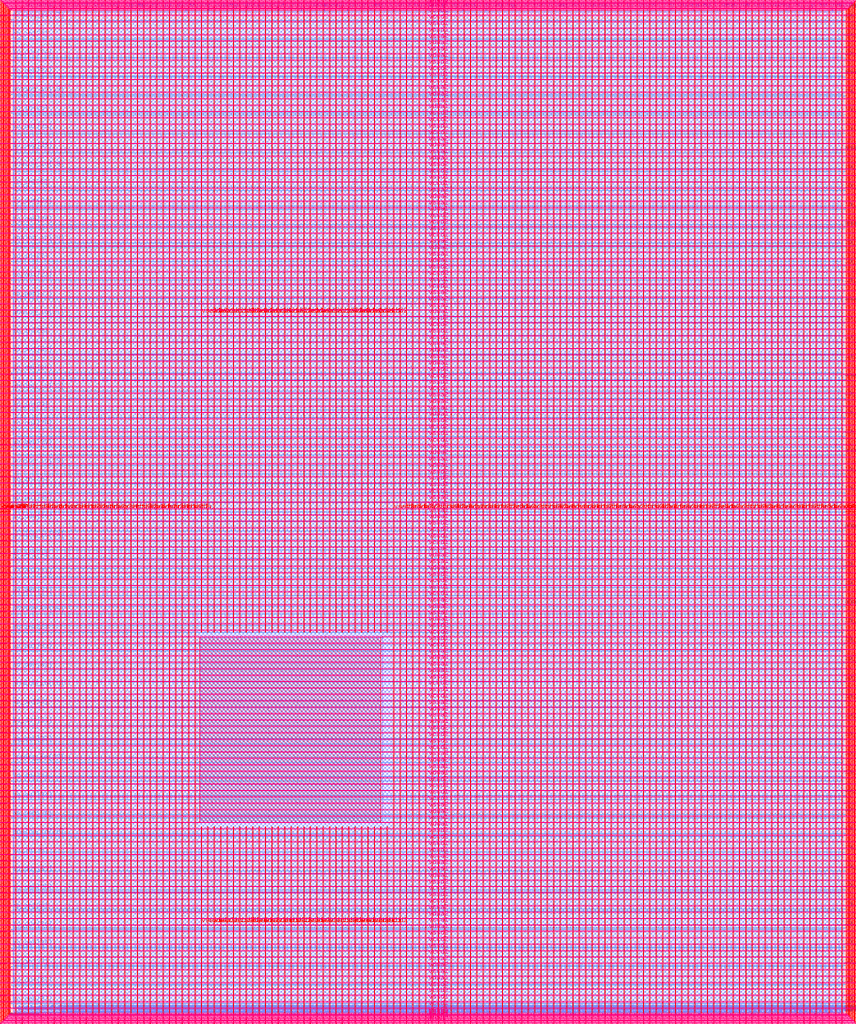
<source format=lef>
VERSION 5.7 ;
  NOWIREEXTENSIONATPIN ON ;
  DIVIDERCHAR "/" ;
  BUSBITCHARS "[]" ;
MACRO user_project_wrapper
  CLASS BLOCK ;
  FOREIGN user_project_wrapper ;
  ORIGIN 0.000 0.000 ;
  SIZE 2920.000 BY 3520.000 ;
  PIN analog_io[0]
    DIRECTION INOUT ;
    USE SIGNAL ;
    PORT
      LAYER met3 ;
        RECT 2917.600 1426.380 2924.800 1427.580 ;
    END
  END analog_io[0]
  PIN analog_io[10]
    DIRECTION INOUT ;
    USE SIGNAL ;
    PORT
      LAYER met2 ;
        RECT 2230.490 3517.600 2231.050 3524.800 ;
    END
  END analog_io[10]
  PIN analog_io[11]
    DIRECTION INOUT ;
    USE SIGNAL ;
    PORT
      LAYER met2 ;
        RECT 1905.730 3517.600 1906.290 3524.800 ;
    END
  END analog_io[11]
  PIN analog_io[12]
    DIRECTION INOUT ;
    USE SIGNAL ;
    PORT
      LAYER met2 ;
        RECT 1581.430 3517.600 1581.990 3524.800 ;
    END
  END analog_io[12]
  PIN analog_io[13]
    DIRECTION INOUT ;
    USE SIGNAL ;
    PORT
      LAYER met2 ;
        RECT 1257.130 3517.600 1257.690 3524.800 ;
    END
  END analog_io[13]
  PIN analog_io[14]
    DIRECTION INOUT ;
    USE SIGNAL ;
    PORT
      LAYER met2 ;
        RECT 932.370 3517.600 932.930 3524.800 ;
    END
  END analog_io[14]
  PIN analog_io[15]
    DIRECTION INOUT ;
    USE SIGNAL ;
    PORT
      LAYER met2 ;
        RECT 608.070 3517.600 608.630 3524.800 ;
    END
  END analog_io[15]
  PIN analog_io[16]
    DIRECTION INOUT ;
    USE SIGNAL ;
    PORT
      LAYER met2 ;
        RECT 283.770 3517.600 284.330 3524.800 ;
    END
  END analog_io[16]
  PIN analog_io[17]
    DIRECTION INOUT ;
    USE SIGNAL ;
    PORT
      LAYER met3 ;
        RECT -4.800 3486.100 2.400 3487.300 ;
    END
  END analog_io[17]
  PIN analog_io[18]
    DIRECTION INOUT ;
    USE SIGNAL ;
    PORT
      LAYER met3 ;
        RECT -4.800 3224.980 2.400 3226.180 ;
    END
  END analog_io[18]
  PIN analog_io[19]
    DIRECTION INOUT ;
    USE SIGNAL ;
    PORT
      LAYER met3 ;
        RECT -4.800 2964.540 2.400 2965.740 ;
    END
  END analog_io[19]
  PIN analog_io[1]
    DIRECTION INOUT ;
    USE SIGNAL ;
    PORT
      LAYER met3 ;
        RECT 2917.600 1692.260 2924.800 1693.460 ;
    END
  END analog_io[1]
  PIN analog_io[20]
    DIRECTION INOUT ;
    USE SIGNAL ;
    PORT
      LAYER met3 ;
        RECT -4.800 2703.420 2.400 2704.620 ;
    END
  END analog_io[20]
  PIN analog_io[21]
    DIRECTION INOUT ;
    USE SIGNAL ;
    PORT
      LAYER met3 ;
        RECT -4.800 2442.980 2.400 2444.180 ;
    END
  END analog_io[21]
  PIN analog_io[22]
    DIRECTION INOUT ;
    USE SIGNAL ;
    PORT
      LAYER met3 ;
        RECT -4.800 2182.540 2.400 2183.740 ;
    END
  END analog_io[22]
  PIN analog_io[23]
    DIRECTION INOUT ;
    USE SIGNAL ;
    PORT
      LAYER met3 ;
        RECT -4.800 1921.420 2.400 1922.620 ;
    END
  END analog_io[23]
  PIN analog_io[24]
    DIRECTION INOUT ;
    USE SIGNAL ;
    PORT
      LAYER met3 ;
        RECT -4.800 1660.980 2.400 1662.180 ;
    END
  END analog_io[24]
  PIN analog_io[25]
    DIRECTION INOUT ;
    USE SIGNAL ;
    PORT
      LAYER met3 ;
        RECT -4.800 1399.860 2.400 1401.060 ;
    END
  END analog_io[25]
  PIN analog_io[26]
    DIRECTION INOUT ;
    USE SIGNAL ;
    PORT
      LAYER met3 ;
        RECT -4.800 1139.420 2.400 1140.620 ;
    END
  END analog_io[26]
  PIN analog_io[27]
    DIRECTION INOUT ;
    USE SIGNAL ;
    PORT
      LAYER met3 ;
        RECT -4.800 878.980 2.400 880.180 ;
    END
  END analog_io[27]
  PIN analog_io[28]
    DIRECTION INOUT ;
    USE SIGNAL ;
    PORT
      LAYER met3 ;
        RECT -4.800 617.860 2.400 619.060 ;
    END
  END analog_io[28]
  PIN analog_io[2]
    DIRECTION INOUT ;
    USE SIGNAL ;
    PORT
      LAYER met3 ;
        RECT 2917.600 1958.140 2924.800 1959.340 ;
    END
  END analog_io[2]
  PIN analog_io[3]
    DIRECTION INOUT ;
    USE SIGNAL ;
    PORT
      LAYER met3 ;
        RECT 2917.600 2223.340 2924.800 2224.540 ;
    END
  END analog_io[3]
  PIN analog_io[4]
    DIRECTION INOUT ;
    USE SIGNAL ;
    PORT
      LAYER met3 ;
        RECT 2917.600 2489.220 2924.800 2490.420 ;
    END
  END analog_io[4]
  PIN analog_io[5]
    DIRECTION INOUT ;
    USE SIGNAL ;
    PORT
      LAYER met3 ;
        RECT 2917.600 2755.100 2924.800 2756.300 ;
    END
  END analog_io[5]
  PIN analog_io[6]
    DIRECTION INOUT ;
    USE SIGNAL ;
    PORT
      LAYER met3 ;
        RECT 2917.600 3020.300 2924.800 3021.500 ;
    END
  END analog_io[6]
  PIN analog_io[7]
    DIRECTION INOUT ;
    USE SIGNAL ;
    PORT
      LAYER met3 ;
        RECT 2917.600 3286.180 2924.800 3287.380 ;
    END
  END analog_io[7]
  PIN analog_io[8]
    DIRECTION INOUT ;
    USE SIGNAL ;
    PORT
      LAYER met2 ;
        RECT 2879.090 3517.600 2879.650 3524.800 ;
    END
  END analog_io[8]
  PIN analog_io[9]
    DIRECTION INOUT ;
    USE SIGNAL ;
    PORT
      LAYER met2 ;
        RECT 2554.790 3517.600 2555.350 3524.800 ;
    END
  END analog_io[9]
  PIN io_in[0]
    DIRECTION INPUT ;
    USE SIGNAL ;
    PORT
      LAYER met3 ;
        RECT 2917.600 32.380 2924.800 33.580 ;
    END
  END io_in[0]
  PIN io_in[10]
    DIRECTION INPUT ;
    USE SIGNAL ;
    PORT
      LAYER met3 ;
        RECT 2917.600 2289.980 2924.800 2291.180 ;
    END
  END io_in[10]
  PIN io_in[11]
    DIRECTION INPUT ;
    USE SIGNAL ;
    PORT
      LAYER met3 ;
        RECT 2917.600 2555.860 2924.800 2557.060 ;
    END
  END io_in[11]
  PIN io_in[12]
    DIRECTION INPUT ;
    USE SIGNAL ;
    PORT
      LAYER met3 ;
        RECT 2917.600 2821.060 2924.800 2822.260 ;
    END
  END io_in[12]
  PIN io_in[13]
    DIRECTION INPUT ;
    USE SIGNAL ;
    PORT
      LAYER met3 ;
        RECT 2917.600 3086.940 2924.800 3088.140 ;
    END
  END io_in[13]
  PIN io_in[14]
    DIRECTION INPUT ;
    USE SIGNAL ;
    PORT
      LAYER met3 ;
        RECT 2917.600 3352.820 2924.800 3354.020 ;
    END
  END io_in[14]
  PIN io_in[15]
    DIRECTION INPUT ;
    USE SIGNAL ;
    PORT
      LAYER met2 ;
        RECT 2798.130 3517.600 2798.690 3524.800 ;
    END
  END io_in[15]
  PIN io_in[16]
    DIRECTION INPUT ;
    USE SIGNAL ;
    PORT
      LAYER met2 ;
        RECT 2473.830 3517.600 2474.390 3524.800 ;
    END
  END io_in[16]
  PIN io_in[17]
    DIRECTION INPUT ;
    USE SIGNAL ;
    PORT
      LAYER met2 ;
        RECT 2149.070 3517.600 2149.630 3524.800 ;
    END
  END io_in[17]
  PIN io_in[18]
    DIRECTION INPUT ;
    USE SIGNAL ;
    PORT
      LAYER met2 ;
        RECT 1824.770 3517.600 1825.330 3524.800 ;
    END
  END io_in[18]
  PIN io_in[19]
    DIRECTION INPUT ;
    USE SIGNAL ;
    PORT
      LAYER met2 ;
        RECT 1500.470 3517.600 1501.030 3524.800 ;
    END
  END io_in[19]
  PIN io_in[1]
    DIRECTION INPUT ;
    USE SIGNAL ;
    PORT
      LAYER met3 ;
        RECT 2917.600 230.940 2924.800 232.140 ;
    END
  END io_in[1]
  PIN io_in[20]
    DIRECTION INPUT ;
    USE SIGNAL ;
    PORT
      LAYER met2 ;
        RECT 1175.710 3517.600 1176.270 3524.800 ;
    END
  END io_in[20]
  PIN io_in[21]
    DIRECTION INPUT ;
    USE SIGNAL ;
    PORT
      LAYER met2 ;
        RECT 851.410 3517.600 851.970 3524.800 ;
    END
  END io_in[21]
  PIN io_in[22]
    DIRECTION INPUT ;
    USE SIGNAL ;
    PORT
      LAYER met2 ;
        RECT 527.110 3517.600 527.670 3524.800 ;
    END
  END io_in[22]
  PIN io_in[23]
    DIRECTION INPUT ;
    USE SIGNAL ;
    PORT
      LAYER met2 ;
        RECT 202.350 3517.600 202.910 3524.800 ;
    END
  END io_in[23]
  PIN io_in[24]
    DIRECTION INPUT ;
    USE SIGNAL ;
    PORT
      LAYER met3 ;
        RECT -4.800 3420.820 2.400 3422.020 ;
    END
  END io_in[24]
  PIN io_in[25]
    DIRECTION INPUT ;
    USE SIGNAL ;
    PORT
      LAYER met3 ;
        RECT -4.800 3159.700 2.400 3160.900 ;
    END
  END io_in[25]
  PIN io_in[26]
    DIRECTION INPUT ;
    USE SIGNAL ;
    PORT
      LAYER met3 ;
        RECT -4.800 2899.260 2.400 2900.460 ;
    END
  END io_in[26]
  PIN io_in[27]
    DIRECTION INPUT ;
    USE SIGNAL ;
    PORT
      LAYER met3 ;
        RECT -4.800 2638.820 2.400 2640.020 ;
    END
  END io_in[27]
  PIN io_in[28]
    DIRECTION INPUT ;
    USE SIGNAL ;
    PORT
      LAYER met3 ;
        RECT -4.800 2377.700 2.400 2378.900 ;
    END
  END io_in[28]
  PIN io_in[29]
    DIRECTION INPUT ;
    USE SIGNAL ;
    PORT
      LAYER met3 ;
        RECT -4.800 2117.260 2.400 2118.460 ;
    END
  END io_in[29]
  PIN io_in[2]
    DIRECTION INPUT ;
    USE SIGNAL ;
    PORT
      LAYER met3 ;
        RECT 2917.600 430.180 2924.800 431.380 ;
    END
  END io_in[2]
  PIN io_in[30]
    DIRECTION INPUT ;
    USE SIGNAL ;
    PORT
      LAYER met3 ;
        RECT -4.800 1856.140 2.400 1857.340 ;
    END
  END io_in[30]
  PIN io_in[31]
    DIRECTION INPUT ;
    USE SIGNAL ;
    PORT
      LAYER met3 ;
        RECT -4.800 1595.700 2.400 1596.900 ;
    END
  END io_in[31]
  PIN io_in[32]
    DIRECTION INPUT ;
    USE SIGNAL ;
    PORT
      LAYER met3 ;
        RECT -4.800 1335.260 2.400 1336.460 ;
    END
  END io_in[32]
  PIN io_in[33]
    DIRECTION INPUT ;
    USE SIGNAL ;
    PORT
      LAYER met3 ;
        RECT -4.800 1074.140 2.400 1075.340 ;
    END
  END io_in[33]
  PIN io_in[34]
    DIRECTION INPUT ;
    USE SIGNAL ;
    PORT
      LAYER met3 ;
        RECT -4.800 813.700 2.400 814.900 ;
    END
  END io_in[34]
  PIN io_in[35]
    DIRECTION INPUT ;
    USE SIGNAL ;
    PORT
      LAYER met3 ;
        RECT -4.800 552.580 2.400 553.780 ;
    END
  END io_in[35]
  PIN io_in[36]
    DIRECTION INPUT ;
    USE SIGNAL ;
    PORT
      LAYER met3 ;
        RECT -4.800 357.420 2.400 358.620 ;
    END
  END io_in[36]
  PIN io_in[37]
    DIRECTION INPUT ;
    USE SIGNAL ;
    PORT
      LAYER met3 ;
        RECT -4.800 161.580 2.400 162.780 ;
    END
  END io_in[37]
  PIN io_in[3]
    DIRECTION INPUT ;
    USE SIGNAL ;
    PORT
      LAYER met3 ;
        RECT 2917.600 629.420 2924.800 630.620 ;
    END
  END io_in[3]
  PIN io_in[4]
    DIRECTION INPUT ;
    USE SIGNAL ;
    PORT
      LAYER met3 ;
        RECT 2917.600 828.660 2924.800 829.860 ;
    END
  END io_in[4]
  PIN io_in[5]
    DIRECTION INPUT ;
    USE SIGNAL ;
    PORT
      LAYER met3 ;
        RECT 2917.600 1027.900 2924.800 1029.100 ;
    END
  END io_in[5]
  PIN io_in[6]
    DIRECTION INPUT ;
    USE SIGNAL ;
    PORT
      LAYER met3 ;
        RECT 2917.600 1227.140 2924.800 1228.340 ;
    END
  END io_in[6]
  PIN io_in[7]
    DIRECTION INPUT ;
    USE SIGNAL ;
    PORT
      LAYER met3 ;
        RECT 2917.600 1493.020 2924.800 1494.220 ;
    END
  END io_in[7]
  PIN io_in[8]
    DIRECTION INPUT ;
    USE SIGNAL ;
    PORT
      LAYER met3 ;
        RECT 2917.600 1758.900 2924.800 1760.100 ;
    END
  END io_in[8]
  PIN io_in[9]
    DIRECTION INPUT ;
    USE SIGNAL ;
    PORT
      LAYER met3 ;
        RECT 2917.600 2024.100 2924.800 2025.300 ;
    END
  END io_in[9]
  PIN io_oeb[0]
    DIRECTION OUTPUT TRISTATE ;
    USE SIGNAL ;
    PORT
      LAYER met3 ;
        RECT 2917.600 164.980 2924.800 166.180 ;
    END
  END io_oeb[0]
  PIN io_oeb[10]
    DIRECTION OUTPUT TRISTATE ;
    USE SIGNAL ;
    PORT
      LAYER met3 ;
        RECT 2917.600 2422.580 2924.800 2423.780 ;
    END
  END io_oeb[10]
  PIN io_oeb[11]
    DIRECTION OUTPUT TRISTATE ;
    USE SIGNAL ;
    PORT
      LAYER met3 ;
        RECT 2917.600 2688.460 2924.800 2689.660 ;
    END
  END io_oeb[11]
  PIN io_oeb[12]
    DIRECTION OUTPUT TRISTATE ;
    USE SIGNAL ;
    PORT
      LAYER met3 ;
        RECT 2917.600 2954.340 2924.800 2955.540 ;
    END
  END io_oeb[12]
  PIN io_oeb[13]
    DIRECTION OUTPUT TRISTATE ;
    USE SIGNAL ;
    PORT
      LAYER met3 ;
        RECT 2917.600 3219.540 2924.800 3220.740 ;
    END
  END io_oeb[13]
  PIN io_oeb[14]
    DIRECTION OUTPUT TRISTATE ;
    USE SIGNAL ;
    PORT
      LAYER met3 ;
        RECT 2917.600 3485.420 2924.800 3486.620 ;
    END
  END io_oeb[14]
  PIN io_oeb[15]
    DIRECTION OUTPUT TRISTATE ;
    USE SIGNAL ;
    PORT
      LAYER met2 ;
        RECT 2635.750 3517.600 2636.310 3524.800 ;
    END
  END io_oeb[15]
  PIN io_oeb[16]
    DIRECTION OUTPUT TRISTATE ;
    USE SIGNAL ;
    PORT
      LAYER met2 ;
        RECT 2311.450 3517.600 2312.010 3524.800 ;
    END
  END io_oeb[16]
  PIN io_oeb[17]
    DIRECTION OUTPUT TRISTATE ;
    USE SIGNAL ;
    PORT
      LAYER met2 ;
        RECT 1987.150 3517.600 1987.710 3524.800 ;
    END
  END io_oeb[17]
  PIN io_oeb[18]
    DIRECTION OUTPUT TRISTATE ;
    USE SIGNAL ;
    PORT
      LAYER met2 ;
        RECT 1662.390 3517.600 1662.950 3524.800 ;
    END
  END io_oeb[18]
  PIN io_oeb[19]
    DIRECTION OUTPUT TRISTATE ;
    USE SIGNAL ;
    PORT
      LAYER met2 ;
        RECT 1338.090 3517.600 1338.650 3524.800 ;
    END
  END io_oeb[19]
  PIN io_oeb[1]
    DIRECTION OUTPUT TRISTATE ;
    USE SIGNAL ;
    PORT
      LAYER met3 ;
        RECT 2917.600 364.220 2924.800 365.420 ;
    END
  END io_oeb[1]
  PIN io_oeb[20]
    DIRECTION OUTPUT TRISTATE ;
    USE SIGNAL ;
    PORT
      LAYER met2 ;
        RECT 1013.790 3517.600 1014.350 3524.800 ;
    END
  END io_oeb[20]
  PIN io_oeb[21]
    DIRECTION OUTPUT TRISTATE ;
    USE SIGNAL ;
    PORT
      LAYER met2 ;
        RECT 689.030 3517.600 689.590 3524.800 ;
    END
  END io_oeb[21]
  PIN io_oeb[22]
    DIRECTION OUTPUT TRISTATE ;
    USE SIGNAL ;
    PORT
      LAYER met2 ;
        RECT 364.730 3517.600 365.290 3524.800 ;
    END
  END io_oeb[22]
  PIN io_oeb[23]
    DIRECTION OUTPUT TRISTATE ;
    USE SIGNAL ;
    PORT
      LAYER met2 ;
        RECT 40.430 3517.600 40.990 3524.800 ;
    END
  END io_oeb[23]
  PIN io_oeb[24]
    DIRECTION OUTPUT TRISTATE ;
    USE SIGNAL ;
    PORT
      LAYER met3 ;
        RECT -4.800 3290.260 2.400 3291.460 ;
    END
  END io_oeb[24]
  PIN io_oeb[25]
    DIRECTION OUTPUT TRISTATE ;
    USE SIGNAL ;
    PORT
      LAYER met3 ;
        RECT -4.800 3029.820 2.400 3031.020 ;
    END
  END io_oeb[25]
  PIN io_oeb[26]
    DIRECTION OUTPUT TRISTATE ;
    USE SIGNAL ;
    PORT
      LAYER met3 ;
        RECT -4.800 2768.700 2.400 2769.900 ;
    END
  END io_oeb[26]
  PIN io_oeb[27]
    DIRECTION OUTPUT TRISTATE ;
    USE SIGNAL ;
    PORT
      LAYER met3 ;
        RECT -4.800 2508.260 2.400 2509.460 ;
    END
  END io_oeb[27]
  PIN io_oeb[28]
    DIRECTION OUTPUT TRISTATE ;
    USE SIGNAL ;
    PORT
      LAYER met3 ;
        RECT -4.800 2247.140 2.400 2248.340 ;
    END
  END io_oeb[28]
  PIN io_oeb[29]
    DIRECTION OUTPUT TRISTATE ;
    USE SIGNAL ;
    PORT
      LAYER met3 ;
        RECT -4.800 1986.700 2.400 1987.900 ;
    END
  END io_oeb[29]
  PIN io_oeb[2]
    DIRECTION OUTPUT TRISTATE ;
    USE SIGNAL ;
    PORT
      LAYER met3 ;
        RECT 2917.600 563.460 2924.800 564.660 ;
    END
  END io_oeb[2]
  PIN io_oeb[30]
    DIRECTION OUTPUT TRISTATE ;
    USE SIGNAL ;
    PORT
      LAYER met3 ;
        RECT -4.800 1726.260 2.400 1727.460 ;
    END
  END io_oeb[30]
  PIN io_oeb[31]
    DIRECTION OUTPUT TRISTATE ;
    USE SIGNAL ;
    PORT
      LAYER met3 ;
        RECT -4.800 1465.140 2.400 1466.340 ;
    END
  END io_oeb[31]
  PIN io_oeb[32]
    DIRECTION OUTPUT TRISTATE ;
    USE SIGNAL ;
    PORT
      LAYER met3 ;
        RECT -4.800 1204.700 2.400 1205.900 ;
    END
  END io_oeb[32]
  PIN io_oeb[33]
    DIRECTION OUTPUT TRISTATE ;
    USE SIGNAL ;
    PORT
      LAYER met3 ;
        RECT -4.800 943.580 2.400 944.780 ;
    END
  END io_oeb[33]
  PIN io_oeb[34]
    DIRECTION OUTPUT TRISTATE ;
    USE SIGNAL ;
    PORT
      LAYER met3 ;
        RECT -4.800 683.140 2.400 684.340 ;
    END
  END io_oeb[34]
  PIN io_oeb[35]
    DIRECTION OUTPUT TRISTATE ;
    USE SIGNAL ;
    PORT
      LAYER met3 ;
        RECT -4.800 422.700 2.400 423.900 ;
    END
  END io_oeb[35]
  PIN io_oeb[36]
    DIRECTION OUTPUT TRISTATE ;
    USE SIGNAL ;
    PORT
      LAYER met3 ;
        RECT -4.800 226.860 2.400 228.060 ;
    END
  END io_oeb[36]
  PIN io_oeb[37]
    DIRECTION OUTPUT TRISTATE ;
    USE SIGNAL ;
    PORT
      LAYER met3 ;
        RECT -4.800 31.700 2.400 32.900 ;
    END
  END io_oeb[37]
  PIN io_oeb[3]
    DIRECTION OUTPUT TRISTATE ;
    USE SIGNAL ;
    PORT
      LAYER met3 ;
        RECT 2917.600 762.700 2924.800 763.900 ;
    END
  END io_oeb[3]
  PIN io_oeb[4]
    DIRECTION OUTPUT TRISTATE ;
    USE SIGNAL ;
    PORT
      LAYER met3 ;
        RECT 2917.600 961.940 2924.800 963.140 ;
    END
  END io_oeb[4]
  PIN io_oeb[5]
    DIRECTION OUTPUT TRISTATE ;
    USE SIGNAL ;
    PORT
      LAYER met3 ;
        RECT 2917.600 1161.180 2924.800 1162.380 ;
    END
  END io_oeb[5]
  PIN io_oeb[6]
    DIRECTION OUTPUT TRISTATE ;
    USE SIGNAL ;
    PORT
      LAYER met3 ;
        RECT 2917.600 1360.420 2924.800 1361.620 ;
    END
  END io_oeb[6]
  PIN io_oeb[7]
    DIRECTION OUTPUT TRISTATE ;
    USE SIGNAL ;
    PORT
      LAYER met3 ;
        RECT 2917.600 1625.620 2924.800 1626.820 ;
    END
  END io_oeb[7]
  PIN io_oeb[8]
    DIRECTION OUTPUT TRISTATE ;
    USE SIGNAL ;
    PORT
      LAYER met3 ;
        RECT 2917.600 1891.500 2924.800 1892.700 ;
    END
  END io_oeb[8]
  PIN io_oeb[9]
    DIRECTION OUTPUT TRISTATE ;
    USE SIGNAL ;
    PORT
      LAYER met3 ;
        RECT 2917.600 2157.380 2924.800 2158.580 ;
    END
  END io_oeb[9]
  PIN io_out[0]
    DIRECTION OUTPUT TRISTATE ;
    USE SIGNAL ;
    PORT
      LAYER met3 ;
        RECT 2917.600 98.340 2924.800 99.540 ;
    END
  END io_out[0]
  PIN io_out[10]
    DIRECTION OUTPUT TRISTATE ;
    USE SIGNAL ;
    PORT
      LAYER met3 ;
        RECT 2917.600 2356.620 2924.800 2357.820 ;
    END
  END io_out[10]
  PIN io_out[11]
    DIRECTION OUTPUT TRISTATE ;
    USE SIGNAL ;
    PORT
      LAYER met3 ;
        RECT 2917.600 2621.820 2924.800 2623.020 ;
    END
  END io_out[11]
  PIN io_out[12]
    DIRECTION OUTPUT TRISTATE ;
    USE SIGNAL ;
    PORT
      LAYER met3 ;
        RECT 2917.600 2887.700 2924.800 2888.900 ;
    END
  END io_out[12]
  PIN io_out[13]
    DIRECTION OUTPUT TRISTATE ;
    USE SIGNAL ;
    PORT
      LAYER met3 ;
        RECT 2917.600 3153.580 2924.800 3154.780 ;
    END
  END io_out[13]
  PIN io_out[14]
    DIRECTION OUTPUT TRISTATE ;
    USE SIGNAL ;
    PORT
      LAYER met3 ;
        RECT 2917.600 3418.780 2924.800 3419.980 ;
    END
  END io_out[14]
  PIN io_out[15]
    DIRECTION OUTPUT TRISTATE ;
    USE SIGNAL ;
    PORT
      LAYER met2 ;
        RECT 2717.170 3517.600 2717.730 3524.800 ;
    END
  END io_out[15]
  PIN io_out[16]
    DIRECTION OUTPUT TRISTATE ;
    USE SIGNAL ;
    PORT
      LAYER met2 ;
        RECT 2392.410 3517.600 2392.970 3524.800 ;
    END
  END io_out[16]
  PIN io_out[17]
    DIRECTION OUTPUT TRISTATE ;
    USE SIGNAL ;
    PORT
      LAYER met2 ;
        RECT 2068.110 3517.600 2068.670 3524.800 ;
    END
  END io_out[17]
  PIN io_out[18]
    DIRECTION OUTPUT TRISTATE ;
    USE SIGNAL ;
    PORT
      LAYER met2 ;
        RECT 1743.810 3517.600 1744.370 3524.800 ;
    END
  END io_out[18]
  PIN io_out[19]
    DIRECTION OUTPUT TRISTATE ;
    USE SIGNAL ;
    PORT
      LAYER met2 ;
        RECT 1419.050 3517.600 1419.610 3524.800 ;
    END
  END io_out[19]
  PIN io_out[1]
    DIRECTION OUTPUT TRISTATE ;
    USE SIGNAL ;
    PORT
      LAYER met3 ;
        RECT 2917.600 297.580 2924.800 298.780 ;
    END
  END io_out[1]
  PIN io_out[20]
    DIRECTION OUTPUT TRISTATE ;
    USE SIGNAL ;
    PORT
      LAYER met2 ;
        RECT 1094.750 3517.600 1095.310 3524.800 ;
    END
  END io_out[20]
  PIN io_out[21]
    DIRECTION OUTPUT TRISTATE ;
    USE SIGNAL ;
    PORT
      LAYER met2 ;
        RECT 770.450 3517.600 771.010 3524.800 ;
    END
  END io_out[21]
  PIN io_out[22]
    DIRECTION OUTPUT TRISTATE ;
    USE SIGNAL ;
    PORT
      LAYER met2 ;
        RECT 445.690 3517.600 446.250 3524.800 ;
    END
  END io_out[22]
  PIN io_out[23]
    DIRECTION OUTPUT TRISTATE ;
    USE SIGNAL ;
    PORT
      LAYER met2 ;
        RECT 121.390 3517.600 121.950 3524.800 ;
    END
  END io_out[23]
  PIN io_out[24]
    DIRECTION OUTPUT TRISTATE ;
    USE SIGNAL ;
    PORT
      LAYER met3 ;
        RECT -4.800 3355.540 2.400 3356.740 ;
    END
  END io_out[24]
  PIN io_out[25]
    DIRECTION OUTPUT TRISTATE ;
    USE SIGNAL ;
    PORT
      LAYER met3 ;
        RECT -4.800 3095.100 2.400 3096.300 ;
    END
  END io_out[25]
  PIN io_out[26]
    DIRECTION OUTPUT TRISTATE ;
    USE SIGNAL ;
    PORT
      LAYER met3 ;
        RECT -4.800 2833.980 2.400 2835.180 ;
    END
  END io_out[26]
  PIN io_out[27]
    DIRECTION OUTPUT TRISTATE ;
    USE SIGNAL ;
    PORT
      LAYER met3 ;
        RECT -4.800 2573.540 2.400 2574.740 ;
    END
  END io_out[27]
  PIN io_out[28]
    DIRECTION OUTPUT TRISTATE ;
    USE SIGNAL ;
    PORT
      LAYER met3 ;
        RECT -4.800 2312.420 2.400 2313.620 ;
    END
  END io_out[28]
  PIN io_out[29]
    DIRECTION OUTPUT TRISTATE ;
    USE SIGNAL ;
    PORT
      LAYER met3 ;
        RECT -4.800 2051.980 2.400 2053.180 ;
    END
  END io_out[29]
  PIN io_out[2]
    DIRECTION OUTPUT TRISTATE ;
    USE SIGNAL ;
    PORT
      LAYER met3 ;
        RECT 2917.600 496.820 2924.800 498.020 ;
    END
  END io_out[2]
  PIN io_out[30]
    DIRECTION OUTPUT TRISTATE ;
    USE SIGNAL ;
    PORT
      LAYER met3 ;
        RECT -4.800 1791.540 2.400 1792.740 ;
    END
  END io_out[30]
  PIN io_out[31]
    DIRECTION OUTPUT TRISTATE ;
    USE SIGNAL ;
    PORT
      LAYER met3 ;
        RECT -4.800 1530.420 2.400 1531.620 ;
    END
  END io_out[31]
  PIN io_out[32]
    DIRECTION OUTPUT TRISTATE ;
    USE SIGNAL ;
    PORT
      LAYER met3 ;
        RECT -4.800 1269.980 2.400 1271.180 ;
    END
  END io_out[32]
  PIN io_out[33]
    DIRECTION OUTPUT TRISTATE ;
    USE SIGNAL ;
    PORT
      LAYER met3 ;
        RECT -4.800 1008.860 2.400 1010.060 ;
    END
  END io_out[33]
  PIN io_out[34]
    DIRECTION OUTPUT TRISTATE ;
    USE SIGNAL ;
    PORT
      LAYER met3 ;
        RECT -4.800 748.420 2.400 749.620 ;
    END
  END io_out[34]
  PIN io_out[35]
    DIRECTION OUTPUT TRISTATE ;
    USE SIGNAL ;
    PORT
      LAYER met3 ;
        RECT -4.800 487.300 2.400 488.500 ;
    END
  END io_out[35]
  PIN io_out[36]
    DIRECTION OUTPUT TRISTATE ;
    USE SIGNAL ;
    PORT
      LAYER met3 ;
        RECT -4.800 292.140 2.400 293.340 ;
    END
  END io_out[36]
  PIN io_out[37]
    DIRECTION OUTPUT TRISTATE ;
    USE SIGNAL ;
    PORT
      LAYER met3 ;
        RECT -4.800 96.300 2.400 97.500 ;
    END
  END io_out[37]
  PIN io_out[3]
    DIRECTION OUTPUT TRISTATE ;
    USE SIGNAL ;
    PORT
      LAYER met3 ;
        RECT 2917.600 696.060 2924.800 697.260 ;
    END
  END io_out[3]
  PIN io_out[4]
    DIRECTION OUTPUT TRISTATE ;
    USE SIGNAL ;
    PORT
      LAYER met3 ;
        RECT 2917.600 895.300 2924.800 896.500 ;
    END
  END io_out[4]
  PIN io_out[5]
    DIRECTION OUTPUT TRISTATE ;
    USE SIGNAL ;
    PORT
      LAYER met3 ;
        RECT 2917.600 1094.540 2924.800 1095.740 ;
    END
  END io_out[5]
  PIN io_out[6]
    DIRECTION OUTPUT TRISTATE ;
    USE SIGNAL ;
    PORT
      LAYER met3 ;
        RECT 2917.600 1293.780 2924.800 1294.980 ;
    END
  END io_out[6]
  PIN io_out[7]
    DIRECTION OUTPUT TRISTATE ;
    USE SIGNAL ;
    PORT
      LAYER met3 ;
        RECT 2917.600 1559.660 2924.800 1560.860 ;
    END
  END io_out[7]
  PIN io_out[8]
    DIRECTION OUTPUT TRISTATE ;
    USE SIGNAL ;
    PORT
      LAYER met3 ;
        RECT 2917.600 1824.860 2924.800 1826.060 ;
    END
  END io_out[8]
  PIN io_out[9]
    DIRECTION OUTPUT TRISTATE ;
    USE SIGNAL ;
    PORT
      LAYER met3 ;
        RECT 2917.600 2090.740 2924.800 2091.940 ;
    END
  END io_out[9]
  PIN la_data_in[0]
    DIRECTION INPUT ;
    USE SIGNAL ;
    PORT
      LAYER met2 ;
        RECT 629.230 -4.800 629.790 2.400 ;
    END
  END la_data_in[0]
  PIN la_data_in[100]
    DIRECTION INPUT ;
    USE SIGNAL ;
    PORT
      LAYER met2 ;
        RECT 2402.530 -4.800 2403.090 2.400 ;
    END
  END la_data_in[100]
  PIN la_data_in[101]
    DIRECTION INPUT ;
    USE SIGNAL ;
    PORT
      LAYER met2 ;
        RECT 2420.010 -4.800 2420.570 2.400 ;
    END
  END la_data_in[101]
  PIN la_data_in[102]
    DIRECTION INPUT ;
    USE SIGNAL ;
    PORT
      LAYER met2 ;
        RECT 2437.950 -4.800 2438.510 2.400 ;
    END
  END la_data_in[102]
  PIN la_data_in[103]
    DIRECTION INPUT ;
    USE SIGNAL ;
    PORT
      LAYER met2 ;
        RECT 2455.430 -4.800 2455.990 2.400 ;
    END
  END la_data_in[103]
  PIN la_data_in[104]
    DIRECTION INPUT ;
    USE SIGNAL ;
    PORT
      LAYER met2 ;
        RECT 2473.370 -4.800 2473.930 2.400 ;
    END
  END la_data_in[104]
  PIN la_data_in[105]
    DIRECTION INPUT ;
    USE SIGNAL ;
    PORT
      LAYER met2 ;
        RECT 2490.850 -4.800 2491.410 2.400 ;
    END
  END la_data_in[105]
  PIN la_data_in[106]
    DIRECTION INPUT ;
    USE SIGNAL ;
    PORT
      LAYER met2 ;
        RECT 2508.790 -4.800 2509.350 2.400 ;
    END
  END la_data_in[106]
  PIN la_data_in[107]
    DIRECTION INPUT ;
    USE SIGNAL ;
    PORT
      LAYER met2 ;
        RECT 2526.730 -4.800 2527.290 2.400 ;
    END
  END la_data_in[107]
  PIN la_data_in[108]
    DIRECTION INPUT ;
    USE SIGNAL ;
    PORT
      LAYER met2 ;
        RECT 2544.210 -4.800 2544.770 2.400 ;
    END
  END la_data_in[108]
  PIN la_data_in[109]
    DIRECTION INPUT ;
    USE SIGNAL ;
    PORT
      LAYER met2 ;
        RECT 2562.150 -4.800 2562.710 2.400 ;
    END
  END la_data_in[109]
  PIN la_data_in[10]
    DIRECTION INPUT ;
    USE SIGNAL ;
    PORT
      LAYER met2 ;
        RECT 806.330 -4.800 806.890 2.400 ;
    END
  END la_data_in[10]
  PIN la_data_in[110]
    DIRECTION INPUT ;
    USE SIGNAL ;
    PORT
      LAYER met2 ;
        RECT 2579.630 -4.800 2580.190 2.400 ;
    END
  END la_data_in[110]
  PIN la_data_in[111]
    DIRECTION INPUT ;
    USE SIGNAL ;
    PORT
      LAYER met2 ;
        RECT 2597.570 -4.800 2598.130 2.400 ;
    END
  END la_data_in[111]
  PIN la_data_in[112]
    DIRECTION INPUT ;
    USE SIGNAL ;
    PORT
      LAYER met2 ;
        RECT 2615.050 -4.800 2615.610 2.400 ;
    END
  END la_data_in[112]
  PIN la_data_in[113]
    DIRECTION INPUT ;
    USE SIGNAL ;
    PORT
      LAYER met2 ;
        RECT 2632.990 -4.800 2633.550 2.400 ;
    END
  END la_data_in[113]
  PIN la_data_in[114]
    DIRECTION INPUT ;
    USE SIGNAL ;
    PORT
      LAYER met2 ;
        RECT 2650.470 -4.800 2651.030 2.400 ;
    END
  END la_data_in[114]
  PIN la_data_in[115]
    DIRECTION INPUT ;
    USE SIGNAL ;
    PORT
      LAYER met2 ;
        RECT 2668.410 -4.800 2668.970 2.400 ;
    END
  END la_data_in[115]
  PIN la_data_in[116]
    DIRECTION INPUT ;
    USE SIGNAL ;
    PORT
      LAYER met2 ;
        RECT 2685.890 -4.800 2686.450 2.400 ;
    END
  END la_data_in[116]
  PIN la_data_in[117]
    DIRECTION INPUT ;
    USE SIGNAL ;
    PORT
      LAYER met2 ;
        RECT 2703.830 -4.800 2704.390 2.400 ;
    END
  END la_data_in[117]
  PIN la_data_in[118]
    DIRECTION INPUT ;
    USE SIGNAL ;
    PORT
      LAYER met2 ;
        RECT 2721.770 -4.800 2722.330 2.400 ;
    END
  END la_data_in[118]
  PIN la_data_in[119]
    DIRECTION INPUT ;
    USE SIGNAL ;
    PORT
      LAYER met2 ;
        RECT 2739.250 -4.800 2739.810 2.400 ;
    END
  END la_data_in[119]
  PIN la_data_in[11]
    DIRECTION INPUT ;
    USE SIGNAL ;
    PORT
      LAYER met2 ;
        RECT 824.270 -4.800 824.830 2.400 ;
    END
  END la_data_in[11]
  PIN la_data_in[120]
    DIRECTION INPUT ;
    USE SIGNAL ;
    PORT
      LAYER met2 ;
        RECT 2757.190 -4.800 2757.750 2.400 ;
    END
  END la_data_in[120]
  PIN la_data_in[121]
    DIRECTION INPUT ;
    USE SIGNAL ;
    PORT
      LAYER met2 ;
        RECT 2774.670 -4.800 2775.230 2.400 ;
    END
  END la_data_in[121]
  PIN la_data_in[122]
    DIRECTION INPUT ;
    USE SIGNAL ;
    PORT
      LAYER met2 ;
        RECT 2792.610 -4.800 2793.170 2.400 ;
    END
  END la_data_in[122]
  PIN la_data_in[123]
    DIRECTION INPUT ;
    USE SIGNAL ;
    PORT
      LAYER met2 ;
        RECT 2810.090 -4.800 2810.650 2.400 ;
    END
  END la_data_in[123]
  PIN la_data_in[124]
    DIRECTION INPUT ;
    USE SIGNAL ;
    PORT
      LAYER met2 ;
        RECT 2828.030 -4.800 2828.590 2.400 ;
    END
  END la_data_in[124]
  PIN la_data_in[125]
    DIRECTION INPUT ;
    USE SIGNAL ;
    PORT
      LAYER met2 ;
        RECT 2845.510 -4.800 2846.070 2.400 ;
    END
  END la_data_in[125]
  PIN la_data_in[126]
    DIRECTION INPUT ;
    USE SIGNAL ;
    PORT
      LAYER met2 ;
        RECT 2863.450 -4.800 2864.010 2.400 ;
    END
  END la_data_in[126]
  PIN la_data_in[127]
    DIRECTION INPUT ;
    USE SIGNAL ;
    PORT
      LAYER met2 ;
        RECT 2881.390 -4.800 2881.950 2.400 ;
    END
  END la_data_in[127]
  PIN la_data_in[12]
    DIRECTION INPUT ;
    USE SIGNAL ;
    PORT
      LAYER met2 ;
        RECT 841.750 -4.800 842.310 2.400 ;
    END
  END la_data_in[12]
  PIN la_data_in[13]
    DIRECTION INPUT ;
    USE SIGNAL ;
    PORT
      LAYER met2 ;
        RECT 859.690 -4.800 860.250 2.400 ;
    END
  END la_data_in[13]
  PIN la_data_in[14]
    DIRECTION INPUT ;
    USE SIGNAL ;
    PORT
      LAYER met2 ;
        RECT 877.170 -4.800 877.730 2.400 ;
    END
  END la_data_in[14]
  PIN la_data_in[15]
    DIRECTION INPUT ;
    USE SIGNAL ;
    PORT
      LAYER met2 ;
        RECT 895.110 -4.800 895.670 2.400 ;
    END
  END la_data_in[15]
  PIN la_data_in[16]
    DIRECTION INPUT ;
    USE SIGNAL ;
    PORT
      LAYER met2 ;
        RECT 912.590 -4.800 913.150 2.400 ;
    END
  END la_data_in[16]
  PIN la_data_in[17]
    DIRECTION INPUT ;
    USE SIGNAL ;
    PORT
      LAYER met2 ;
        RECT 930.530 -4.800 931.090 2.400 ;
    END
  END la_data_in[17]
  PIN la_data_in[18]
    DIRECTION INPUT ;
    USE SIGNAL ;
    PORT
      LAYER met2 ;
        RECT 948.470 -4.800 949.030 2.400 ;
    END
  END la_data_in[18]
  PIN la_data_in[19]
    DIRECTION INPUT ;
    USE SIGNAL ;
    PORT
      LAYER met2 ;
        RECT 965.950 -4.800 966.510 2.400 ;
    END
  END la_data_in[19]
  PIN la_data_in[1]
    DIRECTION INPUT ;
    USE SIGNAL ;
    PORT
      LAYER met2 ;
        RECT 646.710 -4.800 647.270 2.400 ;
    END
  END la_data_in[1]
  PIN la_data_in[20]
    DIRECTION INPUT ;
    USE SIGNAL ;
    PORT
      LAYER met2 ;
        RECT 983.890 -4.800 984.450 2.400 ;
    END
  END la_data_in[20]
  PIN la_data_in[21]
    DIRECTION INPUT ;
    USE SIGNAL ;
    PORT
      LAYER met2 ;
        RECT 1001.370 -4.800 1001.930 2.400 ;
    END
  END la_data_in[21]
  PIN la_data_in[22]
    DIRECTION INPUT ;
    USE SIGNAL ;
    PORT
      LAYER met2 ;
        RECT 1019.310 -4.800 1019.870 2.400 ;
    END
  END la_data_in[22]
  PIN la_data_in[23]
    DIRECTION INPUT ;
    USE SIGNAL ;
    PORT
      LAYER met2 ;
        RECT 1036.790 -4.800 1037.350 2.400 ;
    END
  END la_data_in[23]
  PIN la_data_in[24]
    DIRECTION INPUT ;
    USE SIGNAL ;
    PORT
      LAYER met2 ;
        RECT 1054.730 -4.800 1055.290 2.400 ;
    END
  END la_data_in[24]
  PIN la_data_in[25]
    DIRECTION INPUT ;
    USE SIGNAL ;
    PORT
      LAYER met2 ;
        RECT 1072.210 -4.800 1072.770 2.400 ;
    END
  END la_data_in[25]
  PIN la_data_in[26]
    DIRECTION INPUT ;
    USE SIGNAL ;
    PORT
      LAYER met2 ;
        RECT 1090.150 -4.800 1090.710 2.400 ;
    END
  END la_data_in[26]
  PIN la_data_in[27]
    DIRECTION INPUT ;
    USE SIGNAL ;
    PORT
      LAYER met2 ;
        RECT 1107.630 -4.800 1108.190 2.400 ;
    END
  END la_data_in[27]
  PIN la_data_in[28]
    DIRECTION INPUT ;
    USE SIGNAL ;
    PORT
      LAYER met2 ;
        RECT 1125.570 -4.800 1126.130 2.400 ;
    END
  END la_data_in[28]
  PIN la_data_in[29]
    DIRECTION INPUT ;
    USE SIGNAL ;
    PORT
      LAYER met2 ;
        RECT 1143.510 -4.800 1144.070 2.400 ;
    END
  END la_data_in[29]
  PIN la_data_in[2]
    DIRECTION INPUT ;
    USE SIGNAL ;
    PORT
      LAYER met2 ;
        RECT 664.650 -4.800 665.210 2.400 ;
    END
  END la_data_in[2]
  PIN la_data_in[30]
    DIRECTION INPUT ;
    USE SIGNAL ;
    PORT
      LAYER met2 ;
        RECT 1160.990 -4.800 1161.550 2.400 ;
    END
  END la_data_in[30]
  PIN la_data_in[31]
    DIRECTION INPUT ;
    USE SIGNAL ;
    PORT
      LAYER met2 ;
        RECT 1178.930 -4.800 1179.490 2.400 ;
    END
  END la_data_in[31]
  PIN la_data_in[32]
    DIRECTION INPUT ;
    USE SIGNAL ;
    PORT
      LAYER met2 ;
        RECT 1196.410 -4.800 1196.970 2.400 ;
    END
  END la_data_in[32]
  PIN la_data_in[33]
    DIRECTION INPUT ;
    USE SIGNAL ;
    PORT
      LAYER met2 ;
        RECT 1214.350 -4.800 1214.910 2.400 ;
    END
  END la_data_in[33]
  PIN la_data_in[34]
    DIRECTION INPUT ;
    USE SIGNAL ;
    PORT
      LAYER met2 ;
        RECT 1231.830 -4.800 1232.390 2.400 ;
    END
  END la_data_in[34]
  PIN la_data_in[35]
    DIRECTION INPUT ;
    USE SIGNAL ;
    PORT
      LAYER met2 ;
        RECT 1249.770 -4.800 1250.330 2.400 ;
    END
  END la_data_in[35]
  PIN la_data_in[36]
    DIRECTION INPUT ;
    USE SIGNAL ;
    PORT
      LAYER met2 ;
        RECT 1267.250 -4.800 1267.810 2.400 ;
    END
  END la_data_in[36]
  PIN la_data_in[37]
    DIRECTION INPUT ;
    USE SIGNAL ;
    PORT
      LAYER met2 ;
        RECT 1285.190 -4.800 1285.750 2.400 ;
    END
  END la_data_in[37]
  PIN la_data_in[38]
    DIRECTION INPUT ;
    USE SIGNAL ;
    PORT
      LAYER met2 ;
        RECT 1303.130 -4.800 1303.690 2.400 ;
    END
  END la_data_in[38]
  PIN la_data_in[39]
    DIRECTION INPUT ;
    USE SIGNAL ;
    PORT
      LAYER met2 ;
        RECT 1320.610 -4.800 1321.170 2.400 ;
    END
  END la_data_in[39]
  PIN la_data_in[3]
    DIRECTION INPUT ;
    USE SIGNAL ;
    PORT
      LAYER met2 ;
        RECT 682.130 -4.800 682.690 2.400 ;
    END
  END la_data_in[3]
  PIN la_data_in[40]
    DIRECTION INPUT ;
    USE SIGNAL ;
    PORT
      LAYER met2 ;
        RECT 1338.550 -4.800 1339.110 2.400 ;
    END
  END la_data_in[40]
  PIN la_data_in[41]
    DIRECTION INPUT ;
    USE SIGNAL ;
    PORT
      LAYER met2 ;
        RECT 1356.030 -4.800 1356.590 2.400 ;
    END
  END la_data_in[41]
  PIN la_data_in[42]
    DIRECTION INPUT ;
    USE SIGNAL ;
    PORT
      LAYER met2 ;
        RECT 1373.970 -4.800 1374.530 2.400 ;
    END
  END la_data_in[42]
  PIN la_data_in[43]
    DIRECTION INPUT ;
    USE SIGNAL ;
    PORT
      LAYER met2 ;
        RECT 1391.450 -4.800 1392.010 2.400 ;
    END
  END la_data_in[43]
  PIN la_data_in[44]
    DIRECTION INPUT ;
    USE SIGNAL ;
    PORT
      LAYER met2 ;
        RECT 1409.390 -4.800 1409.950 2.400 ;
    END
  END la_data_in[44]
  PIN la_data_in[45]
    DIRECTION INPUT ;
    USE SIGNAL ;
    PORT
      LAYER met2 ;
        RECT 1426.870 -4.800 1427.430 2.400 ;
    END
  END la_data_in[45]
  PIN la_data_in[46]
    DIRECTION INPUT ;
    USE SIGNAL ;
    PORT
      LAYER met2 ;
        RECT 1444.810 -4.800 1445.370 2.400 ;
    END
  END la_data_in[46]
  PIN la_data_in[47]
    DIRECTION INPUT ;
    USE SIGNAL ;
    PORT
      LAYER met2 ;
        RECT 1462.750 -4.800 1463.310 2.400 ;
    END
  END la_data_in[47]
  PIN la_data_in[48]
    DIRECTION INPUT ;
    USE SIGNAL ;
    PORT
      LAYER met2 ;
        RECT 1480.230 -4.800 1480.790 2.400 ;
    END
  END la_data_in[48]
  PIN la_data_in[49]
    DIRECTION INPUT ;
    USE SIGNAL ;
    PORT
      LAYER met2 ;
        RECT 1498.170 -4.800 1498.730 2.400 ;
    END
  END la_data_in[49]
  PIN la_data_in[4]
    DIRECTION INPUT ;
    USE SIGNAL ;
    PORT
      LAYER met2 ;
        RECT 700.070 -4.800 700.630 2.400 ;
    END
  END la_data_in[4]
  PIN la_data_in[50]
    DIRECTION INPUT ;
    USE SIGNAL ;
    PORT
      LAYER met2 ;
        RECT 1515.650 -4.800 1516.210 2.400 ;
    END
  END la_data_in[50]
  PIN la_data_in[51]
    DIRECTION INPUT ;
    USE SIGNAL ;
    PORT
      LAYER met2 ;
        RECT 1533.590 -4.800 1534.150 2.400 ;
    END
  END la_data_in[51]
  PIN la_data_in[52]
    DIRECTION INPUT ;
    USE SIGNAL ;
    PORT
      LAYER met2 ;
        RECT 1551.070 -4.800 1551.630 2.400 ;
    END
  END la_data_in[52]
  PIN la_data_in[53]
    DIRECTION INPUT ;
    USE SIGNAL ;
    PORT
      LAYER met2 ;
        RECT 1569.010 -4.800 1569.570 2.400 ;
    END
  END la_data_in[53]
  PIN la_data_in[54]
    DIRECTION INPUT ;
    USE SIGNAL ;
    PORT
      LAYER met2 ;
        RECT 1586.490 -4.800 1587.050 2.400 ;
    END
  END la_data_in[54]
  PIN la_data_in[55]
    DIRECTION INPUT ;
    USE SIGNAL ;
    PORT
      LAYER met2 ;
        RECT 1604.430 -4.800 1604.990 2.400 ;
    END
  END la_data_in[55]
  PIN la_data_in[56]
    DIRECTION INPUT ;
    USE SIGNAL ;
    PORT
      LAYER met2 ;
        RECT 1621.910 -4.800 1622.470 2.400 ;
    END
  END la_data_in[56]
  PIN la_data_in[57]
    DIRECTION INPUT ;
    USE SIGNAL ;
    PORT
      LAYER met2 ;
        RECT 1639.850 -4.800 1640.410 2.400 ;
    END
  END la_data_in[57]
  PIN la_data_in[58]
    DIRECTION INPUT ;
    USE SIGNAL ;
    PORT
      LAYER met2 ;
        RECT 1657.790 -4.800 1658.350 2.400 ;
    END
  END la_data_in[58]
  PIN la_data_in[59]
    DIRECTION INPUT ;
    USE SIGNAL ;
    PORT
      LAYER met2 ;
        RECT 1675.270 -4.800 1675.830 2.400 ;
    END
  END la_data_in[59]
  PIN la_data_in[5]
    DIRECTION INPUT ;
    USE SIGNAL ;
    PORT
      LAYER met2 ;
        RECT 717.550 -4.800 718.110 2.400 ;
    END
  END la_data_in[5]
  PIN la_data_in[60]
    DIRECTION INPUT ;
    USE SIGNAL ;
    PORT
      LAYER met2 ;
        RECT 1693.210 -4.800 1693.770 2.400 ;
    END
  END la_data_in[60]
  PIN la_data_in[61]
    DIRECTION INPUT ;
    USE SIGNAL ;
    PORT
      LAYER met2 ;
        RECT 1710.690 -4.800 1711.250 2.400 ;
    END
  END la_data_in[61]
  PIN la_data_in[62]
    DIRECTION INPUT ;
    USE SIGNAL ;
    PORT
      LAYER met2 ;
        RECT 1728.630 -4.800 1729.190 2.400 ;
    END
  END la_data_in[62]
  PIN la_data_in[63]
    DIRECTION INPUT ;
    USE SIGNAL ;
    PORT
      LAYER met2 ;
        RECT 1746.110 -4.800 1746.670 2.400 ;
    END
  END la_data_in[63]
  PIN la_data_in[64]
    DIRECTION INPUT ;
    USE SIGNAL ;
    PORT
      LAYER met2 ;
        RECT 1764.050 -4.800 1764.610 2.400 ;
    END
  END la_data_in[64]
  PIN la_data_in[65]
    DIRECTION INPUT ;
    USE SIGNAL ;
    PORT
      LAYER met2 ;
        RECT 1781.530 -4.800 1782.090 2.400 ;
    END
  END la_data_in[65]
  PIN la_data_in[66]
    DIRECTION INPUT ;
    USE SIGNAL ;
    PORT
      LAYER met2 ;
        RECT 1799.470 -4.800 1800.030 2.400 ;
    END
  END la_data_in[66]
  PIN la_data_in[67]
    DIRECTION INPUT ;
    USE SIGNAL ;
    PORT
      LAYER met2 ;
        RECT 1817.410 -4.800 1817.970 2.400 ;
    END
  END la_data_in[67]
  PIN la_data_in[68]
    DIRECTION INPUT ;
    USE SIGNAL ;
    PORT
      LAYER met2 ;
        RECT 1834.890 -4.800 1835.450 2.400 ;
    END
  END la_data_in[68]
  PIN la_data_in[69]
    DIRECTION INPUT ;
    USE SIGNAL ;
    PORT
      LAYER met2 ;
        RECT 1852.830 -4.800 1853.390 2.400 ;
    END
  END la_data_in[69]
  PIN la_data_in[6]
    DIRECTION INPUT ;
    USE SIGNAL ;
    PORT
      LAYER met2 ;
        RECT 735.490 -4.800 736.050 2.400 ;
    END
  END la_data_in[6]
  PIN la_data_in[70]
    DIRECTION INPUT ;
    USE SIGNAL ;
    PORT
      LAYER met2 ;
        RECT 1870.310 -4.800 1870.870 2.400 ;
    END
  END la_data_in[70]
  PIN la_data_in[71]
    DIRECTION INPUT ;
    USE SIGNAL ;
    PORT
      LAYER met2 ;
        RECT 1888.250 -4.800 1888.810 2.400 ;
    END
  END la_data_in[71]
  PIN la_data_in[72]
    DIRECTION INPUT ;
    USE SIGNAL ;
    PORT
      LAYER met2 ;
        RECT 1905.730 -4.800 1906.290 2.400 ;
    END
  END la_data_in[72]
  PIN la_data_in[73]
    DIRECTION INPUT ;
    USE SIGNAL ;
    PORT
      LAYER met2 ;
        RECT 1923.670 -4.800 1924.230 2.400 ;
    END
  END la_data_in[73]
  PIN la_data_in[74]
    DIRECTION INPUT ;
    USE SIGNAL ;
    PORT
      LAYER met2 ;
        RECT 1941.150 -4.800 1941.710 2.400 ;
    END
  END la_data_in[74]
  PIN la_data_in[75]
    DIRECTION INPUT ;
    USE SIGNAL ;
    PORT
      LAYER met2 ;
        RECT 1959.090 -4.800 1959.650 2.400 ;
    END
  END la_data_in[75]
  PIN la_data_in[76]
    DIRECTION INPUT ;
    USE SIGNAL ;
    PORT
      LAYER met2 ;
        RECT 1976.570 -4.800 1977.130 2.400 ;
    END
  END la_data_in[76]
  PIN la_data_in[77]
    DIRECTION INPUT ;
    USE SIGNAL ;
    PORT
      LAYER met2 ;
        RECT 1994.510 -4.800 1995.070 2.400 ;
    END
  END la_data_in[77]
  PIN la_data_in[78]
    DIRECTION INPUT ;
    USE SIGNAL ;
    PORT
      LAYER met2 ;
        RECT 2012.450 -4.800 2013.010 2.400 ;
    END
  END la_data_in[78]
  PIN la_data_in[79]
    DIRECTION INPUT ;
    USE SIGNAL ;
    PORT
      LAYER met2 ;
        RECT 2029.930 -4.800 2030.490 2.400 ;
    END
  END la_data_in[79]
  PIN la_data_in[7]
    DIRECTION INPUT ;
    USE SIGNAL ;
    PORT
      LAYER met2 ;
        RECT 752.970 -4.800 753.530 2.400 ;
    END
  END la_data_in[7]
  PIN la_data_in[80]
    DIRECTION INPUT ;
    USE SIGNAL ;
    PORT
      LAYER met2 ;
        RECT 2047.870 -4.800 2048.430 2.400 ;
    END
  END la_data_in[80]
  PIN la_data_in[81]
    DIRECTION INPUT ;
    USE SIGNAL ;
    PORT
      LAYER met2 ;
        RECT 2065.350 -4.800 2065.910 2.400 ;
    END
  END la_data_in[81]
  PIN la_data_in[82]
    DIRECTION INPUT ;
    USE SIGNAL ;
    PORT
      LAYER met2 ;
        RECT 2083.290 -4.800 2083.850 2.400 ;
    END
  END la_data_in[82]
  PIN la_data_in[83]
    DIRECTION INPUT ;
    USE SIGNAL ;
    PORT
      LAYER met2 ;
        RECT 2100.770 -4.800 2101.330 2.400 ;
    END
  END la_data_in[83]
  PIN la_data_in[84]
    DIRECTION INPUT ;
    USE SIGNAL ;
    PORT
      LAYER met2 ;
        RECT 2118.710 -4.800 2119.270 2.400 ;
    END
  END la_data_in[84]
  PIN la_data_in[85]
    DIRECTION INPUT ;
    USE SIGNAL ;
    PORT
      LAYER met2 ;
        RECT 2136.190 -4.800 2136.750 2.400 ;
    END
  END la_data_in[85]
  PIN la_data_in[86]
    DIRECTION INPUT ;
    USE SIGNAL ;
    PORT
      LAYER met2 ;
        RECT 2154.130 -4.800 2154.690 2.400 ;
    END
  END la_data_in[86]
  PIN la_data_in[87]
    DIRECTION INPUT ;
    USE SIGNAL ;
    PORT
      LAYER met2 ;
        RECT 2172.070 -4.800 2172.630 2.400 ;
    END
  END la_data_in[87]
  PIN la_data_in[88]
    DIRECTION INPUT ;
    USE SIGNAL ;
    PORT
      LAYER met2 ;
        RECT 2189.550 -4.800 2190.110 2.400 ;
    END
  END la_data_in[88]
  PIN la_data_in[89]
    DIRECTION INPUT ;
    USE SIGNAL ;
    PORT
      LAYER met2 ;
        RECT 2207.490 -4.800 2208.050 2.400 ;
    END
  END la_data_in[89]
  PIN la_data_in[8]
    DIRECTION INPUT ;
    USE SIGNAL ;
    PORT
      LAYER met2 ;
        RECT 770.910 -4.800 771.470 2.400 ;
    END
  END la_data_in[8]
  PIN la_data_in[90]
    DIRECTION INPUT ;
    USE SIGNAL ;
    PORT
      LAYER met2 ;
        RECT 2224.970 -4.800 2225.530 2.400 ;
    END
  END la_data_in[90]
  PIN la_data_in[91]
    DIRECTION INPUT ;
    USE SIGNAL ;
    PORT
      LAYER met2 ;
        RECT 2242.910 -4.800 2243.470 2.400 ;
    END
  END la_data_in[91]
  PIN la_data_in[92]
    DIRECTION INPUT ;
    USE SIGNAL ;
    PORT
      LAYER met2 ;
        RECT 2260.390 -4.800 2260.950 2.400 ;
    END
  END la_data_in[92]
  PIN la_data_in[93]
    DIRECTION INPUT ;
    USE SIGNAL ;
    PORT
      LAYER met2 ;
        RECT 2278.330 -4.800 2278.890 2.400 ;
    END
  END la_data_in[93]
  PIN la_data_in[94]
    DIRECTION INPUT ;
    USE SIGNAL ;
    PORT
      LAYER met2 ;
        RECT 2295.810 -4.800 2296.370 2.400 ;
    END
  END la_data_in[94]
  PIN la_data_in[95]
    DIRECTION INPUT ;
    USE SIGNAL ;
    PORT
      LAYER met2 ;
        RECT 2313.750 -4.800 2314.310 2.400 ;
    END
  END la_data_in[95]
  PIN la_data_in[96]
    DIRECTION INPUT ;
    USE SIGNAL ;
    PORT
      LAYER met2 ;
        RECT 2331.230 -4.800 2331.790 2.400 ;
    END
  END la_data_in[96]
  PIN la_data_in[97]
    DIRECTION INPUT ;
    USE SIGNAL ;
    PORT
      LAYER met2 ;
        RECT 2349.170 -4.800 2349.730 2.400 ;
    END
  END la_data_in[97]
  PIN la_data_in[98]
    DIRECTION INPUT ;
    USE SIGNAL ;
    PORT
      LAYER met2 ;
        RECT 2367.110 -4.800 2367.670 2.400 ;
    END
  END la_data_in[98]
  PIN la_data_in[99]
    DIRECTION INPUT ;
    USE SIGNAL ;
    PORT
      LAYER met2 ;
        RECT 2384.590 -4.800 2385.150 2.400 ;
    END
  END la_data_in[99]
  PIN la_data_in[9]
    DIRECTION INPUT ;
    USE SIGNAL ;
    PORT
      LAYER met2 ;
        RECT 788.850 -4.800 789.410 2.400 ;
    END
  END la_data_in[9]
  PIN la_data_out[0]
    DIRECTION OUTPUT TRISTATE ;
    USE SIGNAL ;
    PORT
      LAYER met2 ;
        RECT 634.750 -4.800 635.310 2.400 ;
    END
  END la_data_out[0]
  PIN la_data_out[100]
    DIRECTION OUTPUT TRISTATE ;
    USE SIGNAL ;
    PORT
      LAYER met2 ;
        RECT 2408.510 -4.800 2409.070 2.400 ;
    END
  END la_data_out[100]
  PIN la_data_out[101]
    DIRECTION OUTPUT TRISTATE ;
    USE SIGNAL ;
    PORT
      LAYER met2 ;
        RECT 2425.990 -4.800 2426.550 2.400 ;
    END
  END la_data_out[101]
  PIN la_data_out[102]
    DIRECTION OUTPUT TRISTATE ;
    USE SIGNAL ;
    PORT
      LAYER met2 ;
        RECT 2443.930 -4.800 2444.490 2.400 ;
    END
  END la_data_out[102]
  PIN la_data_out[103]
    DIRECTION OUTPUT TRISTATE ;
    USE SIGNAL ;
    PORT
      LAYER met2 ;
        RECT 2461.410 -4.800 2461.970 2.400 ;
    END
  END la_data_out[103]
  PIN la_data_out[104]
    DIRECTION OUTPUT TRISTATE ;
    USE SIGNAL ;
    PORT
      LAYER met2 ;
        RECT 2479.350 -4.800 2479.910 2.400 ;
    END
  END la_data_out[104]
  PIN la_data_out[105]
    DIRECTION OUTPUT TRISTATE ;
    USE SIGNAL ;
    PORT
      LAYER met2 ;
        RECT 2496.830 -4.800 2497.390 2.400 ;
    END
  END la_data_out[105]
  PIN la_data_out[106]
    DIRECTION OUTPUT TRISTATE ;
    USE SIGNAL ;
    PORT
      LAYER met2 ;
        RECT 2514.770 -4.800 2515.330 2.400 ;
    END
  END la_data_out[106]
  PIN la_data_out[107]
    DIRECTION OUTPUT TRISTATE ;
    USE SIGNAL ;
    PORT
      LAYER met2 ;
        RECT 2532.250 -4.800 2532.810 2.400 ;
    END
  END la_data_out[107]
  PIN la_data_out[108]
    DIRECTION OUTPUT TRISTATE ;
    USE SIGNAL ;
    PORT
      LAYER met2 ;
        RECT 2550.190 -4.800 2550.750 2.400 ;
    END
  END la_data_out[108]
  PIN la_data_out[109]
    DIRECTION OUTPUT TRISTATE ;
    USE SIGNAL ;
    PORT
      LAYER met2 ;
        RECT 2567.670 -4.800 2568.230 2.400 ;
    END
  END la_data_out[109]
  PIN la_data_out[10]
    DIRECTION OUTPUT TRISTATE ;
    USE SIGNAL ;
    PORT
      LAYER met2 ;
        RECT 812.310 -4.800 812.870 2.400 ;
    END
  END la_data_out[10]
  PIN la_data_out[110]
    DIRECTION OUTPUT TRISTATE ;
    USE SIGNAL ;
    PORT
      LAYER met2 ;
        RECT 2585.610 -4.800 2586.170 2.400 ;
    END
  END la_data_out[110]
  PIN la_data_out[111]
    DIRECTION OUTPUT TRISTATE ;
    USE SIGNAL ;
    PORT
      LAYER met2 ;
        RECT 2603.550 -4.800 2604.110 2.400 ;
    END
  END la_data_out[111]
  PIN la_data_out[112]
    DIRECTION OUTPUT TRISTATE ;
    USE SIGNAL ;
    PORT
      LAYER met2 ;
        RECT 2621.030 -4.800 2621.590 2.400 ;
    END
  END la_data_out[112]
  PIN la_data_out[113]
    DIRECTION OUTPUT TRISTATE ;
    USE SIGNAL ;
    PORT
      LAYER met2 ;
        RECT 2638.970 -4.800 2639.530 2.400 ;
    END
  END la_data_out[113]
  PIN la_data_out[114]
    DIRECTION OUTPUT TRISTATE ;
    USE SIGNAL ;
    PORT
      LAYER met2 ;
        RECT 2656.450 -4.800 2657.010 2.400 ;
    END
  END la_data_out[114]
  PIN la_data_out[115]
    DIRECTION OUTPUT TRISTATE ;
    USE SIGNAL ;
    PORT
      LAYER met2 ;
        RECT 2674.390 -4.800 2674.950 2.400 ;
    END
  END la_data_out[115]
  PIN la_data_out[116]
    DIRECTION OUTPUT TRISTATE ;
    USE SIGNAL ;
    PORT
      LAYER met2 ;
        RECT 2691.870 -4.800 2692.430 2.400 ;
    END
  END la_data_out[116]
  PIN la_data_out[117]
    DIRECTION OUTPUT TRISTATE ;
    USE SIGNAL ;
    PORT
      LAYER met2 ;
        RECT 2709.810 -4.800 2710.370 2.400 ;
    END
  END la_data_out[117]
  PIN la_data_out[118]
    DIRECTION OUTPUT TRISTATE ;
    USE SIGNAL ;
    PORT
      LAYER met2 ;
        RECT 2727.290 -4.800 2727.850 2.400 ;
    END
  END la_data_out[118]
  PIN la_data_out[119]
    DIRECTION OUTPUT TRISTATE ;
    USE SIGNAL ;
    PORT
      LAYER met2 ;
        RECT 2745.230 -4.800 2745.790 2.400 ;
    END
  END la_data_out[119]
  PIN la_data_out[11]
    DIRECTION OUTPUT TRISTATE ;
    USE SIGNAL ;
    PORT
      LAYER met2 ;
        RECT 830.250 -4.800 830.810 2.400 ;
    END
  END la_data_out[11]
  PIN la_data_out[120]
    DIRECTION OUTPUT TRISTATE ;
    USE SIGNAL ;
    PORT
      LAYER met2 ;
        RECT 2763.170 -4.800 2763.730 2.400 ;
    END
  END la_data_out[120]
  PIN la_data_out[121]
    DIRECTION OUTPUT TRISTATE ;
    USE SIGNAL ;
    PORT
      LAYER met2 ;
        RECT 2780.650 -4.800 2781.210 2.400 ;
    END
  END la_data_out[121]
  PIN la_data_out[122]
    DIRECTION OUTPUT TRISTATE ;
    USE SIGNAL ;
    PORT
      LAYER met2 ;
        RECT 2798.590 -4.800 2799.150 2.400 ;
    END
  END la_data_out[122]
  PIN la_data_out[123]
    DIRECTION OUTPUT TRISTATE ;
    USE SIGNAL ;
    PORT
      LAYER met2 ;
        RECT 2816.070 -4.800 2816.630 2.400 ;
    END
  END la_data_out[123]
  PIN la_data_out[124]
    DIRECTION OUTPUT TRISTATE ;
    USE SIGNAL ;
    PORT
      LAYER met2 ;
        RECT 2834.010 -4.800 2834.570 2.400 ;
    END
  END la_data_out[124]
  PIN la_data_out[125]
    DIRECTION OUTPUT TRISTATE ;
    USE SIGNAL ;
    PORT
      LAYER met2 ;
        RECT 2851.490 -4.800 2852.050 2.400 ;
    END
  END la_data_out[125]
  PIN la_data_out[126]
    DIRECTION OUTPUT TRISTATE ;
    USE SIGNAL ;
    PORT
      LAYER met2 ;
        RECT 2869.430 -4.800 2869.990 2.400 ;
    END
  END la_data_out[126]
  PIN la_data_out[127]
    DIRECTION OUTPUT TRISTATE ;
    USE SIGNAL ;
    PORT
      LAYER met2 ;
        RECT 2886.910 -4.800 2887.470 2.400 ;
    END
  END la_data_out[127]
  PIN la_data_out[12]
    DIRECTION OUTPUT TRISTATE ;
    USE SIGNAL ;
    PORT
      LAYER met2 ;
        RECT 847.730 -4.800 848.290 2.400 ;
    END
  END la_data_out[12]
  PIN la_data_out[13]
    DIRECTION OUTPUT TRISTATE ;
    USE SIGNAL ;
    PORT
      LAYER met2 ;
        RECT 865.670 -4.800 866.230 2.400 ;
    END
  END la_data_out[13]
  PIN la_data_out[14]
    DIRECTION OUTPUT TRISTATE ;
    USE SIGNAL ;
    PORT
      LAYER met2 ;
        RECT 883.150 -4.800 883.710 2.400 ;
    END
  END la_data_out[14]
  PIN la_data_out[15]
    DIRECTION OUTPUT TRISTATE ;
    USE SIGNAL ;
    PORT
      LAYER met2 ;
        RECT 901.090 -4.800 901.650 2.400 ;
    END
  END la_data_out[15]
  PIN la_data_out[16]
    DIRECTION OUTPUT TRISTATE ;
    USE SIGNAL ;
    PORT
      LAYER met2 ;
        RECT 918.570 -4.800 919.130 2.400 ;
    END
  END la_data_out[16]
  PIN la_data_out[17]
    DIRECTION OUTPUT TRISTATE ;
    USE SIGNAL ;
    PORT
      LAYER met2 ;
        RECT 936.510 -4.800 937.070 2.400 ;
    END
  END la_data_out[17]
  PIN la_data_out[18]
    DIRECTION OUTPUT TRISTATE ;
    USE SIGNAL ;
    PORT
      LAYER met2 ;
        RECT 953.990 -4.800 954.550 2.400 ;
    END
  END la_data_out[18]
  PIN la_data_out[19]
    DIRECTION OUTPUT TRISTATE ;
    USE SIGNAL ;
    PORT
      LAYER met2 ;
        RECT 971.930 -4.800 972.490 2.400 ;
    END
  END la_data_out[19]
  PIN la_data_out[1]
    DIRECTION OUTPUT TRISTATE ;
    USE SIGNAL ;
    PORT
      LAYER met2 ;
        RECT 652.690 -4.800 653.250 2.400 ;
    END
  END la_data_out[1]
  PIN la_data_out[20]
    DIRECTION OUTPUT TRISTATE ;
    USE SIGNAL ;
    PORT
      LAYER met2 ;
        RECT 989.410 -4.800 989.970 2.400 ;
    END
  END la_data_out[20]
  PIN la_data_out[21]
    DIRECTION OUTPUT TRISTATE ;
    USE SIGNAL ;
    PORT
      LAYER met2 ;
        RECT 1007.350 -4.800 1007.910 2.400 ;
    END
  END la_data_out[21]
  PIN la_data_out[22]
    DIRECTION OUTPUT TRISTATE ;
    USE SIGNAL ;
    PORT
      LAYER met2 ;
        RECT 1025.290 -4.800 1025.850 2.400 ;
    END
  END la_data_out[22]
  PIN la_data_out[23]
    DIRECTION OUTPUT TRISTATE ;
    USE SIGNAL ;
    PORT
      LAYER met2 ;
        RECT 1042.770 -4.800 1043.330 2.400 ;
    END
  END la_data_out[23]
  PIN la_data_out[24]
    DIRECTION OUTPUT TRISTATE ;
    USE SIGNAL ;
    PORT
      LAYER met2 ;
        RECT 1060.710 -4.800 1061.270 2.400 ;
    END
  END la_data_out[24]
  PIN la_data_out[25]
    DIRECTION OUTPUT TRISTATE ;
    USE SIGNAL ;
    PORT
      LAYER met2 ;
        RECT 1078.190 -4.800 1078.750 2.400 ;
    END
  END la_data_out[25]
  PIN la_data_out[26]
    DIRECTION OUTPUT TRISTATE ;
    USE SIGNAL ;
    PORT
      LAYER met2 ;
        RECT 1096.130 -4.800 1096.690 2.400 ;
    END
  END la_data_out[26]
  PIN la_data_out[27]
    DIRECTION OUTPUT TRISTATE ;
    USE SIGNAL ;
    PORT
      LAYER met2 ;
        RECT 1113.610 -4.800 1114.170 2.400 ;
    END
  END la_data_out[27]
  PIN la_data_out[28]
    DIRECTION OUTPUT TRISTATE ;
    USE SIGNAL ;
    PORT
      LAYER met2 ;
        RECT 1131.550 -4.800 1132.110 2.400 ;
    END
  END la_data_out[28]
  PIN la_data_out[29]
    DIRECTION OUTPUT TRISTATE ;
    USE SIGNAL ;
    PORT
      LAYER met2 ;
        RECT 1149.030 -4.800 1149.590 2.400 ;
    END
  END la_data_out[29]
  PIN la_data_out[2]
    DIRECTION OUTPUT TRISTATE ;
    USE SIGNAL ;
    PORT
      LAYER met2 ;
        RECT 670.630 -4.800 671.190 2.400 ;
    END
  END la_data_out[2]
  PIN la_data_out[30]
    DIRECTION OUTPUT TRISTATE ;
    USE SIGNAL ;
    PORT
      LAYER met2 ;
        RECT 1166.970 -4.800 1167.530 2.400 ;
    END
  END la_data_out[30]
  PIN la_data_out[31]
    DIRECTION OUTPUT TRISTATE ;
    USE SIGNAL ;
    PORT
      LAYER met2 ;
        RECT 1184.910 -4.800 1185.470 2.400 ;
    END
  END la_data_out[31]
  PIN la_data_out[32]
    DIRECTION OUTPUT TRISTATE ;
    USE SIGNAL ;
    PORT
      LAYER met2 ;
        RECT 1202.390 -4.800 1202.950 2.400 ;
    END
  END la_data_out[32]
  PIN la_data_out[33]
    DIRECTION OUTPUT TRISTATE ;
    USE SIGNAL ;
    PORT
      LAYER met2 ;
        RECT 1220.330 -4.800 1220.890 2.400 ;
    END
  END la_data_out[33]
  PIN la_data_out[34]
    DIRECTION OUTPUT TRISTATE ;
    USE SIGNAL ;
    PORT
      LAYER met2 ;
        RECT 1237.810 -4.800 1238.370 2.400 ;
    END
  END la_data_out[34]
  PIN la_data_out[35]
    DIRECTION OUTPUT TRISTATE ;
    USE SIGNAL ;
    PORT
      LAYER met2 ;
        RECT 1255.750 -4.800 1256.310 2.400 ;
    END
  END la_data_out[35]
  PIN la_data_out[36]
    DIRECTION OUTPUT TRISTATE ;
    USE SIGNAL ;
    PORT
      LAYER met2 ;
        RECT 1273.230 -4.800 1273.790 2.400 ;
    END
  END la_data_out[36]
  PIN la_data_out[37]
    DIRECTION OUTPUT TRISTATE ;
    USE SIGNAL ;
    PORT
      LAYER met2 ;
        RECT 1291.170 -4.800 1291.730 2.400 ;
    END
  END la_data_out[37]
  PIN la_data_out[38]
    DIRECTION OUTPUT TRISTATE ;
    USE SIGNAL ;
    PORT
      LAYER met2 ;
        RECT 1308.650 -4.800 1309.210 2.400 ;
    END
  END la_data_out[38]
  PIN la_data_out[39]
    DIRECTION OUTPUT TRISTATE ;
    USE SIGNAL ;
    PORT
      LAYER met2 ;
        RECT 1326.590 -4.800 1327.150 2.400 ;
    END
  END la_data_out[39]
  PIN la_data_out[3]
    DIRECTION OUTPUT TRISTATE ;
    USE SIGNAL ;
    PORT
      LAYER met2 ;
        RECT 688.110 -4.800 688.670 2.400 ;
    END
  END la_data_out[3]
  PIN la_data_out[40]
    DIRECTION OUTPUT TRISTATE ;
    USE SIGNAL ;
    PORT
      LAYER met2 ;
        RECT 1344.070 -4.800 1344.630 2.400 ;
    END
  END la_data_out[40]
  PIN la_data_out[41]
    DIRECTION OUTPUT TRISTATE ;
    USE SIGNAL ;
    PORT
      LAYER met2 ;
        RECT 1362.010 -4.800 1362.570 2.400 ;
    END
  END la_data_out[41]
  PIN la_data_out[42]
    DIRECTION OUTPUT TRISTATE ;
    USE SIGNAL ;
    PORT
      LAYER met2 ;
        RECT 1379.950 -4.800 1380.510 2.400 ;
    END
  END la_data_out[42]
  PIN la_data_out[43]
    DIRECTION OUTPUT TRISTATE ;
    USE SIGNAL ;
    PORT
      LAYER met2 ;
        RECT 1397.430 -4.800 1397.990 2.400 ;
    END
  END la_data_out[43]
  PIN la_data_out[44]
    DIRECTION OUTPUT TRISTATE ;
    USE SIGNAL ;
    PORT
      LAYER met2 ;
        RECT 1415.370 -4.800 1415.930 2.400 ;
    END
  END la_data_out[44]
  PIN la_data_out[45]
    DIRECTION OUTPUT TRISTATE ;
    USE SIGNAL ;
    PORT
      LAYER met2 ;
        RECT 1432.850 -4.800 1433.410 2.400 ;
    END
  END la_data_out[45]
  PIN la_data_out[46]
    DIRECTION OUTPUT TRISTATE ;
    USE SIGNAL ;
    PORT
      LAYER met2 ;
        RECT 1450.790 -4.800 1451.350 2.400 ;
    END
  END la_data_out[46]
  PIN la_data_out[47]
    DIRECTION OUTPUT TRISTATE ;
    USE SIGNAL ;
    PORT
      LAYER met2 ;
        RECT 1468.270 -4.800 1468.830 2.400 ;
    END
  END la_data_out[47]
  PIN la_data_out[48]
    DIRECTION OUTPUT TRISTATE ;
    USE SIGNAL ;
    PORT
      LAYER met2 ;
        RECT 1486.210 -4.800 1486.770 2.400 ;
    END
  END la_data_out[48]
  PIN la_data_out[49]
    DIRECTION OUTPUT TRISTATE ;
    USE SIGNAL ;
    PORT
      LAYER met2 ;
        RECT 1503.690 -4.800 1504.250 2.400 ;
    END
  END la_data_out[49]
  PIN la_data_out[4]
    DIRECTION OUTPUT TRISTATE ;
    USE SIGNAL ;
    PORT
      LAYER met2 ;
        RECT 706.050 -4.800 706.610 2.400 ;
    END
  END la_data_out[4]
  PIN la_data_out[50]
    DIRECTION OUTPUT TRISTATE ;
    USE SIGNAL ;
    PORT
      LAYER met2 ;
        RECT 1521.630 -4.800 1522.190 2.400 ;
    END
  END la_data_out[50]
  PIN la_data_out[51]
    DIRECTION OUTPUT TRISTATE ;
    USE SIGNAL ;
    PORT
      LAYER met2 ;
        RECT 1539.570 -4.800 1540.130 2.400 ;
    END
  END la_data_out[51]
  PIN la_data_out[52]
    DIRECTION OUTPUT TRISTATE ;
    USE SIGNAL ;
    PORT
      LAYER met2 ;
        RECT 1557.050 -4.800 1557.610 2.400 ;
    END
  END la_data_out[52]
  PIN la_data_out[53]
    DIRECTION OUTPUT TRISTATE ;
    USE SIGNAL ;
    PORT
      LAYER met2 ;
        RECT 1574.990 -4.800 1575.550 2.400 ;
    END
  END la_data_out[53]
  PIN la_data_out[54]
    DIRECTION OUTPUT TRISTATE ;
    USE SIGNAL ;
    PORT
      LAYER met2 ;
        RECT 1592.470 -4.800 1593.030 2.400 ;
    END
  END la_data_out[54]
  PIN la_data_out[55]
    DIRECTION OUTPUT TRISTATE ;
    USE SIGNAL ;
    PORT
      LAYER met2 ;
        RECT 1610.410 -4.800 1610.970 2.400 ;
    END
  END la_data_out[55]
  PIN la_data_out[56]
    DIRECTION OUTPUT TRISTATE ;
    USE SIGNAL ;
    PORT
      LAYER met2 ;
        RECT 1627.890 -4.800 1628.450 2.400 ;
    END
  END la_data_out[56]
  PIN la_data_out[57]
    DIRECTION OUTPUT TRISTATE ;
    USE SIGNAL ;
    PORT
      LAYER met2 ;
        RECT 1645.830 -4.800 1646.390 2.400 ;
    END
  END la_data_out[57]
  PIN la_data_out[58]
    DIRECTION OUTPUT TRISTATE ;
    USE SIGNAL ;
    PORT
      LAYER met2 ;
        RECT 1663.310 -4.800 1663.870 2.400 ;
    END
  END la_data_out[58]
  PIN la_data_out[59]
    DIRECTION OUTPUT TRISTATE ;
    USE SIGNAL ;
    PORT
      LAYER met2 ;
        RECT 1681.250 -4.800 1681.810 2.400 ;
    END
  END la_data_out[59]
  PIN la_data_out[5]
    DIRECTION OUTPUT TRISTATE ;
    USE SIGNAL ;
    PORT
      LAYER met2 ;
        RECT 723.530 -4.800 724.090 2.400 ;
    END
  END la_data_out[5]
  PIN la_data_out[60]
    DIRECTION OUTPUT TRISTATE ;
    USE SIGNAL ;
    PORT
      LAYER met2 ;
        RECT 1699.190 -4.800 1699.750 2.400 ;
    END
  END la_data_out[60]
  PIN la_data_out[61]
    DIRECTION OUTPUT TRISTATE ;
    USE SIGNAL ;
    PORT
      LAYER met2 ;
        RECT 1716.670 -4.800 1717.230 2.400 ;
    END
  END la_data_out[61]
  PIN la_data_out[62]
    DIRECTION OUTPUT TRISTATE ;
    USE SIGNAL ;
    PORT
      LAYER met2 ;
        RECT 1734.610 -4.800 1735.170 2.400 ;
    END
  END la_data_out[62]
  PIN la_data_out[63]
    DIRECTION OUTPUT TRISTATE ;
    USE SIGNAL ;
    PORT
      LAYER met2 ;
        RECT 1752.090 -4.800 1752.650 2.400 ;
    END
  END la_data_out[63]
  PIN la_data_out[64]
    DIRECTION OUTPUT TRISTATE ;
    USE SIGNAL ;
    PORT
      LAYER met2 ;
        RECT 1770.030 -4.800 1770.590 2.400 ;
    END
  END la_data_out[64]
  PIN la_data_out[65]
    DIRECTION OUTPUT TRISTATE ;
    USE SIGNAL ;
    PORT
      LAYER met2 ;
        RECT 1787.510 -4.800 1788.070 2.400 ;
    END
  END la_data_out[65]
  PIN la_data_out[66]
    DIRECTION OUTPUT TRISTATE ;
    USE SIGNAL ;
    PORT
      LAYER met2 ;
        RECT 1805.450 -4.800 1806.010 2.400 ;
    END
  END la_data_out[66]
  PIN la_data_out[67]
    DIRECTION OUTPUT TRISTATE ;
    USE SIGNAL ;
    PORT
      LAYER met2 ;
        RECT 1822.930 -4.800 1823.490 2.400 ;
    END
  END la_data_out[67]
  PIN la_data_out[68]
    DIRECTION OUTPUT TRISTATE ;
    USE SIGNAL ;
    PORT
      LAYER met2 ;
        RECT 1840.870 -4.800 1841.430 2.400 ;
    END
  END la_data_out[68]
  PIN la_data_out[69]
    DIRECTION OUTPUT TRISTATE ;
    USE SIGNAL ;
    PORT
      LAYER met2 ;
        RECT 1858.350 -4.800 1858.910 2.400 ;
    END
  END la_data_out[69]
  PIN la_data_out[6]
    DIRECTION OUTPUT TRISTATE ;
    USE SIGNAL ;
    PORT
      LAYER met2 ;
        RECT 741.470 -4.800 742.030 2.400 ;
    END
  END la_data_out[6]
  PIN la_data_out[70]
    DIRECTION OUTPUT TRISTATE ;
    USE SIGNAL ;
    PORT
      LAYER met2 ;
        RECT 1876.290 -4.800 1876.850 2.400 ;
    END
  END la_data_out[70]
  PIN la_data_out[71]
    DIRECTION OUTPUT TRISTATE ;
    USE SIGNAL ;
    PORT
      LAYER met2 ;
        RECT 1894.230 -4.800 1894.790 2.400 ;
    END
  END la_data_out[71]
  PIN la_data_out[72]
    DIRECTION OUTPUT TRISTATE ;
    USE SIGNAL ;
    PORT
      LAYER met2 ;
        RECT 1911.710 -4.800 1912.270 2.400 ;
    END
  END la_data_out[72]
  PIN la_data_out[73]
    DIRECTION OUTPUT TRISTATE ;
    USE SIGNAL ;
    PORT
      LAYER met2 ;
        RECT 1929.650 -4.800 1930.210 2.400 ;
    END
  END la_data_out[73]
  PIN la_data_out[74]
    DIRECTION OUTPUT TRISTATE ;
    USE SIGNAL ;
    PORT
      LAYER met2 ;
        RECT 1947.130 -4.800 1947.690 2.400 ;
    END
  END la_data_out[74]
  PIN la_data_out[75]
    DIRECTION OUTPUT TRISTATE ;
    USE SIGNAL ;
    PORT
      LAYER met2 ;
        RECT 1965.070 -4.800 1965.630 2.400 ;
    END
  END la_data_out[75]
  PIN la_data_out[76]
    DIRECTION OUTPUT TRISTATE ;
    USE SIGNAL ;
    PORT
      LAYER met2 ;
        RECT 1982.550 -4.800 1983.110 2.400 ;
    END
  END la_data_out[76]
  PIN la_data_out[77]
    DIRECTION OUTPUT TRISTATE ;
    USE SIGNAL ;
    PORT
      LAYER met2 ;
        RECT 2000.490 -4.800 2001.050 2.400 ;
    END
  END la_data_out[77]
  PIN la_data_out[78]
    DIRECTION OUTPUT TRISTATE ;
    USE SIGNAL ;
    PORT
      LAYER met2 ;
        RECT 2017.970 -4.800 2018.530 2.400 ;
    END
  END la_data_out[78]
  PIN la_data_out[79]
    DIRECTION OUTPUT TRISTATE ;
    USE SIGNAL ;
    PORT
      LAYER met2 ;
        RECT 2035.910 -4.800 2036.470 2.400 ;
    END
  END la_data_out[79]
  PIN la_data_out[7]
    DIRECTION OUTPUT TRISTATE ;
    USE SIGNAL ;
    PORT
      LAYER met2 ;
        RECT 758.950 -4.800 759.510 2.400 ;
    END
  END la_data_out[7]
  PIN la_data_out[80]
    DIRECTION OUTPUT TRISTATE ;
    USE SIGNAL ;
    PORT
      LAYER met2 ;
        RECT 2053.850 -4.800 2054.410 2.400 ;
    END
  END la_data_out[80]
  PIN la_data_out[81]
    DIRECTION OUTPUT TRISTATE ;
    USE SIGNAL ;
    PORT
      LAYER met2 ;
        RECT 2071.330 -4.800 2071.890 2.400 ;
    END
  END la_data_out[81]
  PIN la_data_out[82]
    DIRECTION OUTPUT TRISTATE ;
    USE SIGNAL ;
    PORT
      LAYER met2 ;
        RECT 2089.270 -4.800 2089.830 2.400 ;
    END
  END la_data_out[82]
  PIN la_data_out[83]
    DIRECTION OUTPUT TRISTATE ;
    USE SIGNAL ;
    PORT
      LAYER met2 ;
        RECT 2106.750 -4.800 2107.310 2.400 ;
    END
  END la_data_out[83]
  PIN la_data_out[84]
    DIRECTION OUTPUT TRISTATE ;
    USE SIGNAL ;
    PORT
      LAYER met2 ;
        RECT 2124.690 -4.800 2125.250 2.400 ;
    END
  END la_data_out[84]
  PIN la_data_out[85]
    DIRECTION OUTPUT TRISTATE ;
    USE SIGNAL ;
    PORT
      LAYER met2 ;
        RECT 2142.170 -4.800 2142.730 2.400 ;
    END
  END la_data_out[85]
  PIN la_data_out[86]
    DIRECTION OUTPUT TRISTATE ;
    USE SIGNAL ;
    PORT
      LAYER met2 ;
        RECT 2160.110 -4.800 2160.670 2.400 ;
    END
  END la_data_out[86]
  PIN la_data_out[87]
    DIRECTION OUTPUT TRISTATE ;
    USE SIGNAL ;
    PORT
      LAYER met2 ;
        RECT 2177.590 -4.800 2178.150 2.400 ;
    END
  END la_data_out[87]
  PIN la_data_out[88]
    DIRECTION OUTPUT TRISTATE ;
    USE SIGNAL ;
    PORT
      LAYER met2 ;
        RECT 2195.530 -4.800 2196.090 2.400 ;
    END
  END la_data_out[88]
  PIN la_data_out[89]
    DIRECTION OUTPUT TRISTATE ;
    USE SIGNAL ;
    PORT
      LAYER met2 ;
        RECT 2213.010 -4.800 2213.570 2.400 ;
    END
  END la_data_out[89]
  PIN la_data_out[8]
    DIRECTION OUTPUT TRISTATE ;
    USE SIGNAL ;
    PORT
      LAYER met2 ;
        RECT 776.890 -4.800 777.450 2.400 ;
    END
  END la_data_out[8]
  PIN la_data_out[90]
    DIRECTION OUTPUT TRISTATE ;
    USE SIGNAL ;
    PORT
      LAYER met2 ;
        RECT 2230.950 -4.800 2231.510 2.400 ;
    END
  END la_data_out[90]
  PIN la_data_out[91]
    DIRECTION OUTPUT TRISTATE ;
    USE SIGNAL ;
    PORT
      LAYER met2 ;
        RECT 2248.890 -4.800 2249.450 2.400 ;
    END
  END la_data_out[91]
  PIN la_data_out[92]
    DIRECTION OUTPUT TRISTATE ;
    USE SIGNAL ;
    PORT
      LAYER met2 ;
        RECT 2266.370 -4.800 2266.930 2.400 ;
    END
  END la_data_out[92]
  PIN la_data_out[93]
    DIRECTION OUTPUT TRISTATE ;
    USE SIGNAL ;
    PORT
      LAYER met2 ;
        RECT 2284.310 -4.800 2284.870 2.400 ;
    END
  END la_data_out[93]
  PIN la_data_out[94]
    DIRECTION OUTPUT TRISTATE ;
    USE SIGNAL ;
    PORT
      LAYER met2 ;
        RECT 2301.790 -4.800 2302.350 2.400 ;
    END
  END la_data_out[94]
  PIN la_data_out[95]
    DIRECTION OUTPUT TRISTATE ;
    USE SIGNAL ;
    PORT
      LAYER met2 ;
        RECT 2319.730 -4.800 2320.290 2.400 ;
    END
  END la_data_out[95]
  PIN la_data_out[96]
    DIRECTION OUTPUT TRISTATE ;
    USE SIGNAL ;
    PORT
      LAYER met2 ;
        RECT 2337.210 -4.800 2337.770 2.400 ;
    END
  END la_data_out[96]
  PIN la_data_out[97]
    DIRECTION OUTPUT TRISTATE ;
    USE SIGNAL ;
    PORT
      LAYER met2 ;
        RECT 2355.150 -4.800 2355.710 2.400 ;
    END
  END la_data_out[97]
  PIN la_data_out[98]
    DIRECTION OUTPUT TRISTATE ;
    USE SIGNAL ;
    PORT
      LAYER met2 ;
        RECT 2372.630 -4.800 2373.190 2.400 ;
    END
  END la_data_out[98]
  PIN la_data_out[99]
    DIRECTION OUTPUT TRISTATE ;
    USE SIGNAL ;
    PORT
      LAYER met2 ;
        RECT 2390.570 -4.800 2391.130 2.400 ;
    END
  END la_data_out[99]
  PIN la_data_out[9]
    DIRECTION OUTPUT TRISTATE ;
    USE SIGNAL ;
    PORT
      LAYER met2 ;
        RECT 794.370 -4.800 794.930 2.400 ;
    END
  END la_data_out[9]
  PIN la_oenb[0]
    DIRECTION INPUT ;
    USE SIGNAL ;
    PORT
      LAYER met2 ;
        RECT 640.730 -4.800 641.290 2.400 ;
    END
  END la_oenb[0]
  PIN la_oenb[100]
    DIRECTION INPUT ;
    USE SIGNAL ;
    PORT
      LAYER met2 ;
        RECT 2414.030 -4.800 2414.590 2.400 ;
    END
  END la_oenb[100]
  PIN la_oenb[101]
    DIRECTION INPUT ;
    USE SIGNAL ;
    PORT
      LAYER met2 ;
        RECT 2431.970 -4.800 2432.530 2.400 ;
    END
  END la_oenb[101]
  PIN la_oenb[102]
    DIRECTION INPUT ;
    USE SIGNAL ;
    PORT
      LAYER met2 ;
        RECT 2449.450 -4.800 2450.010 2.400 ;
    END
  END la_oenb[102]
  PIN la_oenb[103]
    DIRECTION INPUT ;
    USE SIGNAL ;
    PORT
      LAYER met2 ;
        RECT 2467.390 -4.800 2467.950 2.400 ;
    END
  END la_oenb[103]
  PIN la_oenb[104]
    DIRECTION INPUT ;
    USE SIGNAL ;
    PORT
      LAYER met2 ;
        RECT 2485.330 -4.800 2485.890 2.400 ;
    END
  END la_oenb[104]
  PIN la_oenb[105]
    DIRECTION INPUT ;
    USE SIGNAL ;
    PORT
      LAYER met2 ;
        RECT 2502.810 -4.800 2503.370 2.400 ;
    END
  END la_oenb[105]
  PIN la_oenb[106]
    DIRECTION INPUT ;
    USE SIGNAL ;
    PORT
      LAYER met2 ;
        RECT 2520.750 -4.800 2521.310 2.400 ;
    END
  END la_oenb[106]
  PIN la_oenb[107]
    DIRECTION INPUT ;
    USE SIGNAL ;
    PORT
      LAYER met2 ;
        RECT 2538.230 -4.800 2538.790 2.400 ;
    END
  END la_oenb[107]
  PIN la_oenb[108]
    DIRECTION INPUT ;
    USE SIGNAL ;
    PORT
      LAYER met2 ;
        RECT 2556.170 -4.800 2556.730 2.400 ;
    END
  END la_oenb[108]
  PIN la_oenb[109]
    DIRECTION INPUT ;
    USE SIGNAL ;
    PORT
      LAYER met2 ;
        RECT 2573.650 -4.800 2574.210 2.400 ;
    END
  END la_oenb[109]
  PIN la_oenb[10]
    DIRECTION INPUT ;
    USE SIGNAL ;
    PORT
      LAYER met2 ;
        RECT 818.290 -4.800 818.850 2.400 ;
    END
  END la_oenb[10]
  PIN la_oenb[110]
    DIRECTION INPUT ;
    USE SIGNAL ;
    PORT
      LAYER met2 ;
        RECT 2591.590 -4.800 2592.150 2.400 ;
    END
  END la_oenb[110]
  PIN la_oenb[111]
    DIRECTION INPUT ;
    USE SIGNAL ;
    PORT
      LAYER met2 ;
        RECT 2609.070 -4.800 2609.630 2.400 ;
    END
  END la_oenb[111]
  PIN la_oenb[112]
    DIRECTION INPUT ;
    USE SIGNAL ;
    PORT
      LAYER met2 ;
        RECT 2627.010 -4.800 2627.570 2.400 ;
    END
  END la_oenb[112]
  PIN la_oenb[113]
    DIRECTION INPUT ;
    USE SIGNAL ;
    PORT
      LAYER met2 ;
        RECT 2644.950 -4.800 2645.510 2.400 ;
    END
  END la_oenb[113]
  PIN la_oenb[114]
    DIRECTION INPUT ;
    USE SIGNAL ;
    PORT
      LAYER met2 ;
        RECT 2662.430 -4.800 2662.990 2.400 ;
    END
  END la_oenb[114]
  PIN la_oenb[115]
    DIRECTION INPUT ;
    USE SIGNAL ;
    PORT
      LAYER met2 ;
        RECT 2680.370 -4.800 2680.930 2.400 ;
    END
  END la_oenb[115]
  PIN la_oenb[116]
    DIRECTION INPUT ;
    USE SIGNAL ;
    PORT
      LAYER met2 ;
        RECT 2697.850 -4.800 2698.410 2.400 ;
    END
  END la_oenb[116]
  PIN la_oenb[117]
    DIRECTION INPUT ;
    USE SIGNAL ;
    PORT
      LAYER met2 ;
        RECT 2715.790 -4.800 2716.350 2.400 ;
    END
  END la_oenb[117]
  PIN la_oenb[118]
    DIRECTION INPUT ;
    USE SIGNAL ;
    PORT
      LAYER met2 ;
        RECT 2733.270 -4.800 2733.830 2.400 ;
    END
  END la_oenb[118]
  PIN la_oenb[119]
    DIRECTION INPUT ;
    USE SIGNAL ;
    PORT
      LAYER met2 ;
        RECT 2751.210 -4.800 2751.770 2.400 ;
    END
  END la_oenb[119]
  PIN la_oenb[11]
    DIRECTION INPUT ;
    USE SIGNAL ;
    PORT
      LAYER met2 ;
        RECT 835.770 -4.800 836.330 2.400 ;
    END
  END la_oenb[11]
  PIN la_oenb[120]
    DIRECTION INPUT ;
    USE SIGNAL ;
    PORT
      LAYER met2 ;
        RECT 2768.690 -4.800 2769.250 2.400 ;
    END
  END la_oenb[120]
  PIN la_oenb[121]
    DIRECTION INPUT ;
    USE SIGNAL ;
    PORT
      LAYER met2 ;
        RECT 2786.630 -4.800 2787.190 2.400 ;
    END
  END la_oenb[121]
  PIN la_oenb[122]
    DIRECTION INPUT ;
    USE SIGNAL ;
    PORT
      LAYER met2 ;
        RECT 2804.110 -4.800 2804.670 2.400 ;
    END
  END la_oenb[122]
  PIN la_oenb[123]
    DIRECTION INPUT ;
    USE SIGNAL ;
    PORT
      LAYER met2 ;
        RECT 2822.050 -4.800 2822.610 2.400 ;
    END
  END la_oenb[123]
  PIN la_oenb[124]
    DIRECTION INPUT ;
    USE SIGNAL ;
    PORT
      LAYER met2 ;
        RECT 2839.990 -4.800 2840.550 2.400 ;
    END
  END la_oenb[124]
  PIN la_oenb[125]
    DIRECTION INPUT ;
    USE SIGNAL ;
    PORT
      LAYER met2 ;
        RECT 2857.470 -4.800 2858.030 2.400 ;
    END
  END la_oenb[125]
  PIN la_oenb[126]
    DIRECTION INPUT ;
    USE SIGNAL ;
    PORT
      LAYER met2 ;
        RECT 2875.410 -4.800 2875.970 2.400 ;
    END
  END la_oenb[126]
  PIN la_oenb[127]
    DIRECTION INPUT ;
    USE SIGNAL ;
    PORT
      LAYER met2 ;
        RECT 2892.890 -4.800 2893.450 2.400 ;
    END
  END la_oenb[127]
  PIN la_oenb[12]
    DIRECTION INPUT ;
    USE SIGNAL ;
    PORT
      LAYER met2 ;
        RECT 853.710 -4.800 854.270 2.400 ;
    END
  END la_oenb[12]
  PIN la_oenb[13]
    DIRECTION INPUT ;
    USE SIGNAL ;
    PORT
      LAYER met2 ;
        RECT 871.190 -4.800 871.750 2.400 ;
    END
  END la_oenb[13]
  PIN la_oenb[14]
    DIRECTION INPUT ;
    USE SIGNAL ;
    PORT
      LAYER met2 ;
        RECT 889.130 -4.800 889.690 2.400 ;
    END
  END la_oenb[14]
  PIN la_oenb[15]
    DIRECTION INPUT ;
    USE SIGNAL ;
    PORT
      LAYER met2 ;
        RECT 907.070 -4.800 907.630 2.400 ;
    END
  END la_oenb[15]
  PIN la_oenb[16]
    DIRECTION INPUT ;
    USE SIGNAL ;
    PORT
      LAYER met2 ;
        RECT 924.550 -4.800 925.110 2.400 ;
    END
  END la_oenb[16]
  PIN la_oenb[17]
    DIRECTION INPUT ;
    USE SIGNAL ;
    PORT
      LAYER met2 ;
        RECT 942.490 -4.800 943.050 2.400 ;
    END
  END la_oenb[17]
  PIN la_oenb[18]
    DIRECTION INPUT ;
    USE SIGNAL ;
    PORT
      LAYER met2 ;
        RECT 959.970 -4.800 960.530 2.400 ;
    END
  END la_oenb[18]
  PIN la_oenb[19]
    DIRECTION INPUT ;
    USE SIGNAL ;
    PORT
      LAYER met2 ;
        RECT 977.910 -4.800 978.470 2.400 ;
    END
  END la_oenb[19]
  PIN la_oenb[1]
    DIRECTION INPUT ;
    USE SIGNAL ;
    PORT
      LAYER met2 ;
        RECT 658.670 -4.800 659.230 2.400 ;
    END
  END la_oenb[1]
  PIN la_oenb[20]
    DIRECTION INPUT ;
    USE SIGNAL ;
    PORT
      LAYER met2 ;
        RECT 995.390 -4.800 995.950 2.400 ;
    END
  END la_oenb[20]
  PIN la_oenb[21]
    DIRECTION INPUT ;
    USE SIGNAL ;
    PORT
      LAYER met2 ;
        RECT 1013.330 -4.800 1013.890 2.400 ;
    END
  END la_oenb[21]
  PIN la_oenb[22]
    DIRECTION INPUT ;
    USE SIGNAL ;
    PORT
      LAYER met2 ;
        RECT 1030.810 -4.800 1031.370 2.400 ;
    END
  END la_oenb[22]
  PIN la_oenb[23]
    DIRECTION INPUT ;
    USE SIGNAL ;
    PORT
      LAYER met2 ;
        RECT 1048.750 -4.800 1049.310 2.400 ;
    END
  END la_oenb[23]
  PIN la_oenb[24]
    DIRECTION INPUT ;
    USE SIGNAL ;
    PORT
      LAYER met2 ;
        RECT 1066.690 -4.800 1067.250 2.400 ;
    END
  END la_oenb[24]
  PIN la_oenb[25]
    DIRECTION INPUT ;
    USE SIGNAL ;
    PORT
      LAYER met2 ;
        RECT 1084.170 -4.800 1084.730 2.400 ;
    END
  END la_oenb[25]
  PIN la_oenb[26]
    DIRECTION INPUT ;
    USE SIGNAL ;
    PORT
      LAYER met2 ;
        RECT 1102.110 -4.800 1102.670 2.400 ;
    END
  END la_oenb[26]
  PIN la_oenb[27]
    DIRECTION INPUT ;
    USE SIGNAL ;
    PORT
      LAYER met2 ;
        RECT 1119.590 -4.800 1120.150 2.400 ;
    END
  END la_oenb[27]
  PIN la_oenb[28]
    DIRECTION INPUT ;
    USE SIGNAL ;
    PORT
      LAYER met2 ;
        RECT 1137.530 -4.800 1138.090 2.400 ;
    END
  END la_oenb[28]
  PIN la_oenb[29]
    DIRECTION INPUT ;
    USE SIGNAL ;
    PORT
      LAYER met2 ;
        RECT 1155.010 -4.800 1155.570 2.400 ;
    END
  END la_oenb[29]
  PIN la_oenb[2]
    DIRECTION INPUT ;
    USE SIGNAL ;
    PORT
      LAYER met2 ;
        RECT 676.150 -4.800 676.710 2.400 ;
    END
  END la_oenb[2]
  PIN la_oenb[30]
    DIRECTION INPUT ;
    USE SIGNAL ;
    PORT
      LAYER met2 ;
        RECT 1172.950 -4.800 1173.510 2.400 ;
    END
  END la_oenb[30]
  PIN la_oenb[31]
    DIRECTION INPUT ;
    USE SIGNAL ;
    PORT
      LAYER met2 ;
        RECT 1190.430 -4.800 1190.990 2.400 ;
    END
  END la_oenb[31]
  PIN la_oenb[32]
    DIRECTION INPUT ;
    USE SIGNAL ;
    PORT
      LAYER met2 ;
        RECT 1208.370 -4.800 1208.930 2.400 ;
    END
  END la_oenb[32]
  PIN la_oenb[33]
    DIRECTION INPUT ;
    USE SIGNAL ;
    PORT
      LAYER met2 ;
        RECT 1225.850 -4.800 1226.410 2.400 ;
    END
  END la_oenb[33]
  PIN la_oenb[34]
    DIRECTION INPUT ;
    USE SIGNAL ;
    PORT
      LAYER met2 ;
        RECT 1243.790 -4.800 1244.350 2.400 ;
    END
  END la_oenb[34]
  PIN la_oenb[35]
    DIRECTION INPUT ;
    USE SIGNAL ;
    PORT
      LAYER met2 ;
        RECT 1261.730 -4.800 1262.290 2.400 ;
    END
  END la_oenb[35]
  PIN la_oenb[36]
    DIRECTION INPUT ;
    USE SIGNAL ;
    PORT
      LAYER met2 ;
        RECT 1279.210 -4.800 1279.770 2.400 ;
    END
  END la_oenb[36]
  PIN la_oenb[37]
    DIRECTION INPUT ;
    USE SIGNAL ;
    PORT
      LAYER met2 ;
        RECT 1297.150 -4.800 1297.710 2.400 ;
    END
  END la_oenb[37]
  PIN la_oenb[38]
    DIRECTION INPUT ;
    USE SIGNAL ;
    PORT
      LAYER met2 ;
        RECT 1314.630 -4.800 1315.190 2.400 ;
    END
  END la_oenb[38]
  PIN la_oenb[39]
    DIRECTION INPUT ;
    USE SIGNAL ;
    PORT
      LAYER met2 ;
        RECT 1332.570 -4.800 1333.130 2.400 ;
    END
  END la_oenb[39]
  PIN la_oenb[3]
    DIRECTION INPUT ;
    USE SIGNAL ;
    PORT
      LAYER met2 ;
        RECT 694.090 -4.800 694.650 2.400 ;
    END
  END la_oenb[3]
  PIN la_oenb[40]
    DIRECTION INPUT ;
    USE SIGNAL ;
    PORT
      LAYER met2 ;
        RECT 1350.050 -4.800 1350.610 2.400 ;
    END
  END la_oenb[40]
  PIN la_oenb[41]
    DIRECTION INPUT ;
    USE SIGNAL ;
    PORT
      LAYER met2 ;
        RECT 1367.990 -4.800 1368.550 2.400 ;
    END
  END la_oenb[41]
  PIN la_oenb[42]
    DIRECTION INPUT ;
    USE SIGNAL ;
    PORT
      LAYER met2 ;
        RECT 1385.470 -4.800 1386.030 2.400 ;
    END
  END la_oenb[42]
  PIN la_oenb[43]
    DIRECTION INPUT ;
    USE SIGNAL ;
    PORT
      LAYER met2 ;
        RECT 1403.410 -4.800 1403.970 2.400 ;
    END
  END la_oenb[43]
  PIN la_oenb[44]
    DIRECTION INPUT ;
    USE SIGNAL ;
    PORT
      LAYER met2 ;
        RECT 1421.350 -4.800 1421.910 2.400 ;
    END
  END la_oenb[44]
  PIN la_oenb[45]
    DIRECTION INPUT ;
    USE SIGNAL ;
    PORT
      LAYER met2 ;
        RECT 1438.830 -4.800 1439.390 2.400 ;
    END
  END la_oenb[45]
  PIN la_oenb[46]
    DIRECTION INPUT ;
    USE SIGNAL ;
    PORT
      LAYER met2 ;
        RECT 1456.770 -4.800 1457.330 2.400 ;
    END
  END la_oenb[46]
  PIN la_oenb[47]
    DIRECTION INPUT ;
    USE SIGNAL ;
    PORT
      LAYER met2 ;
        RECT 1474.250 -4.800 1474.810 2.400 ;
    END
  END la_oenb[47]
  PIN la_oenb[48]
    DIRECTION INPUT ;
    USE SIGNAL ;
    PORT
      LAYER met2 ;
        RECT 1492.190 -4.800 1492.750 2.400 ;
    END
  END la_oenb[48]
  PIN la_oenb[49]
    DIRECTION INPUT ;
    USE SIGNAL ;
    PORT
      LAYER met2 ;
        RECT 1509.670 -4.800 1510.230 2.400 ;
    END
  END la_oenb[49]
  PIN la_oenb[4]
    DIRECTION INPUT ;
    USE SIGNAL ;
    PORT
      LAYER met2 ;
        RECT 712.030 -4.800 712.590 2.400 ;
    END
  END la_oenb[4]
  PIN la_oenb[50]
    DIRECTION INPUT ;
    USE SIGNAL ;
    PORT
      LAYER met2 ;
        RECT 1527.610 -4.800 1528.170 2.400 ;
    END
  END la_oenb[50]
  PIN la_oenb[51]
    DIRECTION INPUT ;
    USE SIGNAL ;
    PORT
      LAYER met2 ;
        RECT 1545.090 -4.800 1545.650 2.400 ;
    END
  END la_oenb[51]
  PIN la_oenb[52]
    DIRECTION INPUT ;
    USE SIGNAL ;
    PORT
      LAYER met2 ;
        RECT 1563.030 -4.800 1563.590 2.400 ;
    END
  END la_oenb[52]
  PIN la_oenb[53]
    DIRECTION INPUT ;
    USE SIGNAL ;
    PORT
      LAYER met2 ;
        RECT 1580.970 -4.800 1581.530 2.400 ;
    END
  END la_oenb[53]
  PIN la_oenb[54]
    DIRECTION INPUT ;
    USE SIGNAL ;
    PORT
      LAYER met2 ;
        RECT 1598.450 -4.800 1599.010 2.400 ;
    END
  END la_oenb[54]
  PIN la_oenb[55]
    DIRECTION INPUT ;
    USE SIGNAL ;
    PORT
      LAYER met2 ;
        RECT 1616.390 -4.800 1616.950 2.400 ;
    END
  END la_oenb[55]
  PIN la_oenb[56]
    DIRECTION INPUT ;
    USE SIGNAL ;
    PORT
      LAYER met2 ;
        RECT 1633.870 -4.800 1634.430 2.400 ;
    END
  END la_oenb[56]
  PIN la_oenb[57]
    DIRECTION INPUT ;
    USE SIGNAL ;
    PORT
      LAYER met2 ;
        RECT 1651.810 -4.800 1652.370 2.400 ;
    END
  END la_oenb[57]
  PIN la_oenb[58]
    DIRECTION INPUT ;
    USE SIGNAL ;
    PORT
      LAYER met2 ;
        RECT 1669.290 -4.800 1669.850 2.400 ;
    END
  END la_oenb[58]
  PIN la_oenb[59]
    DIRECTION INPUT ;
    USE SIGNAL ;
    PORT
      LAYER met2 ;
        RECT 1687.230 -4.800 1687.790 2.400 ;
    END
  END la_oenb[59]
  PIN la_oenb[5]
    DIRECTION INPUT ;
    USE SIGNAL ;
    PORT
      LAYER met2 ;
        RECT 729.510 -4.800 730.070 2.400 ;
    END
  END la_oenb[5]
  PIN la_oenb[60]
    DIRECTION INPUT ;
    USE SIGNAL ;
    PORT
      LAYER met2 ;
        RECT 1704.710 -4.800 1705.270 2.400 ;
    END
  END la_oenb[60]
  PIN la_oenb[61]
    DIRECTION INPUT ;
    USE SIGNAL ;
    PORT
      LAYER met2 ;
        RECT 1722.650 -4.800 1723.210 2.400 ;
    END
  END la_oenb[61]
  PIN la_oenb[62]
    DIRECTION INPUT ;
    USE SIGNAL ;
    PORT
      LAYER met2 ;
        RECT 1740.130 -4.800 1740.690 2.400 ;
    END
  END la_oenb[62]
  PIN la_oenb[63]
    DIRECTION INPUT ;
    USE SIGNAL ;
    PORT
      LAYER met2 ;
        RECT 1758.070 -4.800 1758.630 2.400 ;
    END
  END la_oenb[63]
  PIN la_oenb[64]
    DIRECTION INPUT ;
    USE SIGNAL ;
    PORT
      LAYER met2 ;
        RECT 1776.010 -4.800 1776.570 2.400 ;
    END
  END la_oenb[64]
  PIN la_oenb[65]
    DIRECTION INPUT ;
    USE SIGNAL ;
    PORT
      LAYER met2 ;
        RECT 1793.490 -4.800 1794.050 2.400 ;
    END
  END la_oenb[65]
  PIN la_oenb[66]
    DIRECTION INPUT ;
    USE SIGNAL ;
    PORT
      LAYER met2 ;
        RECT 1811.430 -4.800 1811.990 2.400 ;
    END
  END la_oenb[66]
  PIN la_oenb[67]
    DIRECTION INPUT ;
    USE SIGNAL ;
    PORT
      LAYER met2 ;
        RECT 1828.910 -4.800 1829.470 2.400 ;
    END
  END la_oenb[67]
  PIN la_oenb[68]
    DIRECTION INPUT ;
    USE SIGNAL ;
    PORT
      LAYER met2 ;
        RECT 1846.850 -4.800 1847.410 2.400 ;
    END
  END la_oenb[68]
  PIN la_oenb[69]
    DIRECTION INPUT ;
    USE SIGNAL ;
    PORT
      LAYER met2 ;
        RECT 1864.330 -4.800 1864.890 2.400 ;
    END
  END la_oenb[69]
  PIN la_oenb[6]
    DIRECTION INPUT ;
    USE SIGNAL ;
    PORT
      LAYER met2 ;
        RECT 747.450 -4.800 748.010 2.400 ;
    END
  END la_oenb[6]
  PIN la_oenb[70]
    DIRECTION INPUT ;
    USE SIGNAL ;
    PORT
      LAYER met2 ;
        RECT 1882.270 -4.800 1882.830 2.400 ;
    END
  END la_oenb[70]
  PIN la_oenb[71]
    DIRECTION INPUT ;
    USE SIGNAL ;
    PORT
      LAYER met2 ;
        RECT 1899.750 -4.800 1900.310 2.400 ;
    END
  END la_oenb[71]
  PIN la_oenb[72]
    DIRECTION INPUT ;
    USE SIGNAL ;
    PORT
      LAYER met2 ;
        RECT 1917.690 -4.800 1918.250 2.400 ;
    END
  END la_oenb[72]
  PIN la_oenb[73]
    DIRECTION INPUT ;
    USE SIGNAL ;
    PORT
      LAYER met2 ;
        RECT 1935.630 -4.800 1936.190 2.400 ;
    END
  END la_oenb[73]
  PIN la_oenb[74]
    DIRECTION INPUT ;
    USE SIGNAL ;
    PORT
      LAYER met2 ;
        RECT 1953.110 -4.800 1953.670 2.400 ;
    END
  END la_oenb[74]
  PIN la_oenb[75]
    DIRECTION INPUT ;
    USE SIGNAL ;
    PORT
      LAYER met2 ;
        RECT 1971.050 -4.800 1971.610 2.400 ;
    END
  END la_oenb[75]
  PIN la_oenb[76]
    DIRECTION INPUT ;
    USE SIGNAL ;
    PORT
      LAYER met2 ;
        RECT 1988.530 -4.800 1989.090 2.400 ;
    END
  END la_oenb[76]
  PIN la_oenb[77]
    DIRECTION INPUT ;
    USE SIGNAL ;
    PORT
      LAYER met2 ;
        RECT 2006.470 -4.800 2007.030 2.400 ;
    END
  END la_oenb[77]
  PIN la_oenb[78]
    DIRECTION INPUT ;
    USE SIGNAL ;
    PORT
      LAYER met2 ;
        RECT 2023.950 -4.800 2024.510 2.400 ;
    END
  END la_oenb[78]
  PIN la_oenb[79]
    DIRECTION INPUT ;
    USE SIGNAL ;
    PORT
      LAYER met2 ;
        RECT 2041.890 -4.800 2042.450 2.400 ;
    END
  END la_oenb[79]
  PIN la_oenb[7]
    DIRECTION INPUT ;
    USE SIGNAL ;
    PORT
      LAYER met2 ;
        RECT 764.930 -4.800 765.490 2.400 ;
    END
  END la_oenb[7]
  PIN la_oenb[80]
    DIRECTION INPUT ;
    USE SIGNAL ;
    PORT
      LAYER met2 ;
        RECT 2059.370 -4.800 2059.930 2.400 ;
    END
  END la_oenb[80]
  PIN la_oenb[81]
    DIRECTION INPUT ;
    USE SIGNAL ;
    PORT
      LAYER met2 ;
        RECT 2077.310 -4.800 2077.870 2.400 ;
    END
  END la_oenb[81]
  PIN la_oenb[82]
    DIRECTION INPUT ;
    USE SIGNAL ;
    PORT
      LAYER met2 ;
        RECT 2094.790 -4.800 2095.350 2.400 ;
    END
  END la_oenb[82]
  PIN la_oenb[83]
    DIRECTION INPUT ;
    USE SIGNAL ;
    PORT
      LAYER met2 ;
        RECT 2112.730 -4.800 2113.290 2.400 ;
    END
  END la_oenb[83]
  PIN la_oenb[84]
    DIRECTION INPUT ;
    USE SIGNAL ;
    PORT
      LAYER met2 ;
        RECT 2130.670 -4.800 2131.230 2.400 ;
    END
  END la_oenb[84]
  PIN la_oenb[85]
    DIRECTION INPUT ;
    USE SIGNAL ;
    PORT
      LAYER met2 ;
        RECT 2148.150 -4.800 2148.710 2.400 ;
    END
  END la_oenb[85]
  PIN la_oenb[86]
    DIRECTION INPUT ;
    USE SIGNAL ;
    PORT
      LAYER met2 ;
        RECT 2166.090 -4.800 2166.650 2.400 ;
    END
  END la_oenb[86]
  PIN la_oenb[87]
    DIRECTION INPUT ;
    USE SIGNAL ;
    PORT
      LAYER met2 ;
        RECT 2183.570 -4.800 2184.130 2.400 ;
    END
  END la_oenb[87]
  PIN la_oenb[88]
    DIRECTION INPUT ;
    USE SIGNAL ;
    PORT
      LAYER met2 ;
        RECT 2201.510 -4.800 2202.070 2.400 ;
    END
  END la_oenb[88]
  PIN la_oenb[89]
    DIRECTION INPUT ;
    USE SIGNAL ;
    PORT
      LAYER met2 ;
        RECT 2218.990 -4.800 2219.550 2.400 ;
    END
  END la_oenb[89]
  PIN la_oenb[8]
    DIRECTION INPUT ;
    USE SIGNAL ;
    PORT
      LAYER met2 ;
        RECT 782.870 -4.800 783.430 2.400 ;
    END
  END la_oenb[8]
  PIN la_oenb[90]
    DIRECTION INPUT ;
    USE SIGNAL ;
    PORT
      LAYER met2 ;
        RECT 2236.930 -4.800 2237.490 2.400 ;
    END
  END la_oenb[90]
  PIN la_oenb[91]
    DIRECTION INPUT ;
    USE SIGNAL ;
    PORT
      LAYER met2 ;
        RECT 2254.410 -4.800 2254.970 2.400 ;
    END
  END la_oenb[91]
  PIN la_oenb[92]
    DIRECTION INPUT ;
    USE SIGNAL ;
    PORT
      LAYER met2 ;
        RECT 2272.350 -4.800 2272.910 2.400 ;
    END
  END la_oenb[92]
  PIN la_oenb[93]
    DIRECTION INPUT ;
    USE SIGNAL ;
    PORT
      LAYER met2 ;
        RECT 2290.290 -4.800 2290.850 2.400 ;
    END
  END la_oenb[93]
  PIN la_oenb[94]
    DIRECTION INPUT ;
    USE SIGNAL ;
    PORT
      LAYER met2 ;
        RECT 2307.770 -4.800 2308.330 2.400 ;
    END
  END la_oenb[94]
  PIN la_oenb[95]
    DIRECTION INPUT ;
    USE SIGNAL ;
    PORT
      LAYER met2 ;
        RECT 2325.710 -4.800 2326.270 2.400 ;
    END
  END la_oenb[95]
  PIN la_oenb[96]
    DIRECTION INPUT ;
    USE SIGNAL ;
    PORT
      LAYER met2 ;
        RECT 2343.190 -4.800 2343.750 2.400 ;
    END
  END la_oenb[96]
  PIN la_oenb[97]
    DIRECTION INPUT ;
    USE SIGNAL ;
    PORT
      LAYER met2 ;
        RECT 2361.130 -4.800 2361.690 2.400 ;
    END
  END la_oenb[97]
  PIN la_oenb[98]
    DIRECTION INPUT ;
    USE SIGNAL ;
    PORT
      LAYER met2 ;
        RECT 2378.610 -4.800 2379.170 2.400 ;
    END
  END la_oenb[98]
  PIN la_oenb[99]
    DIRECTION INPUT ;
    USE SIGNAL ;
    PORT
      LAYER met2 ;
        RECT 2396.550 -4.800 2397.110 2.400 ;
    END
  END la_oenb[99]
  PIN la_oenb[9]
    DIRECTION INPUT ;
    USE SIGNAL ;
    PORT
      LAYER met2 ;
        RECT 800.350 -4.800 800.910 2.400 ;
    END
  END la_oenb[9]
  PIN user_clock2
    DIRECTION INPUT ;
    USE SIGNAL ;
    PORT
      LAYER met2 ;
        RECT 2898.870 -4.800 2899.430 2.400 ;
    END
  END user_clock2
  PIN user_irq[0]
    DIRECTION OUTPUT TRISTATE ;
    USE SIGNAL ;
    PORT
      LAYER met2 ;
        RECT 2904.850 -4.800 2905.410 2.400 ;
    END
  END user_irq[0]
  PIN user_irq[1]
    DIRECTION OUTPUT TRISTATE ;
    USE SIGNAL ;
    PORT
      LAYER met2 ;
        RECT 2910.830 -4.800 2911.390 2.400 ;
    END
  END user_irq[1]
  PIN user_irq[2]
    DIRECTION OUTPUT TRISTATE ;
    USE SIGNAL ;
    PORT
      LAYER met2 ;
        RECT 2916.810 -4.800 2917.370 2.400 ;
    END
  END user_irq[2]
  PIN vccd1
    DIRECTION INOUT ;
    USE POWER ;
    PORT
      LAYER met4 ;
        RECT -10.030 -4.670 -6.930 3524.350 ;
    END
    PORT
      LAYER met5 ;
        RECT -10.030 -4.670 2929.650 -1.570 ;
    END
    PORT
      LAYER met5 ;
        RECT -10.030 3521.250 2929.650 3524.350 ;
    END
    PORT
      LAYER met4 ;
        RECT 2926.550 -4.670 2929.650 3524.350 ;
    END
    PORT
      LAYER met4 ;
        RECT 8.970 -38.270 12.070 3557.950 ;
    END
    PORT
      LAYER met4 ;
        RECT 188.970 -38.270 192.070 3557.950 ;
    END
    PORT
      LAYER met4 ;
        RECT 368.970 -38.270 372.070 3557.950 ;
    END
    PORT
      LAYER met4 ;
        RECT 548.970 -38.270 552.070 3557.950 ;
    END
    PORT
      LAYER met4 ;
        RECT 728.970 -38.270 732.070 653.730 ;
    END
    PORT
      LAYER met4 ;
        RECT 728.970 1337.460 732.070 3557.950 ;
    END
    PORT
      LAYER met4 ;
        RECT 908.970 -38.270 912.070 653.730 ;
    END
    PORT
      LAYER met4 ;
        RECT 908.970 1337.460 912.070 3557.950 ;
    END
    PORT
      LAYER met4 ;
        RECT 1088.970 -38.270 1092.070 653.730 ;
    END
    PORT
      LAYER met4 ;
        RECT 1088.970 1337.460 1092.070 3557.950 ;
    END
    PORT
      LAYER met4 ;
        RECT 1268.970 -38.270 1272.070 653.730 ;
    END
    PORT
      LAYER met4 ;
        RECT 1268.970 1337.460 1272.070 3557.950 ;
    END
    PORT
      LAYER met4 ;
        RECT 1448.970 -38.270 1452.070 3557.950 ;
    END
    PORT
      LAYER met4 ;
        RECT 1628.970 -38.270 1632.070 3557.950 ;
    END
    PORT
      LAYER met4 ;
        RECT 1808.970 -38.270 1812.070 3557.950 ;
    END
    PORT
      LAYER met4 ;
        RECT 1988.970 -38.270 1992.070 3557.950 ;
    END
    PORT
      LAYER met4 ;
        RECT 2168.970 -38.270 2172.070 3557.950 ;
    END
    PORT
      LAYER met4 ;
        RECT 2348.970 -38.270 2352.070 3557.950 ;
    END
    PORT
      LAYER met4 ;
        RECT 2528.970 -38.270 2532.070 3557.950 ;
    END
    PORT
      LAYER met4 ;
        RECT 2708.970 -38.270 2712.070 3557.950 ;
    END
    PORT
      LAYER met4 ;
        RECT 2888.970 -38.270 2892.070 3557.950 ;
    END
    PORT
      LAYER met5 ;
        RECT -43.630 14.330 2963.250 17.430 ;
    END
    PORT
      LAYER met5 ;
        RECT -43.630 194.330 2963.250 197.430 ;
    END
    PORT
      LAYER met5 ;
        RECT -43.630 374.330 2963.250 377.430 ;
    END
    PORT
      LAYER met5 ;
        RECT -43.630 554.330 2963.250 557.430 ;
    END
    PORT
      LAYER met5 ;
        RECT -43.630 734.330 2963.250 737.430 ;
    END
    PORT
      LAYER met5 ;
        RECT -43.630 914.330 2963.250 917.430 ;
    END
    PORT
      LAYER met5 ;
        RECT -43.630 1094.330 2963.250 1097.430 ;
    END
    PORT
      LAYER met5 ;
        RECT -43.630 1274.330 2963.250 1277.430 ;
    END
    PORT
      LAYER met5 ;
        RECT -43.630 1454.330 2963.250 1457.430 ;
    END
    PORT
      LAYER met5 ;
        RECT -43.630 1634.330 2963.250 1637.430 ;
    END
    PORT
      LAYER met5 ;
        RECT -43.630 1814.330 2963.250 1817.430 ;
    END
    PORT
      LAYER met5 ;
        RECT -43.630 1994.330 2963.250 1997.430 ;
    END
    PORT
      LAYER met5 ;
        RECT -43.630 2174.330 2963.250 2177.430 ;
    END
    PORT
      LAYER met5 ;
        RECT -43.630 2354.330 2963.250 2357.430 ;
    END
    PORT
      LAYER met5 ;
        RECT -43.630 2534.330 2963.250 2537.430 ;
    END
    PORT
      LAYER met5 ;
        RECT -43.630 2714.330 2963.250 2717.430 ;
    END
    PORT
      LAYER met5 ;
        RECT -43.630 2894.330 2963.250 2897.430 ;
    END
    PORT
      LAYER met5 ;
        RECT -43.630 3074.330 2963.250 3077.430 ;
    END
    PORT
      LAYER met5 ;
        RECT -43.630 3254.330 2963.250 3257.430 ;
    END
    PORT
      LAYER met5 ;
        RECT -43.630 3434.330 2963.250 3437.430 ;
    END
  END vccd1
  PIN vccd2
    DIRECTION INOUT ;
    USE POWER ;
    PORT
      LAYER met4 ;
        RECT -19.630 -14.270 -16.530 3533.950 ;
    END
    PORT
      LAYER met5 ;
        RECT -19.630 -14.270 2939.250 -11.170 ;
    END
    PORT
      LAYER met5 ;
        RECT -19.630 3530.850 2939.250 3533.950 ;
    END
    PORT
      LAYER met4 ;
        RECT 2936.150 -14.270 2939.250 3533.950 ;
    END
    PORT
      LAYER met4 ;
        RECT 53.970 -38.270 57.070 3557.950 ;
    END
    PORT
      LAYER met4 ;
        RECT 233.970 -38.270 237.070 3557.950 ;
    END
    PORT
      LAYER met4 ;
        RECT 413.970 -38.270 417.070 3557.950 ;
    END
    PORT
      LAYER met4 ;
        RECT 593.970 -38.270 597.070 3557.950 ;
    END
    PORT
      LAYER met4 ;
        RECT 773.970 -38.270 777.070 653.730 ;
    END
    PORT
      LAYER met4 ;
        RECT 773.970 1337.460 777.070 3557.950 ;
    END
    PORT
      LAYER met4 ;
        RECT 953.970 -38.270 957.070 653.730 ;
    END
    PORT
      LAYER met4 ;
        RECT 953.970 1337.460 957.070 3557.950 ;
    END
    PORT
      LAYER met4 ;
        RECT 1133.970 -38.270 1137.070 653.730 ;
    END
    PORT
      LAYER met4 ;
        RECT 1133.970 1337.460 1137.070 3557.950 ;
    END
    PORT
      LAYER met4 ;
        RECT 1313.970 -38.270 1317.070 653.730 ;
    END
    PORT
      LAYER met4 ;
        RECT 1313.970 1337.460 1317.070 3557.950 ;
    END
    PORT
      LAYER met4 ;
        RECT 1493.970 -38.270 1497.070 3557.950 ;
    END
    PORT
      LAYER met4 ;
        RECT 1673.970 -38.270 1677.070 3557.950 ;
    END
    PORT
      LAYER met4 ;
        RECT 1853.970 -38.270 1857.070 3557.950 ;
    END
    PORT
      LAYER met4 ;
        RECT 2033.970 -38.270 2037.070 3557.950 ;
    END
    PORT
      LAYER met4 ;
        RECT 2213.970 -38.270 2217.070 3557.950 ;
    END
    PORT
      LAYER met4 ;
        RECT 2393.970 -38.270 2397.070 3557.950 ;
    END
    PORT
      LAYER met4 ;
        RECT 2573.970 -38.270 2577.070 3557.950 ;
    END
    PORT
      LAYER met4 ;
        RECT 2753.970 -38.270 2757.070 3557.950 ;
    END
    PORT
      LAYER met5 ;
        RECT -43.630 59.330 2963.250 62.430 ;
    END
    PORT
      LAYER met5 ;
        RECT -43.630 239.330 2963.250 242.430 ;
    END
    PORT
      LAYER met5 ;
        RECT -43.630 419.330 2963.250 422.430 ;
    END
    PORT
      LAYER met5 ;
        RECT -43.630 599.330 2963.250 602.430 ;
    END
    PORT
      LAYER met5 ;
        RECT -43.630 779.330 2963.250 782.430 ;
    END
    PORT
      LAYER met5 ;
        RECT -43.630 959.330 2963.250 962.430 ;
    END
    PORT
      LAYER met5 ;
        RECT -43.630 1139.330 2963.250 1142.430 ;
    END
    PORT
      LAYER met5 ;
        RECT -43.630 1319.330 2963.250 1322.430 ;
    END
    PORT
      LAYER met5 ;
        RECT -43.630 1499.330 2963.250 1502.430 ;
    END
    PORT
      LAYER met5 ;
        RECT -43.630 1679.330 2963.250 1682.430 ;
    END
    PORT
      LAYER met5 ;
        RECT -43.630 1859.330 2963.250 1862.430 ;
    END
    PORT
      LAYER met5 ;
        RECT -43.630 2039.330 2963.250 2042.430 ;
    END
    PORT
      LAYER met5 ;
        RECT -43.630 2219.330 2963.250 2222.430 ;
    END
    PORT
      LAYER met5 ;
        RECT -43.630 2399.330 2963.250 2402.430 ;
    END
    PORT
      LAYER met5 ;
        RECT -43.630 2579.330 2963.250 2582.430 ;
    END
    PORT
      LAYER met5 ;
        RECT -43.630 2759.330 2963.250 2762.430 ;
    END
    PORT
      LAYER met5 ;
        RECT -43.630 2939.330 2963.250 2942.430 ;
    END
    PORT
      LAYER met5 ;
        RECT -43.630 3119.330 2963.250 3122.430 ;
    END
    PORT
      LAYER met5 ;
        RECT -43.630 3299.330 2963.250 3302.430 ;
    END
    PORT
      LAYER met5 ;
        RECT -43.630 3479.330 2963.250 3482.430 ;
    END
  END vccd2
  PIN vdda1
    DIRECTION INOUT ;
    USE POWER ;
    PORT
      LAYER met4 ;
        RECT -29.230 -23.870 -26.130 3543.550 ;
    END
    PORT
      LAYER met5 ;
        RECT -29.230 -23.870 2948.850 -20.770 ;
    END
    PORT
      LAYER met5 ;
        RECT -29.230 3540.450 2948.850 3543.550 ;
    END
    PORT
      LAYER met4 ;
        RECT 2945.750 -23.870 2948.850 3543.550 ;
    END
    PORT
      LAYER met4 ;
        RECT 98.970 -38.270 102.070 3557.950 ;
    END
    PORT
      LAYER met4 ;
        RECT 278.970 -38.270 282.070 3557.950 ;
    END
    PORT
      LAYER met4 ;
        RECT 458.970 -38.270 462.070 3557.950 ;
    END
    PORT
      LAYER met4 ;
        RECT 638.970 -38.270 642.070 3557.950 ;
    END
    PORT
      LAYER met4 ;
        RECT 818.970 -38.270 822.070 653.730 ;
    END
    PORT
      LAYER met4 ;
        RECT 818.970 1337.460 822.070 3557.950 ;
    END
    PORT
      LAYER met4 ;
        RECT 998.970 -38.270 1002.070 653.730 ;
    END
    PORT
      LAYER met4 ;
        RECT 998.970 1337.460 1002.070 3557.950 ;
    END
    PORT
      LAYER met4 ;
        RECT 1178.970 -38.270 1182.070 653.730 ;
    END
    PORT
      LAYER met4 ;
        RECT 1178.970 1337.460 1182.070 3557.950 ;
    END
    PORT
      LAYER met4 ;
        RECT 1358.970 -38.270 1362.070 3557.950 ;
    END
    PORT
      LAYER met4 ;
        RECT 1538.970 -38.270 1542.070 3557.950 ;
    END
    PORT
      LAYER met4 ;
        RECT 1718.970 -38.270 1722.070 3557.950 ;
    END
    PORT
      LAYER met4 ;
        RECT 1898.970 -38.270 1902.070 3557.950 ;
    END
    PORT
      LAYER met4 ;
        RECT 2078.970 -38.270 2082.070 3557.950 ;
    END
    PORT
      LAYER met4 ;
        RECT 2258.970 -38.270 2262.070 3557.950 ;
    END
    PORT
      LAYER met4 ;
        RECT 2438.970 -38.270 2442.070 3557.950 ;
    END
    PORT
      LAYER met4 ;
        RECT 2618.970 -38.270 2622.070 3557.950 ;
    END
    PORT
      LAYER met4 ;
        RECT 2798.970 -38.270 2802.070 3557.950 ;
    END
    PORT
      LAYER met5 ;
        RECT -43.630 104.330 2963.250 107.430 ;
    END
    PORT
      LAYER met5 ;
        RECT -43.630 284.330 2963.250 287.430 ;
    END
    PORT
      LAYER met5 ;
        RECT -43.630 464.330 2963.250 467.430 ;
    END
    PORT
      LAYER met5 ;
        RECT -43.630 644.330 2963.250 647.430 ;
    END
    PORT
      LAYER met5 ;
        RECT -43.630 824.330 2963.250 827.430 ;
    END
    PORT
      LAYER met5 ;
        RECT -43.630 1004.330 2963.250 1007.430 ;
    END
    PORT
      LAYER met5 ;
        RECT -43.630 1184.330 2963.250 1187.430 ;
    END
    PORT
      LAYER met5 ;
        RECT -43.630 1364.330 2963.250 1367.430 ;
    END
    PORT
      LAYER met5 ;
        RECT -43.630 1544.330 2963.250 1547.430 ;
    END
    PORT
      LAYER met5 ;
        RECT -43.630 1724.330 2963.250 1727.430 ;
    END
    PORT
      LAYER met5 ;
        RECT -43.630 1904.330 2963.250 1907.430 ;
    END
    PORT
      LAYER met5 ;
        RECT -43.630 2084.330 2963.250 2087.430 ;
    END
    PORT
      LAYER met5 ;
        RECT -43.630 2264.330 2963.250 2267.430 ;
    END
    PORT
      LAYER met5 ;
        RECT -43.630 2444.330 2963.250 2447.430 ;
    END
    PORT
      LAYER met5 ;
        RECT -43.630 2624.330 2963.250 2627.430 ;
    END
    PORT
      LAYER met5 ;
        RECT -43.630 2804.330 2963.250 2807.430 ;
    END
    PORT
      LAYER met5 ;
        RECT -43.630 2984.330 2963.250 2987.430 ;
    END
    PORT
      LAYER met5 ;
        RECT -43.630 3164.330 2963.250 3167.430 ;
    END
    PORT
      LAYER met5 ;
        RECT -43.630 3344.330 2963.250 3347.430 ;
    END
  END vdda1
  PIN vdda2
    DIRECTION INOUT ;
    USE POWER ;
    PORT
      LAYER met4 ;
        RECT -38.830 -33.470 -35.730 3553.150 ;
    END
    PORT
      LAYER met5 ;
        RECT -38.830 -33.470 2958.450 -30.370 ;
    END
    PORT
      LAYER met5 ;
        RECT -38.830 3550.050 2958.450 3553.150 ;
    END
    PORT
      LAYER met4 ;
        RECT 2955.350 -33.470 2958.450 3553.150 ;
    END
    PORT
      LAYER met4 ;
        RECT 143.970 -38.270 147.070 3557.950 ;
    END
    PORT
      LAYER met4 ;
        RECT 323.970 -38.270 327.070 3557.950 ;
    END
    PORT
      LAYER met4 ;
        RECT 503.970 -38.270 507.070 3557.950 ;
    END
    PORT
      LAYER met4 ;
        RECT 683.970 -38.270 687.070 653.730 ;
    END
    PORT
      LAYER met4 ;
        RECT 683.970 1337.460 687.070 3557.950 ;
    END
    PORT
      LAYER met4 ;
        RECT 863.970 -38.270 867.070 653.730 ;
    END
    PORT
      LAYER met4 ;
        RECT 863.970 1337.460 867.070 3557.950 ;
    END
    PORT
      LAYER met4 ;
        RECT 1043.970 -38.270 1047.070 653.730 ;
    END
    PORT
      LAYER met4 ;
        RECT 1043.970 1337.460 1047.070 3557.950 ;
    END
    PORT
      LAYER met4 ;
        RECT 1223.970 -38.270 1227.070 653.730 ;
    END
    PORT
      LAYER met4 ;
        RECT 1223.970 1337.460 1227.070 3557.950 ;
    END
    PORT
      LAYER met4 ;
        RECT 1403.970 -38.270 1407.070 3557.950 ;
    END
    PORT
      LAYER met4 ;
        RECT 1583.970 -38.270 1587.070 3557.950 ;
    END
    PORT
      LAYER met4 ;
        RECT 1763.970 -38.270 1767.070 3557.950 ;
    END
    PORT
      LAYER met4 ;
        RECT 1943.970 -38.270 1947.070 3557.950 ;
    END
    PORT
      LAYER met4 ;
        RECT 2123.970 -38.270 2127.070 3557.950 ;
    END
    PORT
      LAYER met4 ;
        RECT 2303.970 -38.270 2307.070 3557.950 ;
    END
    PORT
      LAYER met4 ;
        RECT 2483.970 -38.270 2487.070 3557.950 ;
    END
    PORT
      LAYER met4 ;
        RECT 2663.970 -38.270 2667.070 3557.950 ;
    END
    PORT
      LAYER met4 ;
        RECT 2843.970 -38.270 2847.070 3557.950 ;
    END
    PORT
      LAYER met5 ;
        RECT -43.630 149.330 2963.250 152.430 ;
    END
    PORT
      LAYER met5 ;
        RECT -43.630 329.330 2963.250 332.430 ;
    END
    PORT
      LAYER met5 ;
        RECT -43.630 509.330 2963.250 512.430 ;
    END
    PORT
      LAYER met5 ;
        RECT -43.630 689.330 2963.250 692.430 ;
    END
    PORT
      LAYER met5 ;
        RECT -43.630 869.330 2963.250 872.430 ;
    END
    PORT
      LAYER met5 ;
        RECT -43.630 1049.330 2963.250 1052.430 ;
    END
    PORT
      LAYER met5 ;
        RECT -43.630 1229.330 2963.250 1232.430 ;
    END
    PORT
      LAYER met5 ;
        RECT -43.630 1409.330 2963.250 1412.430 ;
    END
    PORT
      LAYER met5 ;
        RECT -43.630 1589.330 2963.250 1592.430 ;
    END
    PORT
      LAYER met5 ;
        RECT -43.630 1769.330 2963.250 1772.430 ;
    END
    PORT
      LAYER met5 ;
        RECT -43.630 1949.330 2963.250 1952.430 ;
    END
    PORT
      LAYER met5 ;
        RECT -43.630 2129.330 2963.250 2132.430 ;
    END
    PORT
      LAYER met5 ;
        RECT -43.630 2309.330 2963.250 2312.430 ;
    END
    PORT
      LAYER met5 ;
        RECT -43.630 2489.330 2963.250 2492.430 ;
    END
    PORT
      LAYER met5 ;
        RECT -43.630 2669.330 2963.250 2672.430 ;
    END
    PORT
      LAYER met5 ;
        RECT -43.630 2849.330 2963.250 2852.430 ;
    END
    PORT
      LAYER met5 ;
        RECT -43.630 3029.330 2963.250 3032.430 ;
    END
    PORT
      LAYER met5 ;
        RECT -43.630 3209.330 2963.250 3212.430 ;
    END
    PORT
      LAYER met5 ;
        RECT -43.630 3389.330 2963.250 3392.430 ;
    END
  END vdda2
  PIN vssa1
    DIRECTION INOUT ;
    USE GROUND ;
    PORT
      LAYER met4 ;
        RECT -34.030 -28.670 -30.930 3548.350 ;
    END
    PORT
      LAYER met5 ;
        RECT -34.030 -28.670 2953.650 -25.570 ;
    END
    PORT
      LAYER met5 ;
        RECT -34.030 3545.250 2953.650 3548.350 ;
    END
    PORT
      LAYER met4 ;
        RECT 2950.550 -28.670 2953.650 3548.350 ;
    END
    PORT
      LAYER met4 ;
        RECT 121.470 -38.270 124.570 3557.950 ;
    END
    PORT
      LAYER met4 ;
        RECT 301.470 -38.270 304.570 3557.950 ;
    END
    PORT
      LAYER met4 ;
        RECT 481.470 -38.270 484.570 3557.950 ;
    END
    PORT
      LAYER met4 ;
        RECT 661.470 -38.270 664.570 653.730 ;
    END
    PORT
      LAYER met4 ;
        RECT 661.470 1337.460 664.570 3557.950 ;
    END
    PORT
      LAYER met4 ;
        RECT 841.470 -38.270 844.570 653.730 ;
    END
    PORT
      LAYER met4 ;
        RECT 841.470 1337.460 844.570 3557.950 ;
    END
    PORT
      LAYER met4 ;
        RECT 1021.470 -38.270 1024.570 653.730 ;
    END
    PORT
      LAYER met4 ;
        RECT 1021.470 1337.460 1024.570 3557.950 ;
    END
    PORT
      LAYER met4 ;
        RECT 1201.470 -38.270 1204.570 653.730 ;
    END
    PORT
      LAYER met4 ;
        RECT 1201.470 1337.460 1204.570 3557.950 ;
    END
    PORT
      LAYER met4 ;
        RECT 1381.470 -38.270 1384.570 3557.950 ;
    END
    PORT
      LAYER met4 ;
        RECT 1561.470 -38.270 1564.570 3557.950 ;
    END
    PORT
      LAYER met4 ;
        RECT 1741.470 -38.270 1744.570 3557.950 ;
    END
    PORT
      LAYER met4 ;
        RECT 1921.470 -38.270 1924.570 3557.950 ;
    END
    PORT
      LAYER met4 ;
        RECT 2101.470 -38.270 2104.570 3557.950 ;
    END
    PORT
      LAYER met4 ;
        RECT 2281.470 -38.270 2284.570 3557.950 ;
    END
    PORT
      LAYER met4 ;
        RECT 2461.470 -38.270 2464.570 3557.950 ;
    END
    PORT
      LAYER met4 ;
        RECT 2641.470 -38.270 2644.570 3557.950 ;
    END
    PORT
      LAYER met4 ;
        RECT 2821.470 -38.270 2824.570 3557.950 ;
    END
    PORT
      LAYER met5 ;
        RECT -43.630 126.830 2963.250 129.930 ;
    END
    PORT
      LAYER met5 ;
        RECT -43.630 306.830 2963.250 309.930 ;
    END
    PORT
      LAYER met5 ;
        RECT -43.630 486.830 2963.250 489.930 ;
    END
    PORT
      LAYER met5 ;
        RECT -43.630 666.830 2963.250 669.930 ;
    END
    PORT
      LAYER met5 ;
        RECT -43.630 846.830 2963.250 849.930 ;
    END
    PORT
      LAYER met5 ;
        RECT -43.630 1026.830 2963.250 1029.930 ;
    END
    PORT
      LAYER met5 ;
        RECT -43.630 1206.830 2963.250 1209.930 ;
    END
    PORT
      LAYER met5 ;
        RECT -43.630 1386.830 2963.250 1389.930 ;
    END
    PORT
      LAYER met5 ;
        RECT -43.630 1566.830 2963.250 1569.930 ;
    END
    PORT
      LAYER met5 ;
        RECT -43.630 1746.830 2963.250 1749.930 ;
    END
    PORT
      LAYER met5 ;
        RECT -43.630 1926.830 2963.250 1929.930 ;
    END
    PORT
      LAYER met5 ;
        RECT -43.630 2106.830 2963.250 2109.930 ;
    END
    PORT
      LAYER met5 ;
        RECT -43.630 2286.830 2963.250 2289.930 ;
    END
    PORT
      LAYER met5 ;
        RECT -43.630 2466.830 2963.250 2469.930 ;
    END
    PORT
      LAYER met5 ;
        RECT -43.630 2646.830 2963.250 2649.930 ;
    END
    PORT
      LAYER met5 ;
        RECT -43.630 2826.830 2963.250 2829.930 ;
    END
    PORT
      LAYER met5 ;
        RECT -43.630 3006.830 2963.250 3009.930 ;
    END
    PORT
      LAYER met5 ;
        RECT -43.630 3186.830 2963.250 3189.930 ;
    END
    PORT
      LAYER met5 ;
        RECT -43.630 3366.830 2963.250 3369.930 ;
    END
  END vssa1
  PIN vssa2
    DIRECTION INOUT ;
    USE GROUND ;
    PORT
      LAYER met4 ;
        RECT -43.630 -38.270 -40.530 3557.950 ;
    END
    PORT
      LAYER met5 ;
        RECT -43.630 -38.270 2963.250 -35.170 ;
    END
    PORT
      LAYER met5 ;
        RECT -43.630 3554.850 2963.250 3557.950 ;
    END
    PORT
      LAYER met4 ;
        RECT 2960.150 -38.270 2963.250 3557.950 ;
    END
    PORT
      LAYER met4 ;
        RECT 166.470 -38.270 169.570 3557.950 ;
    END
    PORT
      LAYER met4 ;
        RECT 346.470 -38.270 349.570 3557.950 ;
    END
    PORT
      LAYER met4 ;
        RECT 526.470 -38.270 529.570 3557.950 ;
    END
    PORT
      LAYER met4 ;
        RECT 706.470 -38.270 709.570 653.730 ;
    END
    PORT
      LAYER met4 ;
        RECT 706.470 1337.460 709.570 3557.950 ;
    END
    PORT
      LAYER met4 ;
        RECT 886.470 -38.270 889.570 653.730 ;
    END
    PORT
      LAYER met4 ;
        RECT 886.470 1337.460 889.570 3557.950 ;
    END
    PORT
      LAYER met4 ;
        RECT 1066.470 -38.270 1069.570 653.730 ;
    END
    PORT
      LAYER met4 ;
        RECT 1066.470 1337.460 1069.570 3557.950 ;
    END
    PORT
      LAYER met4 ;
        RECT 1246.470 -38.270 1249.570 653.730 ;
    END
    PORT
      LAYER met4 ;
        RECT 1246.470 1337.460 1249.570 3557.950 ;
    END
    PORT
      LAYER met4 ;
        RECT 1426.470 -38.270 1429.570 3557.950 ;
    END
    PORT
      LAYER met4 ;
        RECT 1606.470 -38.270 1609.570 3557.950 ;
    END
    PORT
      LAYER met4 ;
        RECT 1786.470 -38.270 1789.570 3557.950 ;
    END
    PORT
      LAYER met4 ;
        RECT 1966.470 -38.270 1969.570 3557.950 ;
    END
    PORT
      LAYER met4 ;
        RECT 2146.470 -38.270 2149.570 3557.950 ;
    END
    PORT
      LAYER met4 ;
        RECT 2326.470 -38.270 2329.570 3557.950 ;
    END
    PORT
      LAYER met4 ;
        RECT 2506.470 -38.270 2509.570 3557.950 ;
    END
    PORT
      LAYER met4 ;
        RECT 2686.470 -38.270 2689.570 3557.950 ;
    END
    PORT
      LAYER met4 ;
        RECT 2866.470 -38.270 2869.570 3557.950 ;
    END
    PORT
      LAYER met5 ;
        RECT -43.630 171.830 2963.250 174.930 ;
    END
    PORT
      LAYER met5 ;
        RECT -43.630 351.830 2963.250 354.930 ;
    END
    PORT
      LAYER met5 ;
        RECT -43.630 531.830 2963.250 534.930 ;
    END
    PORT
      LAYER met5 ;
        RECT -43.630 711.830 2963.250 714.930 ;
    END
    PORT
      LAYER met5 ;
        RECT -43.630 891.830 2963.250 894.930 ;
    END
    PORT
      LAYER met5 ;
        RECT -43.630 1071.830 2963.250 1074.930 ;
    END
    PORT
      LAYER met5 ;
        RECT -43.630 1251.830 2963.250 1254.930 ;
    END
    PORT
      LAYER met5 ;
        RECT -43.630 1431.830 2963.250 1434.930 ;
    END
    PORT
      LAYER met5 ;
        RECT -43.630 1611.830 2963.250 1614.930 ;
    END
    PORT
      LAYER met5 ;
        RECT -43.630 1791.830 2963.250 1794.930 ;
    END
    PORT
      LAYER met5 ;
        RECT -43.630 1971.830 2963.250 1974.930 ;
    END
    PORT
      LAYER met5 ;
        RECT -43.630 2151.830 2963.250 2154.930 ;
    END
    PORT
      LAYER met5 ;
        RECT -43.630 2331.830 2963.250 2334.930 ;
    END
    PORT
      LAYER met5 ;
        RECT -43.630 2511.830 2963.250 2514.930 ;
    END
    PORT
      LAYER met5 ;
        RECT -43.630 2691.830 2963.250 2694.930 ;
    END
    PORT
      LAYER met5 ;
        RECT -43.630 2871.830 2963.250 2874.930 ;
    END
    PORT
      LAYER met5 ;
        RECT -43.630 3051.830 2963.250 3054.930 ;
    END
    PORT
      LAYER met5 ;
        RECT -43.630 3231.830 2963.250 3234.930 ;
    END
    PORT
      LAYER met5 ;
        RECT -43.630 3411.830 2963.250 3414.930 ;
    END
  END vssa2
  PIN vssd1
    DIRECTION INOUT ;
    USE GROUND ;
    PORT
      LAYER met4 ;
        RECT -14.830 -9.470 -11.730 3529.150 ;
    END
    PORT
      LAYER met5 ;
        RECT -14.830 -9.470 2934.450 -6.370 ;
    END
    PORT
      LAYER met5 ;
        RECT -14.830 3526.050 2934.450 3529.150 ;
    END
    PORT
      LAYER met4 ;
        RECT 2931.350 -9.470 2934.450 3529.150 ;
    END
    PORT
      LAYER met4 ;
        RECT 31.470 -38.270 34.570 3557.950 ;
    END
    PORT
      LAYER met4 ;
        RECT 211.470 -38.270 214.570 3557.950 ;
    END
    PORT
      LAYER met4 ;
        RECT 391.470 -38.270 394.570 3557.950 ;
    END
    PORT
      LAYER met4 ;
        RECT 571.470 -38.270 574.570 3557.950 ;
    END
    PORT
      LAYER met4 ;
        RECT 751.470 -38.270 754.570 653.730 ;
    END
    PORT
      LAYER met4 ;
        RECT 751.470 1337.460 754.570 3557.950 ;
    END
    PORT
      LAYER met4 ;
        RECT 931.470 -38.270 934.570 653.730 ;
    END
    PORT
      LAYER met4 ;
        RECT 931.470 1337.460 934.570 3557.950 ;
    END
    PORT
      LAYER met4 ;
        RECT 1111.470 -38.270 1114.570 653.730 ;
    END
    PORT
      LAYER met4 ;
        RECT 1111.470 1337.460 1114.570 3557.950 ;
    END
    PORT
      LAYER met4 ;
        RECT 1291.470 -38.270 1294.570 653.730 ;
    END
    PORT
      LAYER met4 ;
        RECT 1291.470 1337.460 1294.570 3557.950 ;
    END
    PORT
      LAYER met4 ;
        RECT 1471.470 -38.270 1474.570 3557.950 ;
    END
    PORT
      LAYER met4 ;
        RECT 1651.470 -38.270 1654.570 3557.950 ;
    END
    PORT
      LAYER met4 ;
        RECT 1831.470 -38.270 1834.570 3557.950 ;
    END
    PORT
      LAYER met4 ;
        RECT 2011.470 -38.270 2014.570 3557.950 ;
    END
    PORT
      LAYER met4 ;
        RECT 2191.470 -38.270 2194.570 3557.950 ;
    END
    PORT
      LAYER met4 ;
        RECT 2371.470 -38.270 2374.570 3557.950 ;
    END
    PORT
      LAYER met4 ;
        RECT 2551.470 -38.270 2554.570 3557.950 ;
    END
    PORT
      LAYER met4 ;
        RECT 2731.470 -38.270 2734.570 3557.950 ;
    END
    PORT
      LAYER met4 ;
        RECT 2911.470 -38.270 2914.570 3557.950 ;
    END
    PORT
      LAYER met5 ;
        RECT -43.630 36.830 2963.250 39.930 ;
    END
    PORT
      LAYER met5 ;
        RECT -43.630 216.830 2963.250 219.930 ;
    END
    PORT
      LAYER met5 ;
        RECT -43.630 396.830 2963.250 399.930 ;
    END
    PORT
      LAYER met5 ;
        RECT -43.630 576.830 2963.250 579.930 ;
    END
    PORT
      LAYER met5 ;
        RECT -43.630 756.830 2963.250 759.930 ;
    END
    PORT
      LAYER met5 ;
        RECT -43.630 936.830 2963.250 939.930 ;
    END
    PORT
      LAYER met5 ;
        RECT -43.630 1116.830 2963.250 1119.930 ;
    END
    PORT
      LAYER met5 ;
        RECT -43.630 1296.830 2963.250 1299.930 ;
    END
    PORT
      LAYER met5 ;
        RECT -43.630 1476.830 2963.250 1479.930 ;
    END
    PORT
      LAYER met5 ;
        RECT -43.630 1656.830 2963.250 1659.930 ;
    END
    PORT
      LAYER met5 ;
        RECT -43.630 1836.830 2963.250 1839.930 ;
    END
    PORT
      LAYER met5 ;
        RECT -43.630 2016.830 2963.250 2019.930 ;
    END
    PORT
      LAYER met5 ;
        RECT -43.630 2196.830 2963.250 2199.930 ;
    END
    PORT
      LAYER met5 ;
        RECT -43.630 2376.830 2963.250 2379.930 ;
    END
    PORT
      LAYER met5 ;
        RECT -43.630 2556.830 2963.250 2559.930 ;
    END
    PORT
      LAYER met5 ;
        RECT -43.630 2736.830 2963.250 2739.930 ;
    END
    PORT
      LAYER met5 ;
        RECT -43.630 2916.830 2963.250 2919.930 ;
    END
    PORT
      LAYER met5 ;
        RECT -43.630 3096.830 2963.250 3099.930 ;
    END
    PORT
      LAYER met5 ;
        RECT -43.630 3276.830 2963.250 3279.930 ;
    END
    PORT
      LAYER met5 ;
        RECT -43.630 3456.830 2963.250 3459.930 ;
    END
  END vssd1
  PIN vssd2
    DIRECTION INOUT ;
    USE GROUND ;
    PORT
      LAYER met4 ;
        RECT -24.430 -19.070 -21.330 3538.750 ;
    END
    PORT
      LAYER met5 ;
        RECT -24.430 -19.070 2944.050 -15.970 ;
    END
    PORT
      LAYER met5 ;
        RECT -24.430 3535.650 2944.050 3538.750 ;
    END
    PORT
      LAYER met4 ;
        RECT 2940.950 -19.070 2944.050 3538.750 ;
    END
    PORT
      LAYER met4 ;
        RECT 76.470 -38.270 79.570 3557.950 ;
    END
    PORT
      LAYER met4 ;
        RECT 256.470 -38.270 259.570 3557.950 ;
    END
    PORT
      LAYER met4 ;
        RECT 436.470 -38.270 439.570 3557.950 ;
    END
    PORT
      LAYER met4 ;
        RECT 616.470 -38.270 619.570 3557.950 ;
    END
    PORT
      LAYER met4 ;
        RECT 796.470 -38.270 799.570 653.730 ;
    END
    PORT
      LAYER met4 ;
        RECT 796.470 1337.460 799.570 3557.950 ;
    END
    PORT
      LAYER met4 ;
        RECT 976.470 -38.270 979.570 653.730 ;
    END
    PORT
      LAYER met4 ;
        RECT 976.470 1337.460 979.570 3557.950 ;
    END
    PORT
      LAYER met4 ;
        RECT 1156.470 -38.270 1159.570 653.730 ;
    END
    PORT
      LAYER met4 ;
        RECT 1156.470 1337.460 1159.570 3557.950 ;
    END
    PORT
      LAYER met4 ;
        RECT 1336.470 -38.270 1339.570 3557.950 ;
    END
    PORT
      LAYER met4 ;
        RECT 1516.470 -38.270 1519.570 3557.950 ;
    END
    PORT
      LAYER met4 ;
        RECT 1696.470 -38.270 1699.570 3557.950 ;
    END
    PORT
      LAYER met4 ;
        RECT 1876.470 -38.270 1879.570 3557.950 ;
    END
    PORT
      LAYER met4 ;
        RECT 2056.470 -38.270 2059.570 3557.950 ;
    END
    PORT
      LAYER met4 ;
        RECT 2236.470 -38.270 2239.570 3557.950 ;
    END
    PORT
      LAYER met4 ;
        RECT 2416.470 -38.270 2419.570 3557.950 ;
    END
    PORT
      LAYER met4 ;
        RECT 2596.470 -38.270 2599.570 3557.950 ;
    END
    PORT
      LAYER met4 ;
        RECT 2776.470 -38.270 2779.570 3557.950 ;
    END
    PORT
      LAYER met5 ;
        RECT -43.630 81.830 2963.250 84.930 ;
    END
    PORT
      LAYER met5 ;
        RECT -43.630 261.830 2963.250 264.930 ;
    END
    PORT
      LAYER met5 ;
        RECT -43.630 441.830 2963.250 444.930 ;
    END
    PORT
      LAYER met5 ;
        RECT -43.630 621.830 2963.250 624.930 ;
    END
    PORT
      LAYER met5 ;
        RECT -43.630 801.830 2963.250 804.930 ;
    END
    PORT
      LAYER met5 ;
        RECT -43.630 981.830 2963.250 984.930 ;
    END
    PORT
      LAYER met5 ;
        RECT -43.630 1161.830 2963.250 1164.930 ;
    END
    PORT
      LAYER met5 ;
        RECT -43.630 1341.830 2963.250 1344.930 ;
    END
    PORT
      LAYER met5 ;
        RECT -43.630 1521.830 2963.250 1524.930 ;
    END
    PORT
      LAYER met5 ;
        RECT -43.630 1701.830 2963.250 1704.930 ;
    END
    PORT
      LAYER met5 ;
        RECT -43.630 1881.830 2963.250 1884.930 ;
    END
    PORT
      LAYER met5 ;
        RECT -43.630 2061.830 2963.250 2064.930 ;
    END
    PORT
      LAYER met5 ;
        RECT -43.630 2241.830 2963.250 2244.930 ;
    END
    PORT
      LAYER met5 ;
        RECT -43.630 2421.830 2963.250 2424.930 ;
    END
    PORT
      LAYER met5 ;
        RECT -43.630 2601.830 2963.250 2604.930 ;
    END
    PORT
      LAYER met5 ;
        RECT -43.630 2781.830 2963.250 2784.930 ;
    END
    PORT
      LAYER met5 ;
        RECT -43.630 2961.830 2963.250 2964.930 ;
    END
    PORT
      LAYER met5 ;
        RECT -43.630 3141.830 2963.250 3144.930 ;
    END
    PORT
      LAYER met5 ;
        RECT -43.630 3321.830 2963.250 3324.930 ;
    END
    PORT
      LAYER met5 ;
        RECT -43.630 3501.830 2963.250 3504.930 ;
    END
  END vssd2
  PIN wb_clk_i
    DIRECTION INPUT ;
    USE SIGNAL ;
    PORT
      LAYER met2 ;
        RECT 2.710 -4.800 3.270 2.400 ;
    END
  END wb_clk_i
  PIN wb_rst_i
    DIRECTION INPUT ;
    USE SIGNAL ;
    PORT
      LAYER met2 ;
        RECT 8.230 -4.800 8.790 2.400 ;
    END
  END wb_rst_i
  PIN wbs_ack_o
    DIRECTION OUTPUT TRISTATE ;
    USE SIGNAL ;
    PORT
      LAYER met2 ;
        RECT 14.210 -4.800 14.770 2.400 ;
    END
  END wbs_ack_o
  PIN wbs_adr_i[0]
    DIRECTION INPUT ;
    USE SIGNAL ;
    PORT
      LAYER met2 ;
        RECT 38.130 -4.800 38.690 2.400 ;
    END
  END wbs_adr_i[0]
  PIN wbs_adr_i[10]
    DIRECTION INPUT ;
    USE SIGNAL ;
    PORT
      LAYER met2 ;
        RECT 239.150 -4.800 239.710 2.400 ;
    END
  END wbs_adr_i[10]
  PIN wbs_adr_i[11]
    DIRECTION INPUT ;
    USE SIGNAL ;
    PORT
      LAYER met2 ;
        RECT 256.630 -4.800 257.190 2.400 ;
    END
  END wbs_adr_i[11]
  PIN wbs_adr_i[12]
    DIRECTION INPUT ;
    USE SIGNAL ;
    PORT
      LAYER met2 ;
        RECT 274.570 -4.800 275.130 2.400 ;
    END
  END wbs_adr_i[12]
  PIN wbs_adr_i[13]
    DIRECTION INPUT ;
    USE SIGNAL ;
    PORT
      LAYER met2 ;
        RECT 292.050 -4.800 292.610 2.400 ;
    END
  END wbs_adr_i[13]
  PIN wbs_adr_i[14]
    DIRECTION INPUT ;
    USE SIGNAL ;
    PORT
      LAYER met2 ;
        RECT 309.990 -4.800 310.550 2.400 ;
    END
  END wbs_adr_i[14]
  PIN wbs_adr_i[15]
    DIRECTION INPUT ;
    USE SIGNAL ;
    PORT
      LAYER met2 ;
        RECT 327.470 -4.800 328.030 2.400 ;
    END
  END wbs_adr_i[15]
  PIN wbs_adr_i[16]
    DIRECTION INPUT ;
    USE SIGNAL ;
    PORT
      LAYER met2 ;
        RECT 345.410 -4.800 345.970 2.400 ;
    END
  END wbs_adr_i[16]
  PIN wbs_adr_i[17]
    DIRECTION INPUT ;
    USE SIGNAL ;
    PORT
      LAYER met2 ;
        RECT 362.890 -4.800 363.450 2.400 ;
    END
  END wbs_adr_i[17]
  PIN wbs_adr_i[18]
    DIRECTION INPUT ;
    USE SIGNAL ;
    PORT
      LAYER met2 ;
        RECT 380.830 -4.800 381.390 2.400 ;
    END
  END wbs_adr_i[18]
  PIN wbs_adr_i[19]
    DIRECTION INPUT ;
    USE SIGNAL ;
    PORT
      LAYER met2 ;
        RECT 398.310 -4.800 398.870 2.400 ;
    END
  END wbs_adr_i[19]
  PIN wbs_adr_i[1]
    DIRECTION INPUT ;
    USE SIGNAL ;
    PORT
      LAYER met2 ;
        RECT 61.590 -4.800 62.150 2.400 ;
    END
  END wbs_adr_i[1]
  PIN wbs_adr_i[20]
    DIRECTION INPUT ;
    USE SIGNAL ;
    PORT
      LAYER met2 ;
        RECT 416.250 -4.800 416.810 2.400 ;
    END
  END wbs_adr_i[20]
  PIN wbs_adr_i[21]
    DIRECTION INPUT ;
    USE SIGNAL ;
    PORT
      LAYER met2 ;
        RECT 434.190 -4.800 434.750 2.400 ;
    END
  END wbs_adr_i[21]
  PIN wbs_adr_i[22]
    DIRECTION INPUT ;
    USE SIGNAL ;
    PORT
      LAYER met2 ;
        RECT 451.670 -4.800 452.230 2.400 ;
    END
  END wbs_adr_i[22]
  PIN wbs_adr_i[23]
    DIRECTION INPUT ;
    USE SIGNAL ;
    PORT
      LAYER met2 ;
        RECT 469.610 -4.800 470.170 2.400 ;
    END
  END wbs_adr_i[23]
  PIN wbs_adr_i[24]
    DIRECTION INPUT ;
    USE SIGNAL ;
    PORT
      LAYER met2 ;
        RECT 487.090 -4.800 487.650 2.400 ;
    END
  END wbs_adr_i[24]
  PIN wbs_adr_i[25]
    DIRECTION INPUT ;
    USE SIGNAL ;
    PORT
      LAYER met2 ;
        RECT 505.030 -4.800 505.590 2.400 ;
    END
  END wbs_adr_i[25]
  PIN wbs_adr_i[26]
    DIRECTION INPUT ;
    USE SIGNAL ;
    PORT
      LAYER met2 ;
        RECT 522.510 -4.800 523.070 2.400 ;
    END
  END wbs_adr_i[26]
  PIN wbs_adr_i[27]
    DIRECTION INPUT ;
    USE SIGNAL ;
    PORT
      LAYER met2 ;
        RECT 540.450 -4.800 541.010 2.400 ;
    END
  END wbs_adr_i[27]
  PIN wbs_adr_i[28]
    DIRECTION INPUT ;
    USE SIGNAL ;
    PORT
      LAYER met2 ;
        RECT 557.930 -4.800 558.490 2.400 ;
    END
  END wbs_adr_i[28]
  PIN wbs_adr_i[29]
    DIRECTION INPUT ;
    USE SIGNAL ;
    PORT
      LAYER met2 ;
        RECT 575.870 -4.800 576.430 2.400 ;
    END
  END wbs_adr_i[29]
  PIN wbs_adr_i[2]
    DIRECTION INPUT ;
    USE SIGNAL ;
    PORT
      LAYER met2 ;
        RECT 85.050 -4.800 85.610 2.400 ;
    END
  END wbs_adr_i[2]
  PIN wbs_adr_i[30]
    DIRECTION INPUT ;
    USE SIGNAL ;
    PORT
      LAYER met2 ;
        RECT 593.810 -4.800 594.370 2.400 ;
    END
  END wbs_adr_i[30]
  PIN wbs_adr_i[31]
    DIRECTION INPUT ;
    USE SIGNAL ;
    PORT
      LAYER met2 ;
        RECT 611.290 -4.800 611.850 2.400 ;
    END
  END wbs_adr_i[31]
  PIN wbs_adr_i[3]
    DIRECTION INPUT ;
    USE SIGNAL ;
    PORT
      LAYER met2 ;
        RECT 108.970 -4.800 109.530 2.400 ;
    END
  END wbs_adr_i[3]
  PIN wbs_adr_i[4]
    DIRECTION INPUT ;
    USE SIGNAL ;
    PORT
      LAYER met2 ;
        RECT 132.430 -4.800 132.990 2.400 ;
    END
  END wbs_adr_i[4]
  PIN wbs_adr_i[5]
    DIRECTION INPUT ;
    USE SIGNAL ;
    PORT
      LAYER met2 ;
        RECT 150.370 -4.800 150.930 2.400 ;
    END
  END wbs_adr_i[5]
  PIN wbs_adr_i[6]
    DIRECTION INPUT ;
    USE SIGNAL ;
    PORT
      LAYER met2 ;
        RECT 167.850 -4.800 168.410 2.400 ;
    END
  END wbs_adr_i[6]
  PIN wbs_adr_i[7]
    DIRECTION INPUT ;
    USE SIGNAL ;
    PORT
      LAYER met2 ;
        RECT 185.790 -4.800 186.350 2.400 ;
    END
  END wbs_adr_i[7]
  PIN wbs_adr_i[8]
    DIRECTION INPUT ;
    USE SIGNAL ;
    PORT
      LAYER met2 ;
        RECT 203.270 -4.800 203.830 2.400 ;
    END
  END wbs_adr_i[8]
  PIN wbs_adr_i[9]
    DIRECTION INPUT ;
    USE SIGNAL ;
    PORT
      LAYER met2 ;
        RECT 221.210 -4.800 221.770 2.400 ;
    END
  END wbs_adr_i[9]
  PIN wbs_cyc_i
    DIRECTION INPUT ;
    USE SIGNAL ;
    PORT
      LAYER met2 ;
        RECT 20.190 -4.800 20.750 2.400 ;
    END
  END wbs_cyc_i
  PIN wbs_dat_i[0]
    DIRECTION INPUT ;
    USE SIGNAL ;
    PORT
      LAYER met2 ;
        RECT 43.650 -4.800 44.210 2.400 ;
    END
  END wbs_dat_i[0]
  PIN wbs_dat_i[10]
    DIRECTION INPUT ;
    USE SIGNAL ;
    PORT
      LAYER met2 ;
        RECT 244.670 -4.800 245.230 2.400 ;
    END
  END wbs_dat_i[10]
  PIN wbs_dat_i[11]
    DIRECTION INPUT ;
    USE SIGNAL ;
    PORT
      LAYER met2 ;
        RECT 262.610 -4.800 263.170 2.400 ;
    END
  END wbs_dat_i[11]
  PIN wbs_dat_i[12]
    DIRECTION INPUT ;
    USE SIGNAL ;
    PORT
      LAYER met2 ;
        RECT 280.090 -4.800 280.650 2.400 ;
    END
  END wbs_dat_i[12]
  PIN wbs_dat_i[13]
    DIRECTION INPUT ;
    USE SIGNAL ;
    PORT
      LAYER met2 ;
        RECT 298.030 -4.800 298.590 2.400 ;
    END
  END wbs_dat_i[13]
  PIN wbs_dat_i[14]
    DIRECTION INPUT ;
    USE SIGNAL ;
    PORT
      LAYER met2 ;
        RECT 315.970 -4.800 316.530 2.400 ;
    END
  END wbs_dat_i[14]
  PIN wbs_dat_i[15]
    DIRECTION INPUT ;
    USE SIGNAL ;
    PORT
      LAYER met2 ;
        RECT 333.450 -4.800 334.010 2.400 ;
    END
  END wbs_dat_i[15]
  PIN wbs_dat_i[16]
    DIRECTION INPUT ;
    USE SIGNAL ;
    PORT
      LAYER met2 ;
        RECT 351.390 -4.800 351.950 2.400 ;
    END
  END wbs_dat_i[16]
  PIN wbs_dat_i[17]
    DIRECTION INPUT ;
    USE SIGNAL ;
    PORT
      LAYER met2 ;
        RECT 368.870 -4.800 369.430 2.400 ;
    END
  END wbs_dat_i[17]
  PIN wbs_dat_i[18]
    DIRECTION INPUT ;
    USE SIGNAL ;
    PORT
      LAYER met2 ;
        RECT 386.810 -4.800 387.370 2.400 ;
    END
  END wbs_dat_i[18]
  PIN wbs_dat_i[19]
    DIRECTION INPUT ;
    USE SIGNAL ;
    PORT
      LAYER met2 ;
        RECT 404.290 -4.800 404.850 2.400 ;
    END
  END wbs_dat_i[19]
  PIN wbs_dat_i[1]
    DIRECTION INPUT ;
    USE SIGNAL ;
    PORT
      LAYER met2 ;
        RECT 67.570 -4.800 68.130 2.400 ;
    END
  END wbs_dat_i[1]
  PIN wbs_dat_i[20]
    DIRECTION INPUT ;
    USE SIGNAL ;
    PORT
      LAYER met2 ;
        RECT 422.230 -4.800 422.790 2.400 ;
    END
  END wbs_dat_i[20]
  PIN wbs_dat_i[21]
    DIRECTION INPUT ;
    USE SIGNAL ;
    PORT
      LAYER met2 ;
        RECT 439.710 -4.800 440.270 2.400 ;
    END
  END wbs_dat_i[21]
  PIN wbs_dat_i[22]
    DIRECTION INPUT ;
    USE SIGNAL ;
    PORT
      LAYER met2 ;
        RECT 457.650 -4.800 458.210 2.400 ;
    END
  END wbs_dat_i[22]
  PIN wbs_dat_i[23]
    DIRECTION INPUT ;
    USE SIGNAL ;
    PORT
      LAYER met2 ;
        RECT 475.590 -4.800 476.150 2.400 ;
    END
  END wbs_dat_i[23]
  PIN wbs_dat_i[24]
    DIRECTION INPUT ;
    USE SIGNAL ;
    PORT
      LAYER met2 ;
        RECT 493.070 -4.800 493.630 2.400 ;
    END
  END wbs_dat_i[24]
  PIN wbs_dat_i[25]
    DIRECTION INPUT ;
    USE SIGNAL ;
    PORT
      LAYER met2 ;
        RECT 511.010 -4.800 511.570 2.400 ;
    END
  END wbs_dat_i[25]
  PIN wbs_dat_i[26]
    DIRECTION INPUT ;
    USE SIGNAL ;
    PORT
      LAYER met2 ;
        RECT 528.490 -4.800 529.050 2.400 ;
    END
  END wbs_dat_i[26]
  PIN wbs_dat_i[27]
    DIRECTION INPUT ;
    USE SIGNAL ;
    PORT
      LAYER met2 ;
        RECT 546.430 -4.800 546.990 2.400 ;
    END
  END wbs_dat_i[27]
  PIN wbs_dat_i[28]
    DIRECTION INPUT ;
    USE SIGNAL ;
    PORT
      LAYER met2 ;
        RECT 563.910 -4.800 564.470 2.400 ;
    END
  END wbs_dat_i[28]
  PIN wbs_dat_i[29]
    DIRECTION INPUT ;
    USE SIGNAL ;
    PORT
      LAYER met2 ;
        RECT 581.850 -4.800 582.410 2.400 ;
    END
  END wbs_dat_i[29]
  PIN wbs_dat_i[2]
    DIRECTION INPUT ;
    USE SIGNAL ;
    PORT
      LAYER met2 ;
        RECT 91.030 -4.800 91.590 2.400 ;
    END
  END wbs_dat_i[2]
  PIN wbs_dat_i[30]
    DIRECTION INPUT ;
    USE SIGNAL ;
    PORT
      LAYER met2 ;
        RECT 599.330 -4.800 599.890 2.400 ;
    END
  END wbs_dat_i[30]
  PIN wbs_dat_i[31]
    DIRECTION INPUT ;
    USE SIGNAL ;
    PORT
      LAYER met2 ;
        RECT 617.270 -4.800 617.830 2.400 ;
    END
  END wbs_dat_i[31]
  PIN wbs_dat_i[3]
    DIRECTION INPUT ;
    USE SIGNAL ;
    PORT
      LAYER met2 ;
        RECT 114.950 -4.800 115.510 2.400 ;
    END
  END wbs_dat_i[3]
  PIN wbs_dat_i[4]
    DIRECTION INPUT ;
    USE SIGNAL ;
    PORT
      LAYER met2 ;
        RECT 138.410 -4.800 138.970 2.400 ;
    END
  END wbs_dat_i[4]
  PIN wbs_dat_i[5]
    DIRECTION INPUT ;
    USE SIGNAL ;
    PORT
      LAYER met2 ;
        RECT 156.350 -4.800 156.910 2.400 ;
    END
  END wbs_dat_i[5]
  PIN wbs_dat_i[6]
    DIRECTION INPUT ;
    USE SIGNAL ;
    PORT
      LAYER met2 ;
        RECT 173.830 -4.800 174.390 2.400 ;
    END
  END wbs_dat_i[6]
  PIN wbs_dat_i[7]
    DIRECTION INPUT ;
    USE SIGNAL ;
    PORT
      LAYER met2 ;
        RECT 191.770 -4.800 192.330 2.400 ;
    END
  END wbs_dat_i[7]
  PIN wbs_dat_i[8]
    DIRECTION INPUT ;
    USE SIGNAL ;
    PORT
      LAYER met2 ;
        RECT 209.250 -4.800 209.810 2.400 ;
    END
  END wbs_dat_i[8]
  PIN wbs_dat_i[9]
    DIRECTION INPUT ;
    USE SIGNAL ;
    PORT
      LAYER met2 ;
        RECT 227.190 -4.800 227.750 2.400 ;
    END
  END wbs_dat_i[9]
  PIN wbs_dat_o[0]
    DIRECTION OUTPUT TRISTATE ;
    USE SIGNAL ;
    PORT
      LAYER met2 ;
        RECT 49.630 -4.800 50.190 2.400 ;
    END
  END wbs_dat_o[0]
  PIN wbs_dat_o[10]
    DIRECTION OUTPUT TRISTATE ;
    USE SIGNAL ;
    PORT
      LAYER met2 ;
        RECT 250.650 -4.800 251.210 2.400 ;
    END
  END wbs_dat_o[10]
  PIN wbs_dat_o[11]
    DIRECTION OUTPUT TRISTATE ;
    USE SIGNAL ;
    PORT
      LAYER met2 ;
        RECT 268.590 -4.800 269.150 2.400 ;
    END
  END wbs_dat_o[11]
  PIN wbs_dat_o[12]
    DIRECTION OUTPUT TRISTATE ;
    USE SIGNAL ;
    PORT
      LAYER met2 ;
        RECT 286.070 -4.800 286.630 2.400 ;
    END
  END wbs_dat_o[12]
  PIN wbs_dat_o[13]
    DIRECTION OUTPUT TRISTATE ;
    USE SIGNAL ;
    PORT
      LAYER met2 ;
        RECT 304.010 -4.800 304.570 2.400 ;
    END
  END wbs_dat_o[13]
  PIN wbs_dat_o[14]
    DIRECTION OUTPUT TRISTATE ;
    USE SIGNAL ;
    PORT
      LAYER met2 ;
        RECT 321.490 -4.800 322.050 2.400 ;
    END
  END wbs_dat_o[14]
  PIN wbs_dat_o[15]
    DIRECTION OUTPUT TRISTATE ;
    USE SIGNAL ;
    PORT
      LAYER met2 ;
        RECT 339.430 -4.800 339.990 2.400 ;
    END
  END wbs_dat_o[15]
  PIN wbs_dat_o[16]
    DIRECTION OUTPUT TRISTATE ;
    USE SIGNAL ;
    PORT
      LAYER met2 ;
        RECT 357.370 -4.800 357.930 2.400 ;
    END
  END wbs_dat_o[16]
  PIN wbs_dat_o[17]
    DIRECTION OUTPUT TRISTATE ;
    USE SIGNAL ;
    PORT
      LAYER met2 ;
        RECT 374.850 -4.800 375.410 2.400 ;
    END
  END wbs_dat_o[17]
  PIN wbs_dat_o[18]
    DIRECTION OUTPUT TRISTATE ;
    USE SIGNAL ;
    PORT
      LAYER met2 ;
        RECT 392.790 -4.800 393.350 2.400 ;
    END
  END wbs_dat_o[18]
  PIN wbs_dat_o[19]
    DIRECTION OUTPUT TRISTATE ;
    USE SIGNAL ;
    PORT
      LAYER met2 ;
        RECT 410.270 -4.800 410.830 2.400 ;
    END
  END wbs_dat_o[19]
  PIN wbs_dat_o[1]
    DIRECTION OUTPUT TRISTATE ;
    USE SIGNAL ;
    PORT
      LAYER met2 ;
        RECT 73.550 -4.800 74.110 2.400 ;
    END
  END wbs_dat_o[1]
  PIN wbs_dat_o[20]
    DIRECTION OUTPUT TRISTATE ;
    USE SIGNAL ;
    PORT
      LAYER met2 ;
        RECT 428.210 -4.800 428.770 2.400 ;
    END
  END wbs_dat_o[20]
  PIN wbs_dat_o[21]
    DIRECTION OUTPUT TRISTATE ;
    USE SIGNAL ;
    PORT
      LAYER met2 ;
        RECT 445.690 -4.800 446.250 2.400 ;
    END
  END wbs_dat_o[21]
  PIN wbs_dat_o[22]
    DIRECTION OUTPUT TRISTATE ;
    USE SIGNAL ;
    PORT
      LAYER met2 ;
        RECT 463.630 -4.800 464.190 2.400 ;
    END
  END wbs_dat_o[22]
  PIN wbs_dat_o[23]
    DIRECTION OUTPUT TRISTATE ;
    USE SIGNAL ;
    PORT
      LAYER met2 ;
        RECT 481.110 -4.800 481.670 2.400 ;
    END
  END wbs_dat_o[23]
  PIN wbs_dat_o[24]
    DIRECTION OUTPUT TRISTATE ;
    USE SIGNAL ;
    PORT
      LAYER met2 ;
        RECT 499.050 -4.800 499.610 2.400 ;
    END
  END wbs_dat_o[24]
  PIN wbs_dat_o[25]
    DIRECTION OUTPUT TRISTATE ;
    USE SIGNAL ;
    PORT
      LAYER met2 ;
        RECT 516.530 -4.800 517.090 2.400 ;
    END
  END wbs_dat_o[25]
  PIN wbs_dat_o[26]
    DIRECTION OUTPUT TRISTATE ;
    USE SIGNAL ;
    PORT
      LAYER met2 ;
        RECT 534.470 -4.800 535.030 2.400 ;
    END
  END wbs_dat_o[26]
  PIN wbs_dat_o[27]
    DIRECTION OUTPUT TRISTATE ;
    USE SIGNAL ;
    PORT
      LAYER met2 ;
        RECT 552.410 -4.800 552.970 2.400 ;
    END
  END wbs_dat_o[27]
  PIN wbs_dat_o[28]
    DIRECTION OUTPUT TRISTATE ;
    USE SIGNAL ;
    PORT
      LAYER met2 ;
        RECT 569.890 -4.800 570.450 2.400 ;
    END
  END wbs_dat_o[28]
  PIN wbs_dat_o[29]
    DIRECTION OUTPUT TRISTATE ;
    USE SIGNAL ;
    PORT
      LAYER met2 ;
        RECT 587.830 -4.800 588.390 2.400 ;
    END
  END wbs_dat_o[29]
  PIN wbs_dat_o[2]
    DIRECTION OUTPUT TRISTATE ;
    USE SIGNAL ;
    PORT
      LAYER met2 ;
        RECT 97.010 -4.800 97.570 2.400 ;
    END
  END wbs_dat_o[2]
  PIN wbs_dat_o[30]
    DIRECTION OUTPUT TRISTATE ;
    USE SIGNAL ;
    PORT
      LAYER met2 ;
        RECT 605.310 -4.800 605.870 2.400 ;
    END
  END wbs_dat_o[30]
  PIN wbs_dat_o[31]
    DIRECTION OUTPUT TRISTATE ;
    USE SIGNAL ;
    PORT
      LAYER met2 ;
        RECT 623.250 -4.800 623.810 2.400 ;
    END
  END wbs_dat_o[31]
  PIN wbs_dat_o[3]
    DIRECTION OUTPUT TRISTATE ;
    USE SIGNAL ;
    PORT
      LAYER met2 ;
        RECT 120.930 -4.800 121.490 2.400 ;
    END
  END wbs_dat_o[3]
  PIN wbs_dat_o[4]
    DIRECTION OUTPUT TRISTATE ;
    USE SIGNAL ;
    PORT
      LAYER met2 ;
        RECT 144.390 -4.800 144.950 2.400 ;
    END
  END wbs_dat_o[4]
  PIN wbs_dat_o[5]
    DIRECTION OUTPUT TRISTATE ;
    USE SIGNAL ;
    PORT
      LAYER met2 ;
        RECT 161.870 -4.800 162.430 2.400 ;
    END
  END wbs_dat_o[5]
  PIN wbs_dat_o[6]
    DIRECTION OUTPUT TRISTATE ;
    USE SIGNAL ;
    PORT
      LAYER met2 ;
        RECT 179.810 -4.800 180.370 2.400 ;
    END
  END wbs_dat_o[6]
  PIN wbs_dat_o[7]
    DIRECTION OUTPUT TRISTATE ;
    USE SIGNAL ;
    PORT
      LAYER met2 ;
        RECT 197.750 -4.800 198.310 2.400 ;
    END
  END wbs_dat_o[7]
  PIN wbs_dat_o[8]
    DIRECTION OUTPUT TRISTATE ;
    USE SIGNAL ;
    PORT
      LAYER met2 ;
        RECT 215.230 -4.800 215.790 2.400 ;
    END
  END wbs_dat_o[8]
  PIN wbs_dat_o[9]
    DIRECTION OUTPUT TRISTATE ;
    USE SIGNAL ;
    PORT
      LAYER met2 ;
        RECT 233.170 -4.800 233.730 2.400 ;
    END
  END wbs_dat_o[9]
  PIN wbs_sel_i[0]
    DIRECTION INPUT ;
    USE SIGNAL ;
    PORT
      LAYER met2 ;
        RECT 55.610 -4.800 56.170 2.400 ;
    END
  END wbs_sel_i[0]
  PIN wbs_sel_i[1]
    DIRECTION INPUT ;
    USE SIGNAL ;
    PORT
      LAYER met2 ;
        RECT 79.530 -4.800 80.090 2.400 ;
    END
  END wbs_sel_i[1]
  PIN wbs_sel_i[2]
    DIRECTION INPUT ;
    USE SIGNAL ;
    PORT
      LAYER met2 ;
        RECT 102.990 -4.800 103.550 2.400 ;
    END
  END wbs_sel_i[2]
  PIN wbs_sel_i[3]
    DIRECTION INPUT ;
    USE SIGNAL ;
    PORT
      LAYER met2 ;
        RECT 126.450 -4.800 127.010 2.400 ;
    END
  END wbs_sel_i[3]
  PIN wbs_stb_i
    DIRECTION INPUT ;
    USE SIGNAL ;
    PORT
      LAYER met2 ;
        RECT 26.170 -4.800 26.730 2.400 ;
    END
  END wbs_stb_i
  PIN wbs_we_i
    DIRECTION INPUT ;
    USE SIGNAL ;
    PORT
      LAYER met2 ;
        RECT 32.150 -4.800 32.710 2.400 ;
    END
  END wbs_we_i
  OBS
      LAYER li1 ;
        RECT 658.530 674.525 1300.230 1316.615 ;
      LAYER met1 ;
        RECT 2.830 6.840 2911.270 3515.220 ;
      LAYER met2 ;
        RECT 2.860 3517.320 40.150 3518.050 ;
        RECT 41.270 3517.320 121.110 3518.050 ;
        RECT 122.230 3517.320 202.070 3518.050 ;
        RECT 203.190 3517.320 283.490 3518.050 ;
        RECT 284.610 3517.320 364.450 3518.050 ;
        RECT 365.570 3517.320 445.410 3518.050 ;
        RECT 446.530 3517.320 526.830 3518.050 ;
        RECT 527.950 3517.320 607.790 3518.050 ;
        RECT 608.910 3517.320 688.750 3518.050 ;
        RECT 689.870 3517.320 770.170 3518.050 ;
        RECT 771.290 3517.320 851.130 3518.050 ;
        RECT 852.250 3517.320 932.090 3518.050 ;
        RECT 933.210 3517.320 1013.510 3518.050 ;
        RECT 1014.630 3517.320 1094.470 3518.050 ;
        RECT 1095.590 3517.320 1175.430 3518.050 ;
        RECT 1176.550 3517.320 1256.850 3518.050 ;
        RECT 1257.970 3517.320 1337.810 3518.050 ;
        RECT 1338.930 3517.320 1418.770 3518.050 ;
        RECT 1419.890 3517.320 1500.190 3518.050 ;
        RECT 1501.310 3517.320 1581.150 3518.050 ;
        RECT 1582.270 3517.320 1662.110 3518.050 ;
        RECT 1663.230 3517.320 1743.530 3518.050 ;
        RECT 1744.650 3517.320 1824.490 3518.050 ;
        RECT 1825.610 3517.320 1905.450 3518.050 ;
        RECT 1906.570 3517.320 1986.870 3518.050 ;
        RECT 1987.990 3517.320 2067.830 3518.050 ;
        RECT 2068.950 3517.320 2148.790 3518.050 ;
        RECT 2149.910 3517.320 2230.210 3518.050 ;
        RECT 2231.330 3517.320 2311.170 3518.050 ;
        RECT 2312.290 3517.320 2392.130 3518.050 ;
        RECT 2393.250 3517.320 2473.550 3518.050 ;
        RECT 2474.670 3517.320 2554.510 3518.050 ;
        RECT 2555.630 3517.320 2635.470 3518.050 ;
        RECT 2636.590 3517.320 2716.890 3518.050 ;
        RECT 2718.010 3517.320 2797.850 3518.050 ;
        RECT 2798.970 3517.320 2878.810 3518.050 ;
        RECT 2879.930 3517.320 2917.230 3518.050 ;
        RECT 2.860 2.680 2917.230 3517.320 ;
        RECT 3.550 1.630 7.950 2.680 ;
        RECT 9.070 1.630 13.930 2.680 ;
        RECT 15.050 1.630 19.910 2.680 ;
        RECT 21.030 1.630 25.890 2.680 ;
        RECT 27.010 1.630 31.870 2.680 ;
        RECT 32.990 1.630 37.850 2.680 ;
        RECT 38.970 1.630 43.370 2.680 ;
        RECT 44.490 1.630 49.350 2.680 ;
        RECT 50.470 1.630 55.330 2.680 ;
        RECT 56.450 1.630 61.310 2.680 ;
        RECT 62.430 1.630 67.290 2.680 ;
        RECT 68.410 1.630 73.270 2.680 ;
        RECT 74.390 1.630 79.250 2.680 ;
        RECT 80.370 1.630 84.770 2.680 ;
        RECT 85.890 1.630 90.750 2.680 ;
        RECT 91.870 1.630 96.730 2.680 ;
        RECT 97.850 1.630 102.710 2.680 ;
        RECT 103.830 1.630 108.690 2.680 ;
        RECT 109.810 1.630 114.670 2.680 ;
        RECT 115.790 1.630 120.650 2.680 ;
        RECT 121.770 1.630 126.170 2.680 ;
        RECT 127.290 1.630 132.150 2.680 ;
        RECT 133.270 1.630 138.130 2.680 ;
        RECT 139.250 1.630 144.110 2.680 ;
        RECT 145.230 1.630 150.090 2.680 ;
        RECT 151.210 1.630 156.070 2.680 ;
        RECT 157.190 1.630 161.590 2.680 ;
        RECT 162.710 1.630 167.570 2.680 ;
        RECT 168.690 1.630 173.550 2.680 ;
        RECT 174.670 1.630 179.530 2.680 ;
        RECT 180.650 1.630 185.510 2.680 ;
        RECT 186.630 1.630 191.490 2.680 ;
        RECT 192.610 1.630 197.470 2.680 ;
        RECT 198.590 1.630 202.990 2.680 ;
        RECT 204.110 1.630 208.970 2.680 ;
        RECT 210.090 1.630 214.950 2.680 ;
        RECT 216.070 1.630 220.930 2.680 ;
        RECT 222.050 1.630 226.910 2.680 ;
        RECT 228.030 1.630 232.890 2.680 ;
        RECT 234.010 1.630 238.870 2.680 ;
        RECT 239.990 1.630 244.390 2.680 ;
        RECT 245.510 1.630 250.370 2.680 ;
        RECT 251.490 1.630 256.350 2.680 ;
        RECT 257.470 1.630 262.330 2.680 ;
        RECT 263.450 1.630 268.310 2.680 ;
        RECT 269.430 1.630 274.290 2.680 ;
        RECT 275.410 1.630 279.810 2.680 ;
        RECT 280.930 1.630 285.790 2.680 ;
        RECT 286.910 1.630 291.770 2.680 ;
        RECT 292.890 1.630 297.750 2.680 ;
        RECT 298.870 1.630 303.730 2.680 ;
        RECT 304.850 1.630 309.710 2.680 ;
        RECT 310.830 1.630 315.690 2.680 ;
        RECT 316.810 1.630 321.210 2.680 ;
        RECT 322.330 1.630 327.190 2.680 ;
        RECT 328.310 1.630 333.170 2.680 ;
        RECT 334.290 1.630 339.150 2.680 ;
        RECT 340.270 1.630 345.130 2.680 ;
        RECT 346.250 1.630 351.110 2.680 ;
        RECT 352.230 1.630 357.090 2.680 ;
        RECT 358.210 1.630 362.610 2.680 ;
        RECT 363.730 1.630 368.590 2.680 ;
        RECT 369.710 1.630 374.570 2.680 ;
        RECT 375.690 1.630 380.550 2.680 ;
        RECT 381.670 1.630 386.530 2.680 ;
        RECT 387.650 1.630 392.510 2.680 ;
        RECT 393.630 1.630 398.030 2.680 ;
        RECT 399.150 1.630 404.010 2.680 ;
        RECT 405.130 1.630 409.990 2.680 ;
        RECT 411.110 1.630 415.970 2.680 ;
        RECT 417.090 1.630 421.950 2.680 ;
        RECT 423.070 1.630 427.930 2.680 ;
        RECT 429.050 1.630 433.910 2.680 ;
        RECT 435.030 1.630 439.430 2.680 ;
        RECT 440.550 1.630 445.410 2.680 ;
        RECT 446.530 1.630 451.390 2.680 ;
        RECT 452.510 1.630 457.370 2.680 ;
        RECT 458.490 1.630 463.350 2.680 ;
        RECT 464.470 1.630 469.330 2.680 ;
        RECT 470.450 1.630 475.310 2.680 ;
        RECT 476.430 1.630 480.830 2.680 ;
        RECT 481.950 1.630 486.810 2.680 ;
        RECT 487.930 1.630 492.790 2.680 ;
        RECT 493.910 1.630 498.770 2.680 ;
        RECT 499.890 1.630 504.750 2.680 ;
        RECT 505.870 1.630 510.730 2.680 ;
        RECT 511.850 1.630 516.250 2.680 ;
        RECT 517.370 1.630 522.230 2.680 ;
        RECT 523.350 1.630 528.210 2.680 ;
        RECT 529.330 1.630 534.190 2.680 ;
        RECT 535.310 1.630 540.170 2.680 ;
        RECT 541.290 1.630 546.150 2.680 ;
        RECT 547.270 1.630 552.130 2.680 ;
        RECT 553.250 1.630 557.650 2.680 ;
        RECT 558.770 1.630 563.630 2.680 ;
        RECT 564.750 1.630 569.610 2.680 ;
        RECT 570.730 1.630 575.590 2.680 ;
        RECT 576.710 1.630 581.570 2.680 ;
        RECT 582.690 1.630 587.550 2.680 ;
        RECT 588.670 1.630 593.530 2.680 ;
        RECT 594.650 1.630 599.050 2.680 ;
        RECT 600.170 1.630 605.030 2.680 ;
        RECT 606.150 1.630 611.010 2.680 ;
        RECT 612.130 1.630 616.990 2.680 ;
        RECT 618.110 1.630 622.970 2.680 ;
        RECT 624.090 1.630 628.950 2.680 ;
        RECT 630.070 1.630 634.470 2.680 ;
        RECT 635.590 1.630 640.450 2.680 ;
        RECT 641.570 1.630 646.430 2.680 ;
        RECT 647.550 1.630 652.410 2.680 ;
        RECT 653.530 1.630 658.390 2.680 ;
        RECT 659.510 1.630 664.370 2.680 ;
        RECT 665.490 1.630 670.350 2.680 ;
        RECT 671.470 1.630 675.870 2.680 ;
        RECT 676.990 1.630 681.850 2.680 ;
        RECT 682.970 1.630 687.830 2.680 ;
        RECT 688.950 1.630 693.810 2.680 ;
        RECT 694.930 1.630 699.790 2.680 ;
        RECT 700.910 1.630 705.770 2.680 ;
        RECT 706.890 1.630 711.750 2.680 ;
        RECT 712.870 1.630 717.270 2.680 ;
        RECT 718.390 1.630 723.250 2.680 ;
        RECT 724.370 1.630 729.230 2.680 ;
        RECT 730.350 1.630 735.210 2.680 ;
        RECT 736.330 1.630 741.190 2.680 ;
        RECT 742.310 1.630 747.170 2.680 ;
        RECT 748.290 1.630 752.690 2.680 ;
        RECT 753.810 1.630 758.670 2.680 ;
        RECT 759.790 1.630 764.650 2.680 ;
        RECT 765.770 1.630 770.630 2.680 ;
        RECT 771.750 1.630 776.610 2.680 ;
        RECT 777.730 1.630 782.590 2.680 ;
        RECT 783.710 1.630 788.570 2.680 ;
        RECT 789.690 1.630 794.090 2.680 ;
        RECT 795.210 1.630 800.070 2.680 ;
        RECT 801.190 1.630 806.050 2.680 ;
        RECT 807.170 1.630 812.030 2.680 ;
        RECT 813.150 1.630 818.010 2.680 ;
        RECT 819.130 1.630 823.990 2.680 ;
        RECT 825.110 1.630 829.970 2.680 ;
        RECT 831.090 1.630 835.490 2.680 ;
        RECT 836.610 1.630 841.470 2.680 ;
        RECT 842.590 1.630 847.450 2.680 ;
        RECT 848.570 1.630 853.430 2.680 ;
        RECT 854.550 1.630 859.410 2.680 ;
        RECT 860.530 1.630 865.390 2.680 ;
        RECT 866.510 1.630 870.910 2.680 ;
        RECT 872.030 1.630 876.890 2.680 ;
        RECT 878.010 1.630 882.870 2.680 ;
        RECT 883.990 1.630 888.850 2.680 ;
        RECT 889.970 1.630 894.830 2.680 ;
        RECT 895.950 1.630 900.810 2.680 ;
        RECT 901.930 1.630 906.790 2.680 ;
        RECT 907.910 1.630 912.310 2.680 ;
        RECT 913.430 1.630 918.290 2.680 ;
        RECT 919.410 1.630 924.270 2.680 ;
        RECT 925.390 1.630 930.250 2.680 ;
        RECT 931.370 1.630 936.230 2.680 ;
        RECT 937.350 1.630 942.210 2.680 ;
        RECT 943.330 1.630 948.190 2.680 ;
        RECT 949.310 1.630 953.710 2.680 ;
        RECT 954.830 1.630 959.690 2.680 ;
        RECT 960.810 1.630 965.670 2.680 ;
        RECT 966.790 1.630 971.650 2.680 ;
        RECT 972.770 1.630 977.630 2.680 ;
        RECT 978.750 1.630 983.610 2.680 ;
        RECT 984.730 1.630 989.130 2.680 ;
        RECT 990.250 1.630 995.110 2.680 ;
        RECT 996.230 1.630 1001.090 2.680 ;
        RECT 1002.210 1.630 1007.070 2.680 ;
        RECT 1008.190 1.630 1013.050 2.680 ;
        RECT 1014.170 1.630 1019.030 2.680 ;
        RECT 1020.150 1.630 1025.010 2.680 ;
        RECT 1026.130 1.630 1030.530 2.680 ;
        RECT 1031.650 1.630 1036.510 2.680 ;
        RECT 1037.630 1.630 1042.490 2.680 ;
        RECT 1043.610 1.630 1048.470 2.680 ;
        RECT 1049.590 1.630 1054.450 2.680 ;
        RECT 1055.570 1.630 1060.430 2.680 ;
        RECT 1061.550 1.630 1066.410 2.680 ;
        RECT 1067.530 1.630 1071.930 2.680 ;
        RECT 1073.050 1.630 1077.910 2.680 ;
        RECT 1079.030 1.630 1083.890 2.680 ;
        RECT 1085.010 1.630 1089.870 2.680 ;
        RECT 1090.990 1.630 1095.850 2.680 ;
        RECT 1096.970 1.630 1101.830 2.680 ;
        RECT 1102.950 1.630 1107.350 2.680 ;
        RECT 1108.470 1.630 1113.330 2.680 ;
        RECT 1114.450 1.630 1119.310 2.680 ;
        RECT 1120.430 1.630 1125.290 2.680 ;
        RECT 1126.410 1.630 1131.270 2.680 ;
        RECT 1132.390 1.630 1137.250 2.680 ;
        RECT 1138.370 1.630 1143.230 2.680 ;
        RECT 1144.350 1.630 1148.750 2.680 ;
        RECT 1149.870 1.630 1154.730 2.680 ;
        RECT 1155.850 1.630 1160.710 2.680 ;
        RECT 1161.830 1.630 1166.690 2.680 ;
        RECT 1167.810 1.630 1172.670 2.680 ;
        RECT 1173.790 1.630 1178.650 2.680 ;
        RECT 1179.770 1.630 1184.630 2.680 ;
        RECT 1185.750 1.630 1190.150 2.680 ;
        RECT 1191.270 1.630 1196.130 2.680 ;
        RECT 1197.250 1.630 1202.110 2.680 ;
        RECT 1203.230 1.630 1208.090 2.680 ;
        RECT 1209.210 1.630 1214.070 2.680 ;
        RECT 1215.190 1.630 1220.050 2.680 ;
        RECT 1221.170 1.630 1225.570 2.680 ;
        RECT 1226.690 1.630 1231.550 2.680 ;
        RECT 1232.670 1.630 1237.530 2.680 ;
        RECT 1238.650 1.630 1243.510 2.680 ;
        RECT 1244.630 1.630 1249.490 2.680 ;
        RECT 1250.610 1.630 1255.470 2.680 ;
        RECT 1256.590 1.630 1261.450 2.680 ;
        RECT 1262.570 1.630 1266.970 2.680 ;
        RECT 1268.090 1.630 1272.950 2.680 ;
        RECT 1274.070 1.630 1278.930 2.680 ;
        RECT 1280.050 1.630 1284.910 2.680 ;
        RECT 1286.030 1.630 1290.890 2.680 ;
        RECT 1292.010 1.630 1296.870 2.680 ;
        RECT 1297.990 1.630 1302.850 2.680 ;
        RECT 1303.970 1.630 1308.370 2.680 ;
        RECT 1309.490 1.630 1314.350 2.680 ;
        RECT 1315.470 1.630 1320.330 2.680 ;
        RECT 1321.450 1.630 1326.310 2.680 ;
        RECT 1327.430 1.630 1332.290 2.680 ;
        RECT 1333.410 1.630 1338.270 2.680 ;
        RECT 1339.390 1.630 1343.790 2.680 ;
        RECT 1344.910 1.630 1349.770 2.680 ;
        RECT 1350.890 1.630 1355.750 2.680 ;
        RECT 1356.870 1.630 1361.730 2.680 ;
        RECT 1362.850 1.630 1367.710 2.680 ;
        RECT 1368.830 1.630 1373.690 2.680 ;
        RECT 1374.810 1.630 1379.670 2.680 ;
        RECT 1380.790 1.630 1385.190 2.680 ;
        RECT 1386.310 1.630 1391.170 2.680 ;
        RECT 1392.290 1.630 1397.150 2.680 ;
        RECT 1398.270 1.630 1403.130 2.680 ;
        RECT 1404.250 1.630 1409.110 2.680 ;
        RECT 1410.230 1.630 1415.090 2.680 ;
        RECT 1416.210 1.630 1421.070 2.680 ;
        RECT 1422.190 1.630 1426.590 2.680 ;
        RECT 1427.710 1.630 1432.570 2.680 ;
        RECT 1433.690 1.630 1438.550 2.680 ;
        RECT 1439.670 1.630 1444.530 2.680 ;
        RECT 1445.650 1.630 1450.510 2.680 ;
        RECT 1451.630 1.630 1456.490 2.680 ;
        RECT 1457.610 1.630 1462.470 2.680 ;
        RECT 1463.590 1.630 1467.990 2.680 ;
        RECT 1469.110 1.630 1473.970 2.680 ;
        RECT 1475.090 1.630 1479.950 2.680 ;
        RECT 1481.070 1.630 1485.930 2.680 ;
        RECT 1487.050 1.630 1491.910 2.680 ;
        RECT 1493.030 1.630 1497.890 2.680 ;
        RECT 1499.010 1.630 1503.410 2.680 ;
        RECT 1504.530 1.630 1509.390 2.680 ;
        RECT 1510.510 1.630 1515.370 2.680 ;
        RECT 1516.490 1.630 1521.350 2.680 ;
        RECT 1522.470 1.630 1527.330 2.680 ;
        RECT 1528.450 1.630 1533.310 2.680 ;
        RECT 1534.430 1.630 1539.290 2.680 ;
        RECT 1540.410 1.630 1544.810 2.680 ;
        RECT 1545.930 1.630 1550.790 2.680 ;
        RECT 1551.910 1.630 1556.770 2.680 ;
        RECT 1557.890 1.630 1562.750 2.680 ;
        RECT 1563.870 1.630 1568.730 2.680 ;
        RECT 1569.850 1.630 1574.710 2.680 ;
        RECT 1575.830 1.630 1580.690 2.680 ;
        RECT 1581.810 1.630 1586.210 2.680 ;
        RECT 1587.330 1.630 1592.190 2.680 ;
        RECT 1593.310 1.630 1598.170 2.680 ;
        RECT 1599.290 1.630 1604.150 2.680 ;
        RECT 1605.270 1.630 1610.130 2.680 ;
        RECT 1611.250 1.630 1616.110 2.680 ;
        RECT 1617.230 1.630 1621.630 2.680 ;
        RECT 1622.750 1.630 1627.610 2.680 ;
        RECT 1628.730 1.630 1633.590 2.680 ;
        RECT 1634.710 1.630 1639.570 2.680 ;
        RECT 1640.690 1.630 1645.550 2.680 ;
        RECT 1646.670 1.630 1651.530 2.680 ;
        RECT 1652.650 1.630 1657.510 2.680 ;
        RECT 1658.630 1.630 1663.030 2.680 ;
        RECT 1664.150 1.630 1669.010 2.680 ;
        RECT 1670.130 1.630 1674.990 2.680 ;
        RECT 1676.110 1.630 1680.970 2.680 ;
        RECT 1682.090 1.630 1686.950 2.680 ;
        RECT 1688.070 1.630 1692.930 2.680 ;
        RECT 1694.050 1.630 1698.910 2.680 ;
        RECT 1700.030 1.630 1704.430 2.680 ;
        RECT 1705.550 1.630 1710.410 2.680 ;
        RECT 1711.530 1.630 1716.390 2.680 ;
        RECT 1717.510 1.630 1722.370 2.680 ;
        RECT 1723.490 1.630 1728.350 2.680 ;
        RECT 1729.470 1.630 1734.330 2.680 ;
        RECT 1735.450 1.630 1739.850 2.680 ;
        RECT 1740.970 1.630 1745.830 2.680 ;
        RECT 1746.950 1.630 1751.810 2.680 ;
        RECT 1752.930 1.630 1757.790 2.680 ;
        RECT 1758.910 1.630 1763.770 2.680 ;
        RECT 1764.890 1.630 1769.750 2.680 ;
        RECT 1770.870 1.630 1775.730 2.680 ;
        RECT 1776.850 1.630 1781.250 2.680 ;
        RECT 1782.370 1.630 1787.230 2.680 ;
        RECT 1788.350 1.630 1793.210 2.680 ;
        RECT 1794.330 1.630 1799.190 2.680 ;
        RECT 1800.310 1.630 1805.170 2.680 ;
        RECT 1806.290 1.630 1811.150 2.680 ;
        RECT 1812.270 1.630 1817.130 2.680 ;
        RECT 1818.250 1.630 1822.650 2.680 ;
        RECT 1823.770 1.630 1828.630 2.680 ;
        RECT 1829.750 1.630 1834.610 2.680 ;
        RECT 1835.730 1.630 1840.590 2.680 ;
        RECT 1841.710 1.630 1846.570 2.680 ;
        RECT 1847.690 1.630 1852.550 2.680 ;
        RECT 1853.670 1.630 1858.070 2.680 ;
        RECT 1859.190 1.630 1864.050 2.680 ;
        RECT 1865.170 1.630 1870.030 2.680 ;
        RECT 1871.150 1.630 1876.010 2.680 ;
        RECT 1877.130 1.630 1881.990 2.680 ;
        RECT 1883.110 1.630 1887.970 2.680 ;
        RECT 1889.090 1.630 1893.950 2.680 ;
        RECT 1895.070 1.630 1899.470 2.680 ;
        RECT 1900.590 1.630 1905.450 2.680 ;
        RECT 1906.570 1.630 1911.430 2.680 ;
        RECT 1912.550 1.630 1917.410 2.680 ;
        RECT 1918.530 1.630 1923.390 2.680 ;
        RECT 1924.510 1.630 1929.370 2.680 ;
        RECT 1930.490 1.630 1935.350 2.680 ;
        RECT 1936.470 1.630 1940.870 2.680 ;
        RECT 1941.990 1.630 1946.850 2.680 ;
        RECT 1947.970 1.630 1952.830 2.680 ;
        RECT 1953.950 1.630 1958.810 2.680 ;
        RECT 1959.930 1.630 1964.790 2.680 ;
        RECT 1965.910 1.630 1970.770 2.680 ;
        RECT 1971.890 1.630 1976.290 2.680 ;
        RECT 1977.410 1.630 1982.270 2.680 ;
        RECT 1983.390 1.630 1988.250 2.680 ;
        RECT 1989.370 1.630 1994.230 2.680 ;
        RECT 1995.350 1.630 2000.210 2.680 ;
        RECT 2001.330 1.630 2006.190 2.680 ;
        RECT 2007.310 1.630 2012.170 2.680 ;
        RECT 2013.290 1.630 2017.690 2.680 ;
        RECT 2018.810 1.630 2023.670 2.680 ;
        RECT 2024.790 1.630 2029.650 2.680 ;
        RECT 2030.770 1.630 2035.630 2.680 ;
        RECT 2036.750 1.630 2041.610 2.680 ;
        RECT 2042.730 1.630 2047.590 2.680 ;
        RECT 2048.710 1.630 2053.570 2.680 ;
        RECT 2054.690 1.630 2059.090 2.680 ;
        RECT 2060.210 1.630 2065.070 2.680 ;
        RECT 2066.190 1.630 2071.050 2.680 ;
        RECT 2072.170 1.630 2077.030 2.680 ;
        RECT 2078.150 1.630 2083.010 2.680 ;
        RECT 2084.130 1.630 2088.990 2.680 ;
        RECT 2090.110 1.630 2094.510 2.680 ;
        RECT 2095.630 1.630 2100.490 2.680 ;
        RECT 2101.610 1.630 2106.470 2.680 ;
        RECT 2107.590 1.630 2112.450 2.680 ;
        RECT 2113.570 1.630 2118.430 2.680 ;
        RECT 2119.550 1.630 2124.410 2.680 ;
        RECT 2125.530 1.630 2130.390 2.680 ;
        RECT 2131.510 1.630 2135.910 2.680 ;
        RECT 2137.030 1.630 2141.890 2.680 ;
        RECT 2143.010 1.630 2147.870 2.680 ;
        RECT 2148.990 1.630 2153.850 2.680 ;
        RECT 2154.970 1.630 2159.830 2.680 ;
        RECT 2160.950 1.630 2165.810 2.680 ;
        RECT 2166.930 1.630 2171.790 2.680 ;
        RECT 2172.910 1.630 2177.310 2.680 ;
        RECT 2178.430 1.630 2183.290 2.680 ;
        RECT 2184.410 1.630 2189.270 2.680 ;
        RECT 2190.390 1.630 2195.250 2.680 ;
        RECT 2196.370 1.630 2201.230 2.680 ;
        RECT 2202.350 1.630 2207.210 2.680 ;
        RECT 2208.330 1.630 2212.730 2.680 ;
        RECT 2213.850 1.630 2218.710 2.680 ;
        RECT 2219.830 1.630 2224.690 2.680 ;
        RECT 2225.810 1.630 2230.670 2.680 ;
        RECT 2231.790 1.630 2236.650 2.680 ;
        RECT 2237.770 1.630 2242.630 2.680 ;
        RECT 2243.750 1.630 2248.610 2.680 ;
        RECT 2249.730 1.630 2254.130 2.680 ;
        RECT 2255.250 1.630 2260.110 2.680 ;
        RECT 2261.230 1.630 2266.090 2.680 ;
        RECT 2267.210 1.630 2272.070 2.680 ;
        RECT 2273.190 1.630 2278.050 2.680 ;
        RECT 2279.170 1.630 2284.030 2.680 ;
        RECT 2285.150 1.630 2290.010 2.680 ;
        RECT 2291.130 1.630 2295.530 2.680 ;
        RECT 2296.650 1.630 2301.510 2.680 ;
        RECT 2302.630 1.630 2307.490 2.680 ;
        RECT 2308.610 1.630 2313.470 2.680 ;
        RECT 2314.590 1.630 2319.450 2.680 ;
        RECT 2320.570 1.630 2325.430 2.680 ;
        RECT 2326.550 1.630 2330.950 2.680 ;
        RECT 2332.070 1.630 2336.930 2.680 ;
        RECT 2338.050 1.630 2342.910 2.680 ;
        RECT 2344.030 1.630 2348.890 2.680 ;
        RECT 2350.010 1.630 2354.870 2.680 ;
        RECT 2355.990 1.630 2360.850 2.680 ;
        RECT 2361.970 1.630 2366.830 2.680 ;
        RECT 2367.950 1.630 2372.350 2.680 ;
        RECT 2373.470 1.630 2378.330 2.680 ;
        RECT 2379.450 1.630 2384.310 2.680 ;
        RECT 2385.430 1.630 2390.290 2.680 ;
        RECT 2391.410 1.630 2396.270 2.680 ;
        RECT 2397.390 1.630 2402.250 2.680 ;
        RECT 2403.370 1.630 2408.230 2.680 ;
        RECT 2409.350 1.630 2413.750 2.680 ;
        RECT 2414.870 1.630 2419.730 2.680 ;
        RECT 2420.850 1.630 2425.710 2.680 ;
        RECT 2426.830 1.630 2431.690 2.680 ;
        RECT 2432.810 1.630 2437.670 2.680 ;
        RECT 2438.790 1.630 2443.650 2.680 ;
        RECT 2444.770 1.630 2449.170 2.680 ;
        RECT 2450.290 1.630 2455.150 2.680 ;
        RECT 2456.270 1.630 2461.130 2.680 ;
        RECT 2462.250 1.630 2467.110 2.680 ;
        RECT 2468.230 1.630 2473.090 2.680 ;
        RECT 2474.210 1.630 2479.070 2.680 ;
        RECT 2480.190 1.630 2485.050 2.680 ;
        RECT 2486.170 1.630 2490.570 2.680 ;
        RECT 2491.690 1.630 2496.550 2.680 ;
        RECT 2497.670 1.630 2502.530 2.680 ;
        RECT 2503.650 1.630 2508.510 2.680 ;
        RECT 2509.630 1.630 2514.490 2.680 ;
        RECT 2515.610 1.630 2520.470 2.680 ;
        RECT 2521.590 1.630 2526.450 2.680 ;
        RECT 2527.570 1.630 2531.970 2.680 ;
        RECT 2533.090 1.630 2537.950 2.680 ;
        RECT 2539.070 1.630 2543.930 2.680 ;
        RECT 2545.050 1.630 2549.910 2.680 ;
        RECT 2551.030 1.630 2555.890 2.680 ;
        RECT 2557.010 1.630 2561.870 2.680 ;
        RECT 2562.990 1.630 2567.390 2.680 ;
        RECT 2568.510 1.630 2573.370 2.680 ;
        RECT 2574.490 1.630 2579.350 2.680 ;
        RECT 2580.470 1.630 2585.330 2.680 ;
        RECT 2586.450 1.630 2591.310 2.680 ;
        RECT 2592.430 1.630 2597.290 2.680 ;
        RECT 2598.410 1.630 2603.270 2.680 ;
        RECT 2604.390 1.630 2608.790 2.680 ;
        RECT 2609.910 1.630 2614.770 2.680 ;
        RECT 2615.890 1.630 2620.750 2.680 ;
        RECT 2621.870 1.630 2626.730 2.680 ;
        RECT 2627.850 1.630 2632.710 2.680 ;
        RECT 2633.830 1.630 2638.690 2.680 ;
        RECT 2639.810 1.630 2644.670 2.680 ;
        RECT 2645.790 1.630 2650.190 2.680 ;
        RECT 2651.310 1.630 2656.170 2.680 ;
        RECT 2657.290 1.630 2662.150 2.680 ;
        RECT 2663.270 1.630 2668.130 2.680 ;
        RECT 2669.250 1.630 2674.110 2.680 ;
        RECT 2675.230 1.630 2680.090 2.680 ;
        RECT 2681.210 1.630 2685.610 2.680 ;
        RECT 2686.730 1.630 2691.590 2.680 ;
        RECT 2692.710 1.630 2697.570 2.680 ;
        RECT 2698.690 1.630 2703.550 2.680 ;
        RECT 2704.670 1.630 2709.530 2.680 ;
        RECT 2710.650 1.630 2715.510 2.680 ;
        RECT 2716.630 1.630 2721.490 2.680 ;
        RECT 2722.610 1.630 2727.010 2.680 ;
        RECT 2728.130 1.630 2732.990 2.680 ;
        RECT 2734.110 1.630 2738.970 2.680 ;
        RECT 2740.090 1.630 2744.950 2.680 ;
        RECT 2746.070 1.630 2750.930 2.680 ;
        RECT 2752.050 1.630 2756.910 2.680 ;
        RECT 2758.030 1.630 2762.890 2.680 ;
        RECT 2764.010 1.630 2768.410 2.680 ;
        RECT 2769.530 1.630 2774.390 2.680 ;
        RECT 2775.510 1.630 2780.370 2.680 ;
        RECT 2781.490 1.630 2786.350 2.680 ;
        RECT 2787.470 1.630 2792.330 2.680 ;
        RECT 2793.450 1.630 2798.310 2.680 ;
        RECT 2799.430 1.630 2803.830 2.680 ;
        RECT 2804.950 1.630 2809.810 2.680 ;
        RECT 2810.930 1.630 2815.790 2.680 ;
        RECT 2816.910 1.630 2821.770 2.680 ;
        RECT 2822.890 1.630 2827.750 2.680 ;
        RECT 2828.870 1.630 2833.730 2.680 ;
        RECT 2834.850 1.630 2839.710 2.680 ;
        RECT 2840.830 1.630 2845.230 2.680 ;
        RECT 2846.350 1.630 2851.210 2.680 ;
        RECT 2852.330 1.630 2857.190 2.680 ;
        RECT 2858.310 1.630 2863.170 2.680 ;
        RECT 2864.290 1.630 2869.150 2.680 ;
        RECT 2870.270 1.630 2875.130 2.680 ;
        RECT 2876.250 1.630 2881.110 2.680 ;
        RECT 2882.230 1.630 2886.630 2.680 ;
        RECT 2887.750 1.630 2892.610 2.680 ;
        RECT 2893.730 1.630 2898.590 2.680 ;
        RECT 2899.710 1.630 2904.570 2.680 ;
        RECT 2905.690 1.630 2910.550 2.680 ;
        RECT 2911.670 1.630 2916.530 2.680 ;
      LAYER met3 ;
        RECT 2.800 3485.700 2917.200 3486.185 ;
        RECT 2.400 3485.020 2917.200 3485.700 ;
        RECT 2.400 3422.420 2917.600 3485.020 ;
        RECT 2.800 3420.420 2917.600 3422.420 ;
        RECT 2.400 3420.380 2917.600 3420.420 ;
        RECT 2.400 3418.380 2917.200 3420.380 ;
        RECT 2.400 3357.140 2917.600 3418.380 ;
        RECT 2.800 3355.140 2917.600 3357.140 ;
        RECT 2.400 3354.420 2917.600 3355.140 ;
        RECT 2.400 3352.420 2917.200 3354.420 ;
        RECT 2.400 3291.860 2917.600 3352.420 ;
        RECT 2.800 3289.860 2917.600 3291.860 ;
        RECT 2.400 3287.780 2917.600 3289.860 ;
        RECT 2.400 3285.780 2917.200 3287.780 ;
        RECT 2.400 3226.580 2917.600 3285.780 ;
        RECT 2.800 3224.580 2917.600 3226.580 ;
        RECT 2.400 3221.140 2917.600 3224.580 ;
        RECT 2.400 3219.140 2917.200 3221.140 ;
        RECT 2.400 3161.300 2917.600 3219.140 ;
        RECT 2.800 3159.300 2917.600 3161.300 ;
        RECT 2.400 3155.180 2917.600 3159.300 ;
        RECT 2.400 3153.180 2917.200 3155.180 ;
        RECT 2.400 3096.700 2917.600 3153.180 ;
        RECT 2.800 3094.700 2917.600 3096.700 ;
        RECT 2.400 3088.540 2917.600 3094.700 ;
        RECT 2.400 3086.540 2917.200 3088.540 ;
        RECT 2.400 3031.420 2917.600 3086.540 ;
        RECT 2.800 3029.420 2917.600 3031.420 ;
        RECT 2.400 3021.900 2917.600 3029.420 ;
        RECT 2.400 3019.900 2917.200 3021.900 ;
        RECT 2.400 2966.140 2917.600 3019.900 ;
        RECT 2.800 2964.140 2917.600 2966.140 ;
        RECT 2.400 2955.940 2917.600 2964.140 ;
        RECT 2.400 2953.940 2917.200 2955.940 ;
        RECT 2.400 2900.860 2917.600 2953.940 ;
        RECT 2.800 2898.860 2917.600 2900.860 ;
        RECT 2.400 2889.300 2917.600 2898.860 ;
        RECT 2.400 2887.300 2917.200 2889.300 ;
        RECT 2.400 2835.580 2917.600 2887.300 ;
        RECT 2.800 2833.580 2917.600 2835.580 ;
        RECT 2.400 2822.660 2917.600 2833.580 ;
        RECT 2.400 2820.660 2917.200 2822.660 ;
        RECT 2.400 2770.300 2917.600 2820.660 ;
        RECT 2.800 2768.300 2917.600 2770.300 ;
        RECT 2.400 2756.700 2917.600 2768.300 ;
        RECT 2.400 2754.700 2917.200 2756.700 ;
        RECT 2.400 2705.020 2917.600 2754.700 ;
        RECT 2.800 2703.020 2917.600 2705.020 ;
        RECT 2.400 2690.060 2917.600 2703.020 ;
        RECT 2.400 2688.060 2917.200 2690.060 ;
        RECT 2.400 2640.420 2917.600 2688.060 ;
        RECT 2.800 2638.420 2917.600 2640.420 ;
        RECT 2.400 2623.420 2917.600 2638.420 ;
        RECT 2.400 2621.420 2917.200 2623.420 ;
        RECT 2.400 2575.140 2917.600 2621.420 ;
        RECT 2.800 2573.140 2917.600 2575.140 ;
        RECT 2.400 2557.460 2917.600 2573.140 ;
        RECT 2.400 2555.460 2917.200 2557.460 ;
        RECT 2.400 2509.860 2917.600 2555.460 ;
        RECT 2.800 2507.860 2917.600 2509.860 ;
        RECT 2.400 2490.820 2917.600 2507.860 ;
        RECT 2.400 2488.820 2917.200 2490.820 ;
        RECT 2.400 2444.580 2917.600 2488.820 ;
        RECT 2.800 2442.580 2917.600 2444.580 ;
        RECT 2.400 2424.180 2917.600 2442.580 ;
        RECT 2.400 2422.180 2917.200 2424.180 ;
        RECT 2.400 2379.300 2917.600 2422.180 ;
        RECT 2.800 2377.300 2917.600 2379.300 ;
        RECT 2.400 2358.220 2917.600 2377.300 ;
        RECT 2.400 2356.220 2917.200 2358.220 ;
        RECT 2.400 2314.020 2917.600 2356.220 ;
        RECT 2.800 2312.020 2917.600 2314.020 ;
        RECT 2.400 2291.580 2917.600 2312.020 ;
        RECT 2.400 2289.580 2917.200 2291.580 ;
        RECT 2.400 2248.740 2917.600 2289.580 ;
        RECT 2.800 2246.740 2917.600 2248.740 ;
        RECT 2.400 2224.940 2917.600 2246.740 ;
        RECT 2.400 2222.940 2917.200 2224.940 ;
        RECT 2.400 2184.140 2917.600 2222.940 ;
        RECT 2.800 2182.140 2917.600 2184.140 ;
        RECT 2.400 2158.980 2917.600 2182.140 ;
        RECT 2.400 2156.980 2917.200 2158.980 ;
        RECT 2.400 2118.860 2917.600 2156.980 ;
        RECT 2.800 2116.860 2917.600 2118.860 ;
        RECT 2.400 2092.340 2917.600 2116.860 ;
        RECT 2.400 2090.340 2917.200 2092.340 ;
        RECT 2.400 2053.580 2917.600 2090.340 ;
        RECT 2.800 2051.580 2917.600 2053.580 ;
        RECT 2.400 2025.700 2917.600 2051.580 ;
        RECT 2.400 2023.700 2917.200 2025.700 ;
        RECT 2.400 1988.300 2917.600 2023.700 ;
        RECT 2.800 1986.300 2917.600 1988.300 ;
        RECT 2.400 1959.740 2917.600 1986.300 ;
        RECT 2.400 1957.740 2917.200 1959.740 ;
        RECT 2.400 1923.020 2917.600 1957.740 ;
        RECT 2.800 1921.020 2917.600 1923.020 ;
        RECT 2.400 1893.100 2917.600 1921.020 ;
        RECT 2.400 1891.100 2917.200 1893.100 ;
        RECT 2.400 1857.740 2917.600 1891.100 ;
        RECT 2.800 1855.740 2917.600 1857.740 ;
        RECT 2.400 1826.460 2917.600 1855.740 ;
        RECT 2.400 1824.460 2917.200 1826.460 ;
        RECT 2.400 1793.140 2917.600 1824.460 ;
        RECT 2.800 1791.140 2917.600 1793.140 ;
        RECT 2.400 1760.500 2917.600 1791.140 ;
        RECT 2.400 1758.500 2917.200 1760.500 ;
        RECT 2.400 1727.860 2917.600 1758.500 ;
        RECT 2.800 1725.860 2917.600 1727.860 ;
        RECT 2.400 1693.860 2917.600 1725.860 ;
        RECT 2.400 1691.860 2917.200 1693.860 ;
        RECT 2.400 1662.580 2917.600 1691.860 ;
        RECT 2.800 1660.580 2917.600 1662.580 ;
        RECT 2.400 1627.220 2917.600 1660.580 ;
        RECT 2.400 1625.220 2917.200 1627.220 ;
        RECT 2.400 1597.300 2917.600 1625.220 ;
        RECT 2.800 1595.300 2917.600 1597.300 ;
        RECT 2.400 1561.260 2917.600 1595.300 ;
        RECT 2.400 1559.260 2917.200 1561.260 ;
        RECT 2.400 1532.020 2917.600 1559.260 ;
        RECT 2.800 1530.020 2917.600 1532.020 ;
        RECT 2.400 1494.620 2917.600 1530.020 ;
        RECT 2.400 1492.620 2917.200 1494.620 ;
        RECT 2.400 1466.740 2917.600 1492.620 ;
        RECT 2.800 1464.740 2917.600 1466.740 ;
        RECT 2.400 1427.980 2917.600 1464.740 ;
        RECT 2.400 1425.980 2917.200 1427.980 ;
        RECT 2.400 1401.460 2917.600 1425.980 ;
        RECT 2.800 1399.460 2917.600 1401.460 ;
        RECT 2.400 1362.020 2917.600 1399.460 ;
        RECT 2.400 1360.020 2917.200 1362.020 ;
        RECT 2.400 1336.860 2917.600 1360.020 ;
        RECT 2.800 1334.860 2917.600 1336.860 ;
        RECT 2.400 1295.380 2917.600 1334.860 ;
        RECT 2.400 1293.380 2917.200 1295.380 ;
        RECT 2.400 1271.580 2917.600 1293.380 ;
        RECT 2.800 1269.580 2917.600 1271.580 ;
        RECT 2.400 1228.740 2917.600 1269.580 ;
        RECT 2.400 1226.740 2917.200 1228.740 ;
        RECT 2.400 1206.300 2917.600 1226.740 ;
        RECT 2.800 1204.300 2917.600 1206.300 ;
        RECT 2.400 1162.780 2917.600 1204.300 ;
        RECT 2.400 1160.780 2917.200 1162.780 ;
        RECT 2.400 1141.020 2917.600 1160.780 ;
        RECT 2.800 1139.020 2917.600 1141.020 ;
        RECT 2.400 1096.140 2917.600 1139.020 ;
        RECT 2.400 1094.140 2917.200 1096.140 ;
        RECT 2.400 1075.740 2917.600 1094.140 ;
        RECT 2.800 1073.740 2917.600 1075.740 ;
        RECT 2.400 1029.500 2917.600 1073.740 ;
        RECT 2.400 1027.500 2917.200 1029.500 ;
        RECT 2.400 1010.460 2917.600 1027.500 ;
        RECT 2.800 1008.460 2917.600 1010.460 ;
        RECT 2.400 963.540 2917.600 1008.460 ;
        RECT 2.400 961.540 2917.200 963.540 ;
        RECT 2.400 945.180 2917.600 961.540 ;
        RECT 2.800 943.180 2917.600 945.180 ;
        RECT 2.400 896.900 2917.600 943.180 ;
        RECT 2.400 894.900 2917.200 896.900 ;
        RECT 2.400 880.580 2917.600 894.900 ;
        RECT 2.800 878.580 2917.600 880.580 ;
        RECT 2.400 830.260 2917.600 878.580 ;
        RECT 2.400 828.260 2917.200 830.260 ;
        RECT 2.400 815.300 2917.600 828.260 ;
        RECT 2.800 813.300 2917.600 815.300 ;
        RECT 2.400 764.300 2917.600 813.300 ;
        RECT 2.400 762.300 2917.200 764.300 ;
        RECT 2.400 750.020 2917.600 762.300 ;
        RECT 2.800 748.020 2917.600 750.020 ;
        RECT 2.400 697.660 2917.600 748.020 ;
        RECT 2.400 695.660 2917.200 697.660 ;
        RECT 2.400 684.740 2917.600 695.660 ;
        RECT 2.800 682.740 2917.600 684.740 ;
        RECT 2.400 631.020 2917.600 682.740 ;
        RECT 2.400 629.020 2917.200 631.020 ;
        RECT 2.400 619.460 2917.600 629.020 ;
        RECT 2.800 617.460 2917.600 619.460 ;
        RECT 2.400 565.060 2917.600 617.460 ;
        RECT 2.400 563.060 2917.200 565.060 ;
        RECT 2.400 554.180 2917.600 563.060 ;
        RECT 2.800 552.180 2917.600 554.180 ;
        RECT 2.400 498.420 2917.600 552.180 ;
        RECT 2.400 496.420 2917.200 498.420 ;
        RECT 2.400 488.900 2917.600 496.420 ;
        RECT 2.800 486.900 2917.600 488.900 ;
        RECT 2.400 431.780 2917.600 486.900 ;
        RECT 2.400 429.780 2917.200 431.780 ;
        RECT 2.400 424.300 2917.600 429.780 ;
        RECT 2.800 422.300 2917.600 424.300 ;
        RECT 2.400 365.820 2917.600 422.300 ;
        RECT 2.400 363.820 2917.200 365.820 ;
        RECT 2.400 359.020 2917.600 363.820 ;
        RECT 2.800 357.020 2917.600 359.020 ;
        RECT 2.400 299.180 2917.600 357.020 ;
        RECT 2.400 297.180 2917.200 299.180 ;
        RECT 2.400 293.740 2917.600 297.180 ;
        RECT 2.800 291.740 2917.600 293.740 ;
        RECT 2.400 232.540 2917.600 291.740 ;
        RECT 2.400 230.540 2917.200 232.540 ;
        RECT 2.400 228.460 2917.600 230.540 ;
        RECT 2.800 226.460 2917.600 228.460 ;
        RECT 2.400 166.580 2917.600 226.460 ;
        RECT 2.400 164.580 2917.200 166.580 ;
        RECT 2.400 163.180 2917.600 164.580 ;
        RECT 2.800 161.180 2917.600 163.180 ;
        RECT 2.400 99.940 2917.600 161.180 ;
        RECT 2.400 97.940 2917.200 99.940 ;
        RECT 2.400 97.900 2917.600 97.940 ;
        RECT 2.800 95.900 2917.600 97.900 ;
        RECT 2.400 33.980 2917.600 95.900 ;
        RECT 2.400 33.300 2917.200 33.980 ;
        RECT 2.800 31.980 2917.200 33.300 ;
        RECT 2.800 31.300 2917.600 31.980 ;
        RECT 2.400 16.495 2917.600 31.300 ;
      LAYER met4 ;
        RECT 656.065 668.665 1293.035 1319.075 ;
  END
END user_project_wrapper
END LIBRARY


</source>
